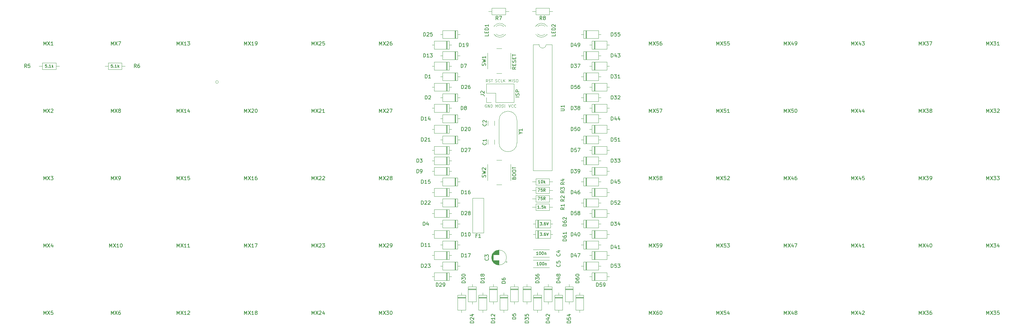
<source format=gbr>
G04 #@! TF.GenerationSoftware,KiCad,Pcbnew,(6.0.7-1)-1*
G04 #@! TF.CreationDate,2023-03-16T20:55:53+01:00*
G04 #@! TF.ProjectId,lumberjack,6c756d62-6572-46a6-9163-6b2e6b696361,1.7*
G04 #@! TF.SameCoordinates,Original*
G04 #@! TF.FileFunction,Legend,Top*
G04 #@! TF.FilePolarity,Positive*
%FSLAX46Y46*%
G04 Gerber Fmt 4.6, Leading zero omitted, Abs format (unit mm)*
G04 Created by KiCad (PCBNEW (6.0.7-1)-1) date 2023-03-16 20:55:53*
%MOMM*%
%LPD*%
G01*
G04 APERTURE LIST*
%ADD10C,0.100000*%
%ADD11C,0.150000*%
%ADD12C,0.120000*%
G04 APERTURE END LIST*
D10*
X142767487Y-84729759D02*
X142691297Y-84691663D01*
X142577011Y-84691663D01*
X142462725Y-84729759D01*
X142386535Y-84805949D01*
X142348439Y-84882139D01*
X142310344Y-85034520D01*
X142310344Y-85148806D01*
X142348439Y-85301187D01*
X142386535Y-85377378D01*
X142462725Y-85453568D01*
X142577011Y-85491663D01*
X142653201Y-85491663D01*
X142767487Y-85453568D01*
X142805582Y-85415473D01*
X142805582Y-85148806D01*
X142653201Y-85148806D01*
X143148439Y-85491663D02*
X143148439Y-84691663D01*
X143605582Y-85491663D01*
X143605582Y-84691663D01*
X143986535Y-85491663D02*
X143986535Y-84691663D01*
X144177011Y-84691663D01*
X144291297Y-84729759D01*
X144367487Y-84805949D01*
X144405582Y-84882139D01*
X144443678Y-85034520D01*
X144443678Y-85148806D01*
X144405582Y-85301187D01*
X144367487Y-85377378D01*
X144291297Y-85453568D01*
X144177011Y-85491663D01*
X143986535Y-85491663D01*
X148969440Y-84691663D02*
X149236107Y-85491663D01*
X149502773Y-84691663D01*
X150226583Y-85415473D02*
X150188488Y-85453568D01*
X150074202Y-85491663D01*
X149998011Y-85491663D01*
X149883726Y-85453568D01*
X149807535Y-85377378D01*
X149769440Y-85301187D01*
X149731345Y-85148806D01*
X149731345Y-85034520D01*
X149769440Y-84882139D01*
X149807535Y-84805949D01*
X149883726Y-84729759D01*
X149998011Y-84691663D01*
X150074202Y-84691663D01*
X150188488Y-84729759D01*
X150226583Y-84767854D01*
X151026583Y-85415473D02*
X150988488Y-85453568D01*
X150874202Y-85491663D01*
X150798011Y-85491663D01*
X150683726Y-85453568D01*
X150607535Y-85377378D01*
X150569440Y-85301187D01*
X150531345Y-85148806D01*
X150531345Y-85034520D01*
X150569440Y-84882139D01*
X150607535Y-84805949D01*
X150683726Y-84729759D01*
X150798011Y-84691663D01*
X150874202Y-84691663D01*
X150988488Y-84729759D01*
X151026583Y-84767854D01*
X145348603Y-85491663D02*
X145348603Y-84691663D01*
X145615269Y-85263092D01*
X145881936Y-84691663D01*
X145881936Y-85491663D01*
X146415269Y-84691663D02*
X146567650Y-84691663D01*
X146643841Y-84729759D01*
X146720031Y-84805949D01*
X146758126Y-84958330D01*
X146758126Y-85224997D01*
X146720031Y-85377378D01*
X146643841Y-85453568D01*
X146567650Y-85491663D01*
X146415269Y-85491663D01*
X146339079Y-85453568D01*
X146262888Y-85377378D01*
X146224793Y-85224997D01*
X146224793Y-84958330D01*
X146262888Y-84805949D01*
X146339079Y-84729759D01*
X146415269Y-84691663D01*
X147062888Y-85453568D02*
X147177174Y-85491663D01*
X147367650Y-85491663D01*
X147443841Y-85453568D01*
X147481936Y-85415473D01*
X147520031Y-85339282D01*
X147520031Y-85263092D01*
X147481936Y-85186901D01*
X147443841Y-85148806D01*
X147367650Y-85110711D01*
X147215269Y-85072616D01*
X147139079Y-85034520D01*
X147100984Y-84996425D01*
X147062888Y-84920235D01*
X147062888Y-84844044D01*
X147100984Y-84767854D01*
X147139079Y-84729759D01*
X147215269Y-84691663D01*
X147405746Y-84691663D01*
X147520031Y-84729759D01*
X147862888Y-85491663D02*
X147862888Y-84691663D01*
X145253365Y-78309812D02*
X145367650Y-78347907D01*
X145558126Y-78347907D01*
X145634317Y-78309812D01*
X145672412Y-78271717D01*
X145710507Y-78195526D01*
X145710507Y-78119336D01*
X145672412Y-78043145D01*
X145634317Y-78005050D01*
X145558126Y-77966955D01*
X145405746Y-77928860D01*
X145329555Y-77890764D01*
X145291460Y-77852669D01*
X145253365Y-77776479D01*
X145253365Y-77700288D01*
X145291460Y-77624098D01*
X145329555Y-77586003D01*
X145405746Y-77547907D01*
X145596222Y-77547907D01*
X145710507Y-77586003D01*
X146510507Y-78271717D02*
X146472412Y-78309812D01*
X146358126Y-78347907D01*
X146281936Y-78347907D01*
X146167650Y-78309812D01*
X146091460Y-78233622D01*
X146053365Y-78157431D01*
X146015269Y-78005050D01*
X146015269Y-77890764D01*
X146053365Y-77738383D01*
X146091460Y-77662193D01*
X146167650Y-77586003D01*
X146281936Y-77547907D01*
X146358126Y-77547907D01*
X146472412Y-77586003D01*
X146510507Y-77624098D01*
X147234317Y-78347907D02*
X146853365Y-78347907D01*
X146853365Y-77547907D01*
X147500984Y-78347907D02*
X147500984Y-77547907D01*
X147958126Y-78347907D02*
X147615269Y-77890764D01*
X147958126Y-77547907D02*
X147500984Y-78005050D01*
X149083726Y-78347907D02*
X149083726Y-77547907D01*
X149350392Y-78119336D01*
X149617059Y-77547907D01*
X149617059Y-78347907D01*
X149998011Y-78347907D02*
X149998011Y-77547907D01*
X150340869Y-78309812D02*
X150455154Y-78347907D01*
X150645630Y-78347907D01*
X150721821Y-78309812D01*
X150759916Y-78271717D01*
X150798011Y-78195526D01*
X150798011Y-78119336D01*
X150759916Y-78043145D01*
X150721821Y-78005050D01*
X150645630Y-77966955D01*
X150493250Y-77928860D01*
X150417059Y-77890764D01*
X150378964Y-77852669D01*
X150340869Y-77776479D01*
X150340869Y-77700288D01*
X150378964Y-77624098D01*
X150417059Y-77586003D01*
X150493250Y-77547907D01*
X150683726Y-77547907D01*
X150798011Y-77586003D01*
X151293250Y-77547907D02*
X151445630Y-77547907D01*
X151521821Y-77586003D01*
X151598011Y-77662193D01*
X151636107Y-77814574D01*
X151636107Y-78081241D01*
X151598011Y-78233622D01*
X151521821Y-78309812D01*
X151445630Y-78347907D01*
X151293250Y-78347907D01*
X151217059Y-78309812D01*
X151140869Y-78233622D01*
X151102773Y-78081241D01*
X151102773Y-77814574D01*
X151140869Y-77662193D01*
X151217059Y-77586003D01*
X151293250Y-77547907D01*
D11*
X151989467Y-82546523D02*
X150989467Y-82546523D01*
X151941848Y-82117952D02*
X151989467Y-81975094D01*
X151989467Y-81736999D01*
X151941848Y-81641761D01*
X151894229Y-81594142D01*
X151798991Y-81546523D01*
X151703753Y-81546523D01*
X151608515Y-81594142D01*
X151560896Y-81641761D01*
X151513277Y-81736999D01*
X151465658Y-81927475D01*
X151418039Y-82022713D01*
X151370420Y-82070333D01*
X151275182Y-82117952D01*
X151179944Y-82117952D01*
X151084706Y-82070333D01*
X151037087Y-82022713D01*
X150989467Y-81927475D01*
X150989467Y-81689380D01*
X151037087Y-81546523D01*
X151989467Y-81117952D02*
X150989467Y-81117952D01*
X150989467Y-80736999D01*
X151037087Y-80641761D01*
X151084706Y-80594142D01*
X151179944Y-80546523D01*
X151322801Y-80546523D01*
X151418039Y-80594142D01*
X151465658Y-80641761D01*
X151513277Y-80736999D01*
X151513277Y-81117952D01*
D10*
X143072249Y-78347907D02*
X142805582Y-77966955D01*
X142615106Y-78347907D02*
X142615106Y-77547907D01*
X142919868Y-77547907D01*
X142996059Y-77586003D01*
X143034154Y-77624098D01*
X143072249Y-77700288D01*
X143072249Y-77814574D01*
X143034154Y-77890764D01*
X142996059Y-77928860D01*
X142919868Y-77966955D01*
X142615106Y-77966955D01*
X143377011Y-78309812D02*
X143491297Y-78347907D01*
X143681773Y-78347907D01*
X143757963Y-78309812D01*
X143796059Y-78271717D01*
X143834154Y-78195526D01*
X143834154Y-78119336D01*
X143796059Y-78043145D01*
X143757963Y-78005050D01*
X143681773Y-77966955D01*
X143529392Y-77928860D01*
X143453201Y-77890764D01*
X143415106Y-77852669D01*
X143377011Y-77776479D01*
X143377011Y-77700288D01*
X143415106Y-77624098D01*
X143453201Y-77586003D01*
X143529392Y-77547907D01*
X143719868Y-77547907D01*
X143834154Y-77586003D01*
X144062725Y-77547907D02*
X144519868Y-77547907D01*
X144291297Y-78347907D02*
X144291297Y-77547907D01*
D11*
X142636949Y-95476120D02*
X142684568Y-95523739D01*
X142732187Y-95666596D01*
X142732187Y-95761834D01*
X142684568Y-95904692D01*
X142589330Y-95999930D01*
X142494092Y-96047549D01*
X142303616Y-96095168D01*
X142160759Y-96095168D01*
X141970283Y-96047549D01*
X141875045Y-95999930D01*
X141779807Y-95904692D01*
X141732187Y-95761834D01*
X141732187Y-95666596D01*
X141779807Y-95523739D01*
X141827426Y-95476120D01*
X142732187Y-94523739D02*
X142732187Y-95095168D01*
X142732187Y-94809454D02*
X141732187Y-94809454D01*
X141875045Y-94904692D01*
X141970283Y-94999930D01*
X142017902Y-95095168D01*
X142636949Y-90118303D02*
X142684568Y-90165922D01*
X142732187Y-90308779D01*
X142732187Y-90404017D01*
X142684568Y-90546875D01*
X142589330Y-90642113D01*
X142494092Y-90689732D01*
X142303616Y-90737351D01*
X142160759Y-90737351D01*
X141970283Y-90689732D01*
X141875045Y-90642113D01*
X141779807Y-90546875D01*
X141732187Y-90404017D01*
X141732187Y-90308779D01*
X141779807Y-90165922D01*
X141827426Y-90118303D01*
X141827426Y-89737351D02*
X141779807Y-89689732D01*
X141732187Y-89594494D01*
X141732187Y-89356398D01*
X141779807Y-89261160D01*
X141827426Y-89213541D01*
X141922664Y-89165922D01*
X142017902Y-89165922D01*
X142160759Y-89213541D01*
X142732187Y-89784970D01*
X142732187Y-89165922D01*
X162218768Y-64817538D02*
X162218768Y-65293729D01*
X161218768Y-65293729D01*
X161694959Y-64484205D02*
X161694959Y-64150871D01*
X162218768Y-64008014D02*
X162218768Y-64484205D01*
X161218768Y-64484205D01*
X161218768Y-64008014D01*
X162218768Y-63579443D02*
X161218768Y-63579443D01*
X161218768Y-63341348D01*
X161266388Y-63198491D01*
X161361626Y-63103252D01*
X161456864Y-63055633D01*
X161647340Y-63008014D01*
X161790197Y-63008014D01*
X161980673Y-63055633D01*
X162075911Y-63103252D01*
X162171149Y-63198491D01*
X162218768Y-63341348D01*
X162218768Y-63579443D01*
X161314007Y-62627062D02*
X161266388Y-62579443D01*
X161218768Y-62484205D01*
X161218768Y-62246110D01*
X161266388Y-62150871D01*
X161314007Y-62103252D01*
X161409245Y-62055633D01*
X161504483Y-62055633D01*
X161647340Y-62103252D01*
X162218768Y-62674681D01*
X162218768Y-62055633D01*
X163758768Y-86486976D02*
X164568292Y-86486976D01*
X164663530Y-86439357D01*
X164711149Y-86391738D01*
X164758768Y-86296500D01*
X164758768Y-86106024D01*
X164711149Y-86010786D01*
X164663530Y-85963167D01*
X164568292Y-85915548D01*
X163758768Y-85915548D01*
X164758768Y-84915548D02*
X164758768Y-85486976D01*
X164758768Y-85201262D02*
X163758768Y-85201262D01*
X163901626Y-85296500D01*
X163996864Y-85391738D01*
X164044483Y-85486976D01*
X140073221Y-121808988D02*
X139739888Y-121808988D01*
X139739888Y-122332797D02*
X139739888Y-121332797D01*
X140216078Y-121332797D01*
X141120840Y-122332797D02*
X140549412Y-122332797D01*
X140835126Y-122332797D02*
X140835126Y-121332797D01*
X140739888Y-121475655D01*
X140644650Y-121570893D01*
X140549412Y-121618512D01*
X125468260Y-83200887D02*
X125468260Y-82200887D01*
X125706356Y-82200887D01*
X125849213Y-82248507D01*
X125944451Y-82343745D01*
X125992070Y-82438983D01*
X126039689Y-82629459D01*
X126039689Y-82772316D01*
X125992070Y-82962792D01*
X125944451Y-83058030D01*
X125849213Y-83153268D01*
X125706356Y-83200887D01*
X125468260Y-83200887D01*
X126420641Y-82296126D02*
X126468260Y-82248507D01*
X126563498Y-82200887D01*
X126801594Y-82200887D01*
X126896832Y-82248507D01*
X126944451Y-82296126D01*
X126992070Y-82391364D01*
X126992070Y-82486602D01*
X126944451Y-82629459D01*
X126373022Y-83200887D01*
X126992070Y-83200887D01*
X124872947Y-118919667D02*
X124872947Y-117919667D01*
X125111043Y-117919667D01*
X125253900Y-117967287D01*
X125349138Y-118062525D01*
X125396757Y-118157763D01*
X125444376Y-118348239D01*
X125444376Y-118491096D01*
X125396757Y-118681572D01*
X125349138Y-118776810D01*
X125253900Y-118872048D01*
X125111043Y-118919667D01*
X124872947Y-118919667D01*
X126301519Y-118253001D02*
X126301519Y-118919667D01*
X126063423Y-117872048D02*
X125825328Y-118586334D01*
X126444376Y-118586334D01*
X151066569Y-145399154D02*
X150066569Y-145399154D01*
X150066569Y-145161059D01*
X150114189Y-145018201D01*
X150209427Y-144922963D01*
X150304665Y-144875344D01*
X150495141Y-144827725D01*
X150637998Y-144827725D01*
X150828474Y-144875344D01*
X150923712Y-144922963D01*
X151018950Y-145018201D01*
X151066569Y-145161059D01*
X151066569Y-145399154D01*
X150066569Y-143922963D02*
X150066569Y-144399154D01*
X150542760Y-144446773D01*
X150495141Y-144399154D01*
X150447522Y-144303916D01*
X150447522Y-144065820D01*
X150495141Y-143970582D01*
X150542760Y-143922963D01*
X150637998Y-143875344D01*
X150876093Y-143875344D01*
X150971331Y-143922963D01*
X151018950Y-143970582D01*
X151066569Y-144065820D01*
X151066569Y-144303916D01*
X151018950Y-144399154D01*
X150971331Y-144446773D01*
X148090004Y-135278833D02*
X147090004Y-135278833D01*
X147090004Y-135040738D01*
X147137624Y-134897880D01*
X147232862Y-134802642D01*
X147328100Y-134755023D01*
X147518576Y-134707404D01*
X147661433Y-134707404D01*
X147851909Y-134755023D01*
X147947147Y-134802642D01*
X148042385Y-134897880D01*
X148090004Y-135040738D01*
X148090004Y-135278833D01*
X147090004Y-133850261D02*
X147090004Y-134040738D01*
X147137624Y-134135976D01*
X147185243Y-134183595D01*
X147328100Y-134278833D01*
X147518576Y-134326452D01*
X147899528Y-134326452D01*
X147994766Y-134278833D01*
X148042385Y-134231214D01*
X148090004Y-134135976D01*
X148090004Y-133945499D01*
X148042385Y-133850261D01*
X147994766Y-133802642D01*
X147899528Y-133755023D01*
X147661433Y-133755023D01*
X147566195Y-133802642D01*
X147518576Y-133850261D01*
X147470957Y-133945499D01*
X147470957Y-134135976D01*
X147518576Y-134231214D01*
X147566195Y-134278833D01*
X147661433Y-134326452D01*
X145113439Y-146470657D02*
X144113439Y-146470657D01*
X144113439Y-146232562D01*
X144161059Y-146089705D01*
X144256297Y-145994467D01*
X144351535Y-145946848D01*
X144542011Y-145899229D01*
X144684868Y-145899229D01*
X144875344Y-145946848D01*
X144970582Y-145994467D01*
X145065820Y-146089705D01*
X145113439Y-146232562D01*
X145113439Y-146470657D01*
X145113439Y-144946848D02*
X145113439Y-145518276D01*
X145113439Y-145232562D02*
X144113439Y-145232562D01*
X144256297Y-145327800D01*
X144351535Y-145423038D01*
X144399154Y-145518276D01*
X144208678Y-144565895D02*
X144161059Y-144518276D01*
X144113439Y-144423038D01*
X144113439Y-144184943D01*
X144161059Y-144089705D01*
X144208678Y-144042086D01*
X144303916Y-143994467D01*
X144399154Y-143994467D01*
X144542011Y-144042086D01*
X145113439Y-144613514D01*
X145113439Y-143994467D01*
X139160309Y-146470657D02*
X138160309Y-146470657D01*
X138160309Y-146232562D01*
X138207929Y-146089705D01*
X138303167Y-145994467D01*
X138398405Y-145946848D01*
X138588881Y-145899229D01*
X138731738Y-145899229D01*
X138922214Y-145946848D01*
X139017452Y-145994467D01*
X139112690Y-146089705D01*
X139160309Y-146232562D01*
X139160309Y-146470657D01*
X138255548Y-145518276D02*
X138207929Y-145470657D01*
X138160309Y-145375419D01*
X138160309Y-145137324D01*
X138207929Y-145042086D01*
X138255548Y-144994467D01*
X138350786Y-144946848D01*
X138446024Y-144946848D01*
X138588881Y-144994467D01*
X139160309Y-145565895D01*
X139160309Y-144946848D01*
X138493643Y-144089705D02*
X139160309Y-144089705D01*
X138112690Y-144327800D02*
X138826976Y-144565895D01*
X138826976Y-143946848D01*
X143232262Y-128158961D02*
X143279881Y-128206580D01*
X143327500Y-128349437D01*
X143327500Y-128444675D01*
X143279881Y-128587533D01*
X143184643Y-128682771D01*
X143089405Y-128730390D01*
X142898929Y-128778009D01*
X142756072Y-128778009D01*
X142565596Y-128730390D01*
X142470358Y-128682771D01*
X142375120Y-128587533D01*
X142327500Y-128444675D01*
X142327500Y-128349437D01*
X142375120Y-128206580D01*
X142422739Y-128158961D01*
X142327500Y-127825628D02*
X142327500Y-127206580D01*
X142708453Y-127539914D01*
X142708453Y-127397056D01*
X142756072Y-127301818D01*
X142803691Y-127254199D01*
X142898929Y-127206580D01*
X143137024Y-127206580D01*
X143232262Y-127254199D01*
X143279881Y-127301818D01*
X143327500Y-127397056D01*
X143327500Y-127682771D01*
X143279881Y-127778009D01*
X143232262Y-127825628D01*
X125468260Y-77247757D02*
X125468260Y-76247757D01*
X125706356Y-76247757D01*
X125849213Y-76295377D01*
X125944451Y-76390615D01*
X125992070Y-76485853D01*
X126039689Y-76676329D01*
X126039689Y-76819186D01*
X125992070Y-77009662D01*
X125944451Y-77104900D01*
X125849213Y-77200138D01*
X125706356Y-77247757D01*
X125468260Y-77247757D01*
X126992070Y-77247757D02*
X126420641Y-77247757D01*
X126706356Y-77247757D02*
X126706356Y-76247757D01*
X126611117Y-76390615D01*
X126515879Y-76485853D01*
X126420641Y-76533472D01*
X142470507Y-105239673D02*
X142518126Y-105096816D01*
X142518126Y-104858720D01*
X142470507Y-104763482D01*
X142422888Y-104715863D01*
X142327650Y-104668244D01*
X142232412Y-104668244D01*
X142137174Y-104715863D01*
X142089555Y-104763482D01*
X142041936Y-104858720D01*
X141994317Y-105049197D01*
X141946698Y-105144435D01*
X141899079Y-105192054D01*
X141803841Y-105239673D01*
X141708603Y-105239673D01*
X141613365Y-105192054D01*
X141565746Y-105144435D01*
X141518126Y-105049197D01*
X141518126Y-104811101D01*
X141565746Y-104668244D01*
X141518126Y-104334911D02*
X142518126Y-104096816D01*
X141803841Y-103906340D01*
X142518126Y-103715863D01*
X141518126Y-103477768D01*
X141613365Y-103144435D02*
X141565746Y-103096816D01*
X141518126Y-103001578D01*
X141518126Y-102763482D01*
X141565746Y-102668244D01*
X141613365Y-102620625D01*
X141708603Y-102573006D01*
X141803841Y-102573006D01*
X141946698Y-102620625D01*
X142518126Y-103192054D01*
X142518126Y-102573006D01*
X150542760Y-105536917D02*
X150590379Y-105394060D01*
X150637998Y-105346441D01*
X150733236Y-105298822D01*
X150876093Y-105298822D01*
X150971331Y-105346441D01*
X151018950Y-105394060D01*
X151066569Y-105489298D01*
X151066569Y-105870251D01*
X150066569Y-105870251D01*
X150066569Y-105536917D01*
X150114189Y-105441679D01*
X150161808Y-105394060D01*
X150257046Y-105346441D01*
X150352284Y-105346441D01*
X150447522Y-105394060D01*
X150495141Y-105441679D01*
X150542760Y-105536917D01*
X150542760Y-105870251D01*
X150066569Y-104679775D02*
X150066569Y-104489298D01*
X150114189Y-104394060D01*
X150209427Y-104298822D01*
X150399903Y-104251203D01*
X150733236Y-104251203D01*
X150923712Y-104298822D01*
X151018950Y-104394060D01*
X151066569Y-104489298D01*
X151066569Y-104679775D01*
X151018950Y-104775013D01*
X150923712Y-104870251D01*
X150733236Y-104917870D01*
X150399903Y-104917870D01*
X150209427Y-104870251D01*
X150114189Y-104775013D01*
X150066569Y-104679775D01*
X150066569Y-103632155D02*
X150066569Y-103441679D01*
X150114189Y-103346441D01*
X150209427Y-103251203D01*
X150399903Y-103203584D01*
X150733236Y-103203584D01*
X150923712Y-103251203D01*
X151018950Y-103346441D01*
X151066569Y-103441679D01*
X151066569Y-103632155D01*
X151018950Y-103727394D01*
X150923712Y-103822632D01*
X150733236Y-103870251D01*
X150399903Y-103870251D01*
X150209427Y-103822632D01*
X150114189Y-103727394D01*
X150066569Y-103632155D01*
X150066569Y-102917870D02*
X150066569Y-102346441D01*
X151066569Y-102632155D02*
X150066569Y-102632155D01*
X166544707Y-146470657D02*
X165544707Y-146470657D01*
X165544707Y-146232562D01*
X165592327Y-146089705D01*
X165687565Y-145994467D01*
X165782803Y-145946848D01*
X165973279Y-145899229D01*
X166116136Y-145899229D01*
X166306612Y-145946848D01*
X166401850Y-145994467D01*
X166497088Y-146089705D01*
X166544707Y-146232562D01*
X166544707Y-146470657D01*
X165544707Y-144994467D02*
X165544707Y-145470657D01*
X166020898Y-145518276D01*
X165973279Y-145470657D01*
X165925660Y-145375419D01*
X165925660Y-145137324D01*
X165973279Y-145042086D01*
X166020898Y-144994467D01*
X166116136Y-144946848D01*
X166354231Y-144946848D01*
X166449469Y-144994467D01*
X166497088Y-145042086D01*
X166544707Y-145137324D01*
X166544707Y-145375419D01*
X166497088Y-145470657D01*
X166449469Y-145518276D01*
X165878041Y-144089705D02*
X166544707Y-144089705D01*
X165497088Y-144327800D02*
X166211374Y-144565895D01*
X166211374Y-143946848D01*
X143327500Y-64817538D02*
X143327500Y-65293729D01*
X142327500Y-65293729D01*
X142803691Y-64484205D02*
X142803691Y-64150871D01*
X143327500Y-64008014D02*
X143327500Y-64484205D01*
X142327500Y-64484205D01*
X142327500Y-64008014D01*
X143327500Y-63579443D02*
X142327500Y-63579443D01*
X142327500Y-63341348D01*
X142375120Y-63198491D01*
X142470358Y-63103252D01*
X142565596Y-63055633D01*
X142756072Y-63008014D01*
X142898929Y-63008014D01*
X143089405Y-63055633D01*
X143184643Y-63103252D01*
X143279881Y-63198491D01*
X143327500Y-63341348D01*
X143327500Y-63579443D01*
X143327500Y-62055633D02*
X143327500Y-62627062D01*
X143327500Y-62341348D02*
X142327500Y-62341348D01*
X142470358Y-62436586D01*
X142565596Y-62531824D01*
X142613215Y-62627062D01*
X124396757Y-130825927D02*
X124396757Y-129825927D01*
X124634852Y-129825927D01*
X124777709Y-129873547D01*
X124872947Y-129968785D01*
X124920566Y-130064023D01*
X124968185Y-130254499D01*
X124968185Y-130397356D01*
X124920566Y-130587832D01*
X124872947Y-130683070D01*
X124777709Y-130778308D01*
X124634852Y-130825927D01*
X124396757Y-130825927D01*
X125349138Y-129921166D02*
X125396757Y-129873547D01*
X125491995Y-129825927D01*
X125730090Y-129825927D01*
X125825328Y-129873547D01*
X125872947Y-129921166D01*
X125920566Y-130016404D01*
X125920566Y-130111642D01*
X125872947Y-130254499D01*
X125301519Y-130825927D01*
X125920566Y-130825927D01*
X126253900Y-129825927D02*
X126872947Y-129825927D01*
X126539614Y-130206880D01*
X126682471Y-130206880D01*
X126777709Y-130254499D01*
X126825328Y-130302118D01*
X126872947Y-130397356D01*
X126872947Y-130635451D01*
X126825328Y-130730689D01*
X126777709Y-130778308D01*
X126682471Y-130825927D01*
X126396757Y-130825927D01*
X126301519Y-130778308D01*
X126253900Y-130730689D01*
X124396757Y-124872797D02*
X124396757Y-123872797D01*
X124634852Y-123872797D01*
X124777709Y-123920417D01*
X124872947Y-124015655D01*
X124920566Y-124110893D01*
X124968185Y-124301369D01*
X124968185Y-124444226D01*
X124920566Y-124634702D01*
X124872947Y-124729940D01*
X124777709Y-124825178D01*
X124634852Y-124872797D01*
X124396757Y-124872797D01*
X125920566Y-124872797D02*
X125349138Y-124872797D01*
X125634852Y-124872797D02*
X125634852Y-123872797D01*
X125539614Y-124015655D01*
X125444376Y-124110893D01*
X125349138Y-124158512D01*
X126872947Y-124872797D02*
X126301519Y-124872797D01*
X126587233Y-124872797D02*
X126587233Y-123872797D01*
X126491995Y-124015655D01*
X126396757Y-124110893D01*
X126301519Y-124158512D01*
X135707704Y-115943102D02*
X135707704Y-114943102D01*
X135945799Y-114943102D01*
X136088656Y-114990722D01*
X136183894Y-115085960D01*
X136231513Y-115181198D01*
X136279132Y-115371674D01*
X136279132Y-115514531D01*
X136231513Y-115705007D01*
X136183894Y-115800245D01*
X136088656Y-115895483D01*
X135945799Y-115943102D01*
X135707704Y-115943102D01*
X136660085Y-115038341D02*
X136707704Y-114990722D01*
X136802942Y-114943102D01*
X137041037Y-114943102D01*
X137136275Y-114990722D01*
X137183894Y-115038341D01*
X137231513Y-115133579D01*
X137231513Y-115228817D01*
X137183894Y-115371674D01*
X136612466Y-115943102D01*
X137231513Y-115943102D01*
X137802942Y-115371674D02*
X137707704Y-115324055D01*
X137660085Y-115276436D01*
X137612466Y-115181198D01*
X137612466Y-115133579D01*
X137660085Y-115038341D01*
X137707704Y-114990722D01*
X137802942Y-114943102D01*
X137993418Y-114943102D01*
X138088656Y-114990722D01*
X138136275Y-115038341D01*
X138183894Y-115133579D01*
X138183894Y-115181198D01*
X138136275Y-115276436D01*
X138088656Y-115324055D01*
X137993418Y-115371674D01*
X137802942Y-115371674D01*
X137707704Y-115419293D01*
X137660085Y-115466912D01*
X137612466Y-115562150D01*
X137612466Y-115752626D01*
X137660085Y-115847864D01*
X137707704Y-115895483D01*
X137802942Y-115943102D01*
X137993418Y-115943102D01*
X138088656Y-115895483D01*
X138136275Y-115847864D01*
X138183894Y-115752626D01*
X138183894Y-115562150D01*
X138136275Y-115466912D01*
X138088656Y-115419293D01*
X137993418Y-115371674D01*
X124396757Y-112966537D02*
X124396757Y-111966537D01*
X124634852Y-111966537D01*
X124777709Y-112014157D01*
X124872947Y-112109395D01*
X124920566Y-112204633D01*
X124968185Y-112395109D01*
X124968185Y-112537966D01*
X124920566Y-112728442D01*
X124872947Y-112823680D01*
X124777709Y-112918918D01*
X124634852Y-112966537D01*
X124396757Y-112966537D01*
X125349138Y-112061776D02*
X125396757Y-112014157D01*
X125491995Y-111966537D01*
X125730090Y-111966537D01*
X125825328Y-112014157D01*
X125872947Y-112061776D01*
X125920566Y-112157014D01*
X125920566Y-112252252D01*
X125872947Y-112395109D01*
X125301519Y-112966537D01*
X125920566Y-112966537D01*
X126301519Y-112061776D02*
X126349138Y-112014157D01*
X126444376Y-111966537D01*
X126682471Y-111966537D01*
X126777709Y-112014157D01*
X126825328Y-112061776D01*
X126872947Y-112157014D01*
X126872947Y-112252252D01*
X126825328Y-112395109D01*
X126253900Y-112966537D01*
X126872947Y-112966537D01*
X135707704Y-109989972D02*
X135707704Y-108989972D01*
X135945799Y-108989972D01*
X136088656Y-109037592D01*
X136183894Y-109132830D01*
X136231513Y-109228068D01*
X136279132Y-109418544D01*
X136279132Y-109561401D01*
X136231513Y-109751877D01*
X136183894Y-109847115D01*
X136088656Y-109942353D01*
X135945799Y-109989972D01*
X135707704Y-109989972D01*
X137231513Y-109989972D02*
X136660085Y-109989972D01*
X136945799Y-109989972D02*
X136945799Y-108989972D01*
X136850561Y-109132830D01*
X136755323Y-109228068D01*
X136660085Y-109275687D01*
X138088656Y-108989972D02*
X137898180Y-108989972D01*
X137802942Y-109037592D01*
X137755323Y-109085211D01*
X137660085Y-109228068D01*
X137612466Y-109418544D01*
X137612466Y-109799496D01*
X137660085Y-109894734D01*
X137707704Y-109942353D01*
X137802942Y-109989972D01*
X137993418Y-109989972D01*
X138088656Y-109942353D01*
X138136275Y-109894734D01*
X138183894Y-109799496D01*
X138183894Y-109561401D01*
X138136275Y-109466163D01*
X138088656Y-109418544D01*
X137993418Y-109370925D01*
X137802942Y-109370925D01*
X137707704Y-109418544D01*
X137660085Y-109466163D01*
X137612466Y-109561401D01*
X135707704Y-121896232D02*
X135707704Y-120896232D01*
X135945799Y-120896232D01*
X136088656Y-120943852D01*
X136183894Y-121039090D01*
X136231513Y-121134328D01*
X136279132Y-121324804D01*
X136279132Y-121467661D01*
X136231513Y-121658137D01*
X136183894Y-121753375D01*
X136088656Y-121848613D01*
X135945799Y-121896232D01*
X135707704Y-121896232D01*
X137231513Y-121896232D02*
X136660085Y-121896232D01*
X136945799Y-121896232D02*
X136945799Y-120896232D01*
X136850561Y-121039090D01*
X136755323Y-121134328D01*
X136660085Y-121181947D01*
X137850561Y-120896232D02*
X137945799Y-120896232D01*
X138041037Y-120943852D01*
X138088656Y-120991471D01*
X138136275Y-121086709D01*
X138183894Y-121277185D01*
X138183894Y-121515280D01*
X138136275Y-121705756D01*
X138088656Y-121800994D01*
X138041037Y-121848613D01*
X137945799Y-121896232D01*
X137850561Y-121896232D01*
X137755323Y-121848613D01*
X137707704Y-121800994D01*
X137660085Y-121705756D01*
X137612466Y-121515280D01*
X137612466Y-121277185D01*
X137660085Y-121086709D01*
X137707704Y-120991471D01*
X137755323Y-120943852D01*
X137850561Y-120896232D01*
X135707704Y-98083712D02*
X135707704Y-97083712D01*
X135945799Y-97083712D01*
X136088656Y-97131332D01*
X136183894Y-97226570D01*
X136231513Y-97321808D01*
X136279132Y-97512284D01*
X136279132Y-97655141D01*
X136231513Y-97845617D01*
X136183894Y-97940855D01*
X136088656Y-98036093D01*
X135945799Y-98083712D01*
X135707704Y-98083712D01*
X136660085Y-97178951D02*
X136707704Y-97131332D01*
X136802942Y-97083712D01*
X137041037Y-97083712D01*
X137136275Y-97131332D01*
X137183894Y-97178951D01*
X137231513Y-97274189D01*
X137231513Y-97369427D01*
X137183894Y-97512284D01*
X136612466Y-98083712D01*
X137231513Y-98083712D01*
X137564847Y-97083712D02*
X138231513Y-97083712D01*
X137802942Y-98083712D01*
X124396757Y-95107147D02*
X124396757Y-94107147D01*
X124634852Y-94107147D01*
X124777709Y-94154767D01*
X124872947Y-94250005D01*
X124920566Y-94345243D01*
X124968185Y-94535719D01*
X124968185Y-94678576D01*
X124920566Y-94869052D01*
X124872947Y-94964290D01*
X124777709Y-95059528D01*
X124634852Y-95107147D01*
X124396757Y-95107147D01*
X125349138Y-94202386D02*
X125396757Y-94154767D01*
X125491995Y-94107147D01*
X125730090Y-94107147D01*
X125825328Y-94154767D01*
X125872947Y-94202386D01*
X125920566Y-94297624D01*
X125920566Y-94392862D01*
X125872947Y-94535719D01*
X125301519Y-95107147D01*
X125920566Y-95107147D01*
X126872947Y-95107147D02*
X126301519Y-95107147D01*
X126587233Y-95107147D02*
X126587233Y-94107147D01*
X126491995Y-94250005D01*
X126396757Y-94345243D01*
X126301519Y-94392862D01*
X123087008Y-104036842D02*
X123087008Y-103036842D01*
X123325104Y-103036842D01*
X123467961Y-103084462D01*
X123563199Y-103179700D01*
X123610818Y-103274938D01*
X123658437Y-103465414D01*
X123658437Y-103608271D01*
X123610818Y-103798747D01*
X123563199Y-103893985D01*
X123467961Y-103989223D01*
X123325104Y-104036842D01*
X123087008Y-104036842D01*
X124134627Y-104036842D02*
X124325104Y-104036842D01*
X124420342Y-103989223D01*
X124467961Y-103941604D01*
X124563199Y-103798747D01*
X124610818Y-103608271D01*
X124610818Y-103227319D01*
X124563199Y-103132081D01*
X124515580Y-103084462D01*
X124420342Y-103036842D01*
X124229865Y-103036842D01*
X124134627Y-103084462D01*
X124087008Y-103132081D01*
X124039389Y-103227319D01*
X124039389Y-103465414D01*
X124087008Y-103560652D01*
X124134627Y-103608271D01*
X124229865Y-103655890D01*
X124420342Y-103655890D01*
X124515580Y-103608271D01*
X124563199Y-103560652D01*
X124610818Y-103465414D01*
X135707704Y-92130582D02*
X135707704Y-91130582D01*
X135945799Y-91130582D01*
X136088656Y-91178202D01*
X136183894Y-91273440D01*
X136231513Y-91368678D01*
X136279132Y-91559154D01*
X136279132Y-91702011D01*
X136231513Y-91892487D01*
X136183894Y-91987725D01*
X136088656Y-92082963D01*
X135945799Y-92130582D01*
X135707704Y-92130582D01*
X136660085Y-91225821D02*
X136707704Y-91178202D01*
X136802942Y-91130582D01*
X137041037Y-91130582D01*
X137136275Y-91178202D01*
X137183894Y-91225821D01*
X137231513Y-91321059D01*
X137231513Y-91416297D01*
X137183894Y-91559154D01*
X136612466Y-92130582D01*
X137231513Y-92130582D01*
X137850561Y-91130582D02*
X137945799Y-91130582D01*
X138041037Y-91178202D01*
X138088656Y-91225821D01*
X138136275Y-91321059D01*
X138183894Y-91511535D01*
X138183894Y-91749630D01*
X138136275Y-91940106D01*
X138088656Y-92035344D01*
X138041037Y-92082963D01*
X137945799Y-92130582D01*
X137850561Y-92130582D01*
X137755323Y-92082963D01*
X137707704Y-92035344D01*
X137660085Y-91940106D01*
X137612466Y-91749630D01*
X137612466Y-91511535D01*
X137660085Y-91321059D01*
X137707704Y-91225821D01*
X137755323Y-91178202D01*
X137850561Y-91130582D01*
X124396757Y-89154017D02*
X124396757Y-88154017D01*
X124634852Y-88154017D01*
X124777709Y-88201637D01*
X124872947Y-88296875D01*
X124920566Y-88392113D01*
X124968185Y-88582589D01*
X124968185Y-88725446D01*
X124920566Y-88915922D01*
X124872947Y-89011160D01*
X124777709Y-89106398D01*
X124634852Y-89154017D01*
X124396757Y-89154017D01*
X125920566Y-89154017D02*
X125349138Y-89154017D01*
X125634852Y-89154017D02*
X125634852Y-88154017D01*
X125539614Y-88296875D01*
X125444376Y-88392113D01*
X125349138Y-88439732D01*
X126777709Y-88487351D02*
X126777709Y-89154017D01*
X126539614Y-88106398D02*
X126301519Y-88820684D01*
X126920566Y-88820684D01*
X135588581Y-86177452D02*
X135588581Y-85177452D01*
X135826677Y-85177452D01*
X135969534Y-85225072D01*
X136064772Y-85320310D01*
X136112391Y-85415548D01*
X136160010Y-85606024D01*
X136160010Y-85748881D01*
X136112391Y-85939357D01*
X136064772Y-86034595D01*
X135969534Y-86129833D01*
X135826677Y-86177452D01*
X135588581Y-86177452D01*
X136731438Y-85606024D02*
X136636200Y-85558405D01*
X136588581Y-85510786D01*
X136540962Y-85415548D01*
X136540962Y-85367929D01*
X136588581Y-85272691D01*
X136636200Y-85225072D01*
X136731438Y-85177452D01*
X136921915Y-85177452D01*
X137017153Y-85225072D01*
X137064772Y-85272691D01*
X137112391Y-85367929D01*
X137112391Y-85415548D01*
X137064772Y-85510786D01*
X137017153Y-85558405D01*
X136921915Y-85606024D01*
X136731438Y-85606024D01*
X136636200Y-85653643D01*
X136588581Y-85701262D01*
X136540962Y-85796500D01*
X136540962Y-85986976D01*
X136588581Y-86082214D01*
X136636200Y-86129833D01*
X136731438Y-86177452D01*
X136921915Y-86177452D01*
X137017153Y-86129833D01*
X137064772Y-86082214D01*
X137112391Y-85986976D01*
X137112391Y-85796500D01*
X137064772Y-85701262D01*
X137017153Y-85653643D01*
X136921915Y-85606024D01*
X177974927Y-77247757D02*
X177974927Y-76247757D01*
X178213022Y-76247757D01*
X178355879Y-76295377D01*
X178451117Y-76390615D01*
X178498736Y-76485853D01*
X178546355Y-76676329D01*
X178546355Y-76819186D01*
X178498736Y-77009662D01*
X178451117Y-77104900D01*
X178355879Y-77200138D01*
X178213022Y-77247757D01*
X177974927Y-77247757D01*
X178879689Y-76247757D02*
X179498736Y-76247757D01*
X179165403Y-76628710D01*
X179308260Y-76628710D01*
X179403498Y-76676329D01*
X179451117Y-76723948D01*
X179498736Y-76819186D01*
X179498736Y-77057281D01*
X179451117Y-77152519D01*
X179403498Y-77200138D01*
X179308260Y-77247757D01*
X179022546Y-77247757D01*
X178927308Y-77200138D01*
X178879689Y-77152519D01*
X180451117Y-77247757D02*
X179879689Y-77247757D01*
X180165403Y-77247757D02*
X180165403Y-76247757D01*
X180070165Y-76390615D01*
X179974927Y-76485853D01*
X179879689Y-76533472D01*
X135588581Y-74271192D02*
X135588581Y-73271192D01*
X135826677Y-73271192D01*
X135969534Y-73318812D01*
X136064772Y-73414050D01*
X136112391Y-73509288D01*
X136160010Y-73699764D01*
X136160010Y-73842621D01*
X136112391Y-74033097D01*
X136064772Y-74128335D01*
X135969534Y-74223573D01*
X135826677Y-74271192D01*
X135588581Y-74271192D01*
X136493343Y-73271192D02*
X137160010Y-73271192D01*
X136731438Y-74271192D01*
X166663980Y-74271192D02*
X166663980Y-73271192D01*
X166902075Y-73271192D01*
X167044932Y-73318812D01*
X167140170Y-73414050D01*
X167187789Y-73509288D01*
X167235408Y-73699764D01*
X167235408Y-73842621D01*
X167187789Y-74033097D01*
X167140170Y-74128335D01*
X167044932Y-74223573D01*
X166902075Y-74271192D01*
X166663980Y-74271192D01*
X167568742Y-73271192D02*
X168187789Y-73271192D01*
X167854456Y-73652145D01*
X167997313Y-73652145D01*
X168092551Y-73699764D01*
X168140170Y-73747383D01*
X168187789Y-73842621D01*
X168187789Y-74080716D01*
X168140170Y-74175954D01*
X168092551Y-74223573D01*
X167997313Y-74271192D01*
X167711599Y-74271192D01*
X167616361Y-74223573D01*
X167568742Y-74175954D01*
X168521123Y-73271192D02*
X169187789Y-73271192D01*
X168759218Y-74271192D01*
X135112391Y-68318062D02*
X135112391Y-67318062D01*
X135350486Y-67318062D01*
X135493343Y-67365682D01*
X135588581Y-67460920D01*
X135636200Y-67556158D01*
X135683819Y-67746634D01*
X135683819Y-67889491D01*
X135636200Y-68079967D01*
X135588581Y-68175205D01*
X135493343Y-68270443D01*
X135350486Y-68318062D01*
X135112391Y-68318062D01*
X136636200Y-68318062D02*
X136064772Y-68318062D01*
X136350486Y-68318062D02*
X136350486Y-67318062D01*
X136255248Y-67460920D01*
X136160010Y-67556158D01*
X136064772Y-67603777D01*
X137112391Y-68318062D02*
X137302867Y-68318062D01*
X137398105Y-68270443D01*
X137445724Y-68222824D01*
X137540962Y-68079967D01*
X137588581Y-67889491D01*
X137588581Y-67508539D01*
X137540962Y-67413301D01*
X137493343Y-67365682D01*
X137398105Y-67318062D01*
X137207629Y-67318062D01*
X137112391Y-67365682D01*
X137064772Y-67413301D01*
X137017153Y-67508539D01*
X137017153Y-67746634D01*
X137064772Y-67841872D01*
X137112391Y-67889491D01*
X137207629Y-67937110D01*
X137398105Y-67937110D01*
X137493343Y-67889491D01*
X137540962Y-67841872D01*
X137588581Y-67746634D01*
X163568142Y-135159710D02*
X162568142Y-135159710D01*
X162568142Y-134921615D01*
X162615762Y-134778758D01*
X162711000Y-134683520D01*
X162806238Y-134635901D01*
X162996714Y-134588282D01*
X163139571Y-134588282D01*
X163330047Y-134635901D01*
X163425285Y-134683520D01*
X163520523Y-134778758D01*
X163568142Y-134921615D01*
X163568142Y-135159710D01*
X162901476Y-133731139D02*
X163568142Y-133731139D01*
X162520523Y-133969234D02*
X163234809Y-134207329D01*
X163234809Y-133588282D01*
X162996714Y-133064472D02*
X162949095Y-133159710D01*
X162901476Y-133207329D01*
X162806238Y-133254948D01*
X162758619Y-133254948D01*
X162663381Y-133207329D01*
X162615762Y-133159710D01*
X162568142Y-133064472D01*
X162568142Y-132873996D01*
X162615762Y-132778758D01*
X162663381Y-132731139D01*
X162758619Y-132683520D01*
X162806238Y-132683520D01*
X162901476Y-132731139D01*
X162949095Y-132778758D01*
X162996714Y-132873996D01*
X162996714Y-133064472D01*
X163044333Y-133159710D01*
X163091952Y-133207329D01*
X163187190Y-133254948D01*
X163377666Y-133254948D01*
X163472904Y-133207329D01*
X163520523Y-133159710D01*
X163568142Y-133064472D01*
X163568142Y-132873996D01*
X163520523Y-132778758D01*
X163472904Y-132731139D01*
X163377666Y-132683520D01*
X163187190Y-132683520D01*
X163091952Y-132731139D01*
X163044333Y-132778758D01*
X162996714Y-132873996D01*
X142470507Y-73688084D02*
X142518126Y-73545227D01*
X142518126Y-73307131D01*
X142470507Y-73211893D01*
X142422888Y-73164274D01*
X142327650Y-73116655D01*
X142232412Y-73116655D01*
X142137174Y-73164274D01*
X142089555Y-73211893D01*
X142041936Y-73307131D01*
X141994317Y-73497608D01*
X141946698Y-73592846D01*
X141899079Y-73640465D01*
X141803841Y-73688084D01*
X141708603Y-73688084D01*
X141613365Y-73640465D01*
X141565746Y-73592846D01*
X141518126Y-73497608D01*
X141518126Y-73259512D01*
X141565746Y-73116655D01*
X141518126Y-72783322D02*
X142518126Y-72545227D01*
X141803841Y-72354751D01*
X142518126Y-72164274D01*
X141518126Y-71926179D01*
X142518126Y-71021417D02*
X142518126Y-71592846D01*
X142518126Y-71307131D02*
X141518126Y-71307131D01*
X141660984Y-71402370D01*
X141756222Y-71497608D01*
X141803841Y-71592846D01*
X151066569Y-74080566D02*
X150590379Y-74413900D01*
X151066569Y-74651995D02*
X150066569Y-74651995D01*
X150066569Y-74271043D01*
X150114189Y-74175805D01*
X150161808Y-74128186D01*
X150257046Y-74080566D01*
X150399903Y-74080566D01*
X150495141Y-74128186D01*
X150542760Y-74175805D01*
X150590379Y-74271043D01*
X150590379Y-74651995D01*
X150542760Y-73651995D02*
X150542760Y-73318662D01*
X151066569Y-73175805D02*
X151066569Y-73651995D01*
X150066569Y-73651995D01*
X150066569Y-73175805D01*
X151018950Y-72794852D02*
X151066569Y-72651995D01*
X151066569Y-72413900D01*
X151018950Y-72318662D01*
X150971331Y-72271043D01*
X150876093Y-72223424D01*
X150780855Y-72223424D01*
X150685617Y-72271043D01*
X150637998Y-72318662D01*
X150590379Y-72413900D01*
X150542760Y-72604376D01*
X150495141Y-72699614D01*
X150447522Y-72747233D01*
X150352284Y-72794852D01*
X150257046Y-72794852D01*
X150161808Y-72747233D01*
X150114189Y-72699614D01*
X150066569Y-72604376D01*
X150066569Y-72366281D01*
X150114189Y-72223424D01*
X150542760Y-71794852D02*
X150542760Y-71461519D01*
X151066569Y-71318662D02*
X151066569Y-71794852D01*
X150066569Y-71794852D01*
X150066569Y-71318662D01*
X150066569Y-71032947D02*
X150066569Y-70461519D01*
X151066569Y-70747233D02*
X150066569Y-70747233D01*
X163472904Y-126968335D02*
X163520523Y-127015954D01*
X163568142Y-127158811D01*
X163568142Y-127254049D01*
X163520523Y-127396907D01*
X163425285Y-127492145D01*
X163330047Y-127539764D01*
X163139571Y-127587383D01*
X162996714Y-127587383D01*
X162806238Y-127539764D01*
X162711000Y-127492145D01*
X162615762Y-127396907D01*
X162568142Y-127254049D01*
X162568142Y-127158811D01*
X162615762Y-127015954D01*
X162663381Y-126968335D01*
X162901476Y-126111192D02*
X163568142Y-126111192D01*
X162520523Y-126349288D02*
X163234809Y-126587383D01*
X163234809Y-125968335D01*
X157339271Y-127163573D02*
X156882129Y-127163573D01*
X157110700Y-127163573D02*
X157110700Y-126363573D01*
X157034510Y-126477859D01*
X156958319Y-126554049D01*
X156882129Y-126592145D01*
X157834510Y-126363573D02*
X157910700Y-126363573D01*
X157986890Y-126401669D01*
X158024986Y-126439764D01*
X158063081Y-126515954D01*
X158101176Y-126668335D01*
X158101176Y-126858811D01*
X158063081Y-127011192D01*
X158024986Y-127087383D01*
X157986890Y-127125478D01*
X157910700Y-127163573D01*
X157834510Y-127163573D01*
X157758319Y-127125478D01*
X157720224Y-127087383D01*
X157682129Y-127011192D01*
X157644033Y-126858811D01*
X157644033Y-126668335D01*
X157682129Y-126515954D01*
X157720224Y-126439764D01*
X157758319Y-126401669D01*
X157834510Y-126363573D01*
X158596414Y-126363573D02*
X158672605Y-126363573D01*
X158748795Y-126401669D01*
X158786890Y-126439764D01*
X158824986Y-126515954D01*
X158863081Y-126668335D01*
X158863081Y-126858811D01*
X158824986Y-127011192D01*
X158786890Y-127087383D01*
X158748795Y-127125478D01*
X158672605Y-127163573D01*
X158596414Y-127163573D01*
X158520224Y-127125478D01*
X158482129Y-127087383D01*
X158444033Y-127011192D01*
X158405938Y-126858811D01*
X158405938Y-126668335D01*
X158444033Y-126515954D01*
X158482129Y-126439764D01*
X158520224Y-126401669D01*
X158596414Y-126363573D01*
X159205938Y-126630240D02*
X159205938Y-127163573D01*
X159205938Y-126706430D02*
X159244033Y-126668335D01*
X159320224Y-126630240D01*
X159434510Y-126630240D01*
X159510700Y-126668335D01*
X159548795Y-126744526D01*
X159548795Y-127163573D01*
X136779057Y-135159710D02*
X135779057Y-135159710D01*
X135779057Y-134921615D01*
X135826677Y-134778758D01*
X135921915Y-134683520D01*
X136017153Y-134635901D01*
X136207629Y-134588282D01*
X136350486Y-134588282D01*
X136540962Y-134635901D01*
X136636200Y-134683520D01*
X136731438Y-134778758D01*
X136779057Y-134921615D01*
X136779057Y-135159710D01*
X135779057Y-134254948D02*
X135779057Y-133635901D01*
X136160010Y-133969234D01*
X136160010Y-133826377D01*
X136207629Y-133731139D01*
X136255248Y-133683520D01*
X136350486Y-133635901D01*
X136588581Y-133635901D01*
X136683819Y-133683520D01*
X136731438Y-133731139D01*
X136779057Y-133826377D01*
X136779057Y-134112091D01*
X136731438Y-134207329D01*
X136683819Y-134254948D01*
X135779057Y-133016853D02*
X135779057Y-132921615D01*
X135826677Y-132826377D01*
X135874296Y-132778758D01*
X135969534Y-132731139D01*
X136160010Y-132683520D01*
X136398105Y-132683520D01*
X136588581Y-132731139D01*
X136683819Y-132778758D01*
X136731438Y-132826377D01*
X136779057Y-132921615D01*
X136779057Y-133016853D01*
X136731438Y-133112091D01*
X136683819Y-133159710D01*
X136588581Y-133207329D01*
X136398105Y-133254948D01*
X136160010Y-133254948D01*
X135969534Y-133207329D01*
X135874296Y-133159710D01*
X135826677Y-133112091D01*
X135779057Y-133016853D01*
X166663980Y-115943102D02*
X166663980Y-114943102D01*
X166902075Y-114943102D01*
X167044932Y-114990722D01*
X167140170Y-115085960D01*
X167187789Y-115181198D01*
X167235408Y-115371674D01*
X167235408Y-115514531D01*
X167187789Y-115705007D01*
X167140170Y-115800245D01*
X167044932Y-115895483D01*
X166902075Y-115943102D01*
X166663980Y-115943102D01*
X168140170Y-114943102D02*
X167663980Y-114943102D01*
X167616361Y-115419293D01*
X167663980Y-115371674D01*
X167759218Y-115324055D01*
X167997313Y-115324055D01*
X168092551Y-115371674D01*
X168140170Y-115419293D01*
X168187789Y-115514531D01*
X168187789Y-115752626D01*
X168140170Y-115847864D01*
X168092551Y-115895483D01*
X167997313Y-115943102D01*
X167759218Y-115943102D01*
X167663980Y-115895483D01*
X167616361Y-115847864D01*
X168759218Y-115371674D02*
X168663980Y-115324055D01*
X168616361Y-115276436D01*
X168568742Y-115181198D01*
X168568742Y-115133579D01*
X168616361Y-115038341D01*
X168663980Y-114990722D01*
X168759218Y-114943102D01*
X168949694Y-114943102D01*
X169044932Y-114990722D01*
X169092551Y-115038341D01*
X169140170Y-115133579D01*
X169140170Y-115181198D01*
X169092551Y-115276436D01*
X169044932Y-115324055D01*
X168949694Y-115371674D01*
X168759218Y-115371674D01*
X168663980Y-115419293D01*
X168616361Y-115466912D01*
X168568742Y-115562150D01*
X168568742Y-115752626D01*
X168616361Y-115847864D01*
X168663980Y-115895483D01*
X168759218Y-115943102D01*
X168949694Y-115943102D01*
X169044932Y-115895483D01*
X169092551Y-115847864D01*
X169140170Y-115752626D01*
X169140170Y-115562150D01*
X169092551Y-115466912D01*
X169044932Y-115419293D01*
X168949694Y-115371674D01*
X168925959Y-135159710D02*
X167925959Y-135159710D01*
X167925959Y-134921615D01*
X167973579Y-134778758D01*
X168068817Y-134683520D01*
X168164055Y-134635901D01*
X168354531Y-134588282D01*
X168497388Y-134588282D01*
X168687864Y-134635901D01*
X168783102Y-134683520D01*
X168878340Y-134778758D01*
X168925959Y-134921615D01*
X168925959Y-135159710D01*
X167925959Y-133731139D02*
X167925959Y-133921615D01*
X167973579Y-134016853D01*
X168021198Y-134064472D01*
X168164055Y-134159710D01*
X168354531Y-134207329D01*
X168735483Y-134207329D01*
X168830721Y-134159710D01*
X168878340Y-134112091D01*
X168925959Y-134016853D01*
X168925959Y-133826377D01*
X168878340Y-133731139D01*
X168830721Y-133683520D01*
X168735483Y-133635901D01*
X168497388Y-133635901D01*
X168402150Y-133683520D01*
X168354531Y-133731139D01*
X168306912Y-133826377D01*
X168306912Y-134016853D01*
X168354531Y-134112091D01*
X168402150Y-134159710D01*
X168497388Y-134207329D01*
X167925959Y-133016853D02*
X167925959Y-132921615D01*
X167973579Y-132826377D01*
X168021198Y-132778758D01*
X168116436Y-132731139D01*
X168306912Y-132683520D01*
X168545007Y-132683520D01*
X168735483Y-132731139D01*
X168830721Y-132778758D01*
X168878340Y-132826377D01*
X168925959Y-132921615D01*
X168925959Y-133016853D01*
X168878340Y-133112091D01*
X168830721Y-133159710D01*
X168735483Y-133207329D01*
X168545007Y-133254948D01*
X168306912Y-133254948D01*
X168116436Y-133207329D01*
X168021198Y-133159710D01*
X167973579Y-133112091D01*
X167925959Y-133016853D01*
X166663980Y-80224322D02*
X166663980Y-79224322D01*
X166902075Y-79224322D01*
X167044932Y-79271942D01*
X167140170Y-79367180D01*
X167187789Y-79462418D01*
X167235408Y-79652894D01*
X167235408Y-79795751D01*
X167187789Y-79986227D01*
X167140170Y-80081465D01*
X167044932Y-80176703D01*
X166902075Y-80224322D01*
X166663980Y-80224322D01*
X168140170Y-79224322D02*
X167663980Y-79224322D01*
X167616361Y-79700513D01*
X167663980Y-79652894D01*
X167759218Y-79605275D01*
X167997313Y-79605275D01*
X168092551Y-79652894D01*
X168140170Y-79700513D01*
X168187789Y-79795751D01*
X168187789Y-80033846D01*
X168140170Y-80129084D01*
X168092551Y-80176703D01*
X167997313Y-80224322D01*
X167759218Y-80224322D01*
X167663980Y-80176703D01*
X167616361Y-80129084D01*
X169044932Y-79224322D02*
X168854456Y-79224322D01*
X168759218Y-79271942D01*
X168711599Y-79319561D01*
X168616361Y-79462418D01*
X168568742Y-79652894D01*
X168568742Y-80033846D01*
X168616361Y-80129084D01*
X168663980Y-80176703D01*
X168759218Y-80224322D01*
X168949694Y-80224322D01*
X169044932Y-80176703D01*
X169092551Y-80129084D01*
X169140170Y-80033846D01*
X169140170Y-79795751D01*
X169092551Y-79700513D01*
X169044932Y-79652894D01*
X168949694Y-79605275D01*
X168759218Y-79605275D01*
X168663980Y-79652894D01*
X168616361Y-79700513D01*
X168568742Y-79795751D01*
X177974927Y-65341497D02*
X177974927Y-64341497D01*
X178213022Y-64341497D01*
X178355879Y-64389117D01*
X178451117Y-64484355D01*
X178498736Y-64579593D01*
X178546355Y-64770069D01*
X178546355Y-64912926D01*
X178498736Y-65103402D01*
X178451117Y-65198640D01*
X178355879Y-65293878D01*
X178213022Y-65341497D01*
X177974927Y-65341497D01*
X179451117Y-64341497D02*
X178974927Y-64341497D01*
X178927308Y-64817688D01*
X178974927Y-64770069D01*
X179070165Y-64722450D01*
X179308260Y-64722450D01*
X179403498Y-64770069D01*
X179451117Y-64817688D01*
X179498736Y-64912926D01*
X179498736Y-65151021D01*
X179451117Y-65246259D01*
X179403498Y-65293878D01*
X179308260Y-65341497D01*
X179070165Y-65341497D01*
X178974927Y-65293878D01*
X178927308Y-65246259D01*
X180403498Y-64341497D02*
X179927308Y-64341497D01*
X179879689Y-64817688D01*
X179927308Y-64770069D01*
X180022546Y-64722450D01*
X180260641Y-64722450D01*
X180355879Y-64770069D01*
X180403498Y-64817688D01*
X180451117Y-64912926D01*
X180451117Y-65151021D01*
X180403498Y-65246259D01*
X180355879Y-65293878D01*
X180260641Y-65341497D01*
X180022546Y-65341497D01*
X179927308Y-65293878D01*
X179879689Y-65246259D01*
X166663980Y-68318062D02*
X166663980Y-67318062D01*
X166902075Y-67318062D01*
X167044932Y-67365682D01*
X167140170Y-67460920D01*
X167187789Y-67556158D01*
X167235408Y-67746634D01*
X167235408Y-67889491D01*
X167187789Y-68079967D01*
X167140170Y-68175205D01*
X167044932Y-68270443D01*
X166902075Y-68318062D01*
X166663980Y-68318062D01*
X168092551Y-67651396D02*
X168092551Y-68318062D01*
X167854456Y-67270443D02*
X167616361Y-67984729D01*
X168235408Y-67984729D01*
X168663980Y-68318062D02*
X168854456Y-68318062D01*
X168949694Y-68270443D01*
X168997313Y-68222824D01*
X169092551Y-68079967D01*
X169140170Y-67889491D01*
X169140170Y-67508539D01*
X169092551Y-67413301D01*
X169044932Y-67365682D01*
X168949694Y-67318062D01*
X168759218Y-67318062D01*
X168663980Y-67365682D01*
X168616361Y-67413301D01*
X168568742Y-67508539D01*
X168568742Y-67746634D01*
X168616361Y-67841872D01*
X168663980Y-67889491D01*
X168759218Y-67937110D01*
X168949694Y-67937110D01*
X169044932Y-67889491D01*
X169092551Y-67841872D01*
X169140170Y-67746634D01*
X177974927Y-83200887D02*
X177974927Y-82200887D01*
X178213022Y-82200887D01*
X178355879Y-82248507D01*
X178451117Y-82343745D01*
X178498736Y-82438983D01*
X178546355Y-82629459D01*
X178546355Y-82772316D01*
X178498736Y-82962792D01*
X178451117Y-83058030D01*
X178355879Y-83153268D01*
X178213022Y-83200887D01*
X177974927Y-83200887D01*
X178879689Y-82200887D02*
X179498736Y-82200887D01*
X179165403Y-82581840D01*
X179308260Y-82581840D01*
X179403498Y-82629459D01*
X179451117Y-82677078D01*
X179498736Y-82772316D01*
X179498736Y-83010411D01*
X179451117Y-83105649D01*
X179403498Y-83153268D01*
X179308260Y-83200887D01*
X179022546Y-83200887D01*
X178927308Y-83153268D01*
X178879689Y-83105649D01*
X179879689Y-82296126D02*
X179927308Y-82248507D01*
X180022546Y-82200887D01*
X180260641Y-82200887D01*
X180355879Y-82248507D01*
X180403498Y-82296126D01*
X180451117Y-82391364D01*
X180451117Y-82486602D01*
X180403498Y-82629459D01*
X179832070Y-83200887D01*
X180451117Y-83200887D01*
X166663980Y-98083712D02*
X166663980Y-97083712D01*
X166902075Y-97083712D01*
X167044932Y-97131332D01*
X167140170Y-97226570D01*
X167187789Y-97321808D01*
X167235408Y-97512284D01*
X167235408Y-97655141D01*
X167187789Y-97845617D01*
X167140170Y-97940855D01*
X167044932Y-98036093D01*
X166902075Y-98083712D01*
X166663980Y-98083712D01*
X168140170Y-97083712D02*
X167663980Y-97083712D01*
X167616361Y-97559903D01*
X167663980Y-97512284D01*
X167759218Y-97464665D01*
X167997313Y-97464665D01*
X168092551Y-97512284D01*
X168140170Y-97559903D01*
X168187789Y-97655141D01*
X168187789Y-97893236D01*
X168140170Y-97988474D01*
X168092551Y-98036093D01*
X167997313Y-98083712D01*
X167759218Y-98083712D01*
X167663980Y-98036093D01*
X167616361Y-97988474D01*
X168521123Y-97083712D02*
X169187789Y-97083712D01*
X168759218Y-98083712D01*
X166663980Y-92130582D02*
X166663980Y-91130582D01*
X166902075Y-91130582D01*
X167044932Y-91178202D01*
X167140170Y-91273440D01*
X167187789Y-91368678D01*
X167235408Y-91559154D01*
X167235408Y-91702011D01*
X167187789Y-91892487D01*
X167140170Y-91987725D01*
X167044932Y-92082963D01*
X166902075Y-92130582D01*
X166663980Y-92130582D01*
X168140170Y-91130582D02*
X167663980Y-91130582D01*
X167616361Y-91606773D01*
X167663980Y-91559154D01*
X167759218Y-91511535D01*
X167997313Y-91511535D01*
X168092551Y-91559154D01*
X168140170Y-91606773D01*
X168187789Y-91702011D01*
X168187789Y-91940106D01*
X168140170Y-92035344D01*
X168092551Y-92082963D01*
X167997313Y-92130582D01*
X167759218Y-92130582D01*
X167663980Y-92082963D01*
X167616361Y-92035344D01*
X168806837Y-91130582D02*
X168902075Y-91130582D01*
X168997313Y-91178202D01*
X169044932Y-91225821D01*
X169092551Y-91321059D01*
X169140170Y-91511535D01*
X169140170Y-91749630D01*
X169092551Y-91940106D01*
X169044932Y-92035344D01*
X168997313Y-92082963D01*
X168902075Y-92130582D01*
X168806837Y-92130582D01*
X168711599Y-92082963D01*
X168663980Y-92035344D01*
X168616361Y-91940106D01*
X168568742Y-91749630D01*
X168568742Y-91511535D01*
X168616361Y-91321059D01*
X168663980Y-91225821D01*
X168711599Y-91178202D01*
X168806837Y-91130582D01*
X177974927Y-95107147D02*
X177974927Y-94107147D01*
X178213022Y-94107147D01*
X178355879Y-94154767D01*
X178451117Y-94250005D01*
X178498736Y-94345243D01*
X178546355Y-94535719D01*
X178546355Y-94678576D01*
X178498736Y-94869052D01*
X178451117Y-94964290D01*
X178355879Y-95059528D01*
X178213022Y-95107147D01*
X177974927Y-95107147D01*
X179451117Y-94107147D02*
X178974927Y-94107147D01*
X178927308Y-94583338D01*
X178974927Y-94535719D01*
X179070165Y-94488100D01*
X179308260Y-94488100D01*
X179403498Y-94535719D01*
X179451117Y-94583338D01*
X179498736Y-94678576D01*
X179498736Y-94916671D01*
X179451117Y-95011909D01*
X179403498Y-95059528D01*
X179308260Y-95107147D01*
X179070165Y-95107147D01*
X178974927Y-95059528D01*
X178927308Y-95011909D01*
X180451117Y-95107147D02*
X179879689Y-95107147D01*
X180165403Y-95107147D02*
X180165403Y-94107147D01*
X180070165Y-94250005D01*
X179974927Y-94345243D01*
X179879689Y-94392862D01*
X177974927Y-107013407D02*
X177974927Y-106013407D01*
X178213022Y-106013407D01*
X178355879Y-106061027D01*
X178451117Y-106156265D01*
X178498736Y-106251503D01*
X178546355Y-106441979D01*
X178546355Y-106584836D01*
X178498736Y-106775312D01*
X178451117Y-106870550D01*
X178355879Y-106965788D01*
X178213022Y-107013407D01*
X177974927Y-107013407D01*
X179403498Y-106346741D02*
X179403498Y-107013407D01*
X179165403Y-105965788D02*
X178927308Y-106680074D01*
X179546355Y-106680074D01*
X180403498Y-106013407D02*
X179927308Y-106013407D01*
X179879689Y-106489598D01*
X179927308Y-106441979D01*
X180022546Y-106394360D01*
X180260641Y-106394360D01*
X180355879Y-106441979D01*
X180403498Y-106489598D01*
X180451117Y-106584836D01*
X180451117Y-106822931D01*
X180403498Y-106918169D01*
X180355879Y-106965788D01*
X180260641Y-107013407D01*
X180022546Y-107013407D01*
X179927308Y-106965788D01*
X179879689Y-106918169D01*
X166663980Y-104036842D02*
X166663980Y-103036842D01*
X166902075Y-103036842D01*
X167044932Y-103084462D01*
X167140170Y-103179700D01*
X167187789Y-103274938D01*
X167235408Y-103465414D01*
X167235408Y-103608271D01*
X167187789Y-103798747D01*
X167140170Y-103893985D01*
X167044932Y-103989223D01*
X166902075Y-104036842D01*
X166663980Y-104036842D01*
X167568742Y-103036842D02*
X168187789Y-103036842D01*
X167854456Y-103417795D01*
X167997313Y-103417795D01*
X168092551Y-103465414D01*
X168140170Y-103513033D01*
X168187789Y-103608271D01*
X168187789Y-103846366D01*
X168140170Y-103941604D01*
X168092551Y-103989223D01*
X167997313Y-104036842D01*
X167711599Y-104036842D01*
X167616361Y-103989223D01*
X167568742Y-103941604D01*
X168663980Y-104036842D02*
X168854456Y-104036842D01*
X168949694Y-103989223D01*
X168997313Y-103941604D01*
X169092551Y-103798747D01*
X169140170Y-103608271D01*
X169140170Y-103227319D01*
X169092551Y-103132081D01*
X169044932Y-103084462D01*
X168949694Y-103036842D01*
X168759218Y-103036842D01*
X168663980Y-103084462D01*
X168616361Y-103132081D01*
X168568742Y-103227319D01*
X168568742Y-103465414D01*
X168616361Y-103560652D01*
X168663980Y-103608271D01*
X168759218Y-103655890D01*
X168949694Y-103655890D01*
X169044932Y-103608271D01*
X169092551Y-103560652D01*
X169140170Y-103465414D01*
X177974927Y-101060277D02*
X177974927Y-100060277D01*
X178213022Y-100060277D01*
X178355879Y-100107897D01*
X178451117Y-100203135D01*
X178498736Y-100298373D01*
X178546355Y-100488849D01*
X178546355Y-100631706D01*
X178498736Y-100822182D01*
X178451117Y-100917420D01*
X178355879Y-101012658D01*
X178213022Y-101060277D01*
X177974927Y-101060277D01*
X178879689Y-100060277D02*
X179498736Y-100060277D01*
X179165403Y-100441230D01*
X179308260Y-100441230D01*
X179403498Y-100488849D01*
X179451117Y-100536468D01*
X179498736Y-100631706D01*
X179498736Y-100869801D01*
X179451117Y-100965039D01*
X179403498Y-101012658D01*
X179308260Y-101060277D01*
X179022546Y-101060277D01*
X178927308Y-101012658D01*
X178879689Y-100965039D01*
X179832070Y-100060277D02*
X180451117Y-100060277D01*
X180117784Y-100441230D01*
X180260641Y-100441230D01*
X180355879Y-100488849D01*
X180403498Y-100536468D01*
X180451117Y-100631706D01*
X180451117Y-100869801D01*
X180403498Y-100965039D01*
X180355879Y-101012658D01*
X180260641Y-101060277D01*
X179974927Y-101060277D01*
X179879689Y-101012658D01*
X179832070Y-100965039D01*
X166663980Y-86177452D02*
X166663980Y-85177452D01*
X166902075Y-85177452D01*
X167044932Y-85225072D01*
X167140170Y-85320310D01*
X167187789Y-85415548D01*
X167235408Y-85606024D01*
X167235408Y-85748881D01*
X167187789Y-85939357D01*
X167140170Y-86034595D01*
X167044932Y-86129833D01*
X166902075Y-86177452D01*
X166663980Y-86177452D01*
X167568742Y-85177452D02*
X168187789Y-85177452D01*
X167854456Y-85558405D01*
X167997313Y-85558405D01*
X168092551Y-85606024D01*
X168140170Y-85653643D01*
X168187789Y-85748881D01*
X168187789Y-85986976D01*
X168140170Y-86082214D01*
X168092551Y-86129833D01*
X167997313Y-86177452D01*
X167711599Y-86177452D01*
X167616361Y-86129833D01*
X167568742Y-86082214D01*
X168759218Y-85606024D02*
X168663980Y-85558405D01*
X168616361Y-85510786D01*
X168568742Y-85415548D01*
X168568742Y-85367929D01*
X168616361Y-85272691D01*
X168663980Y-85225072D01*
X168759218Y-85177452D01*
X168949694Y-85177452D01*
X169044932Y-85225072D01*
X169092551Y-85272691D01*
X169140170Y-85367929D01*
X169140170Y-85415548D01*
X169092551Y-85510786D01*
X169044932Y-85558405D01*
X168949694Y-85606024D01*
X168759218Y-85606024D01*
X168663980Y-85653643D01*
X168616361Y-85701262D01*
X168568742Y-85796500D01*
X168568742Y-85986976D01*
X168616361Y-86082214D01*
X168663980Y-86129833D01*
X168759218Y-86177452D01*
X168949694Y-86177452D01*
X169044932Y-86129833D01*
X169092551Y-86082214D01*
X169140170Y-85986976D01*
X169140170Y-85796500D01*
X169092551Y-85701262D01*
X169044932Y-85653643D01*
X168949694Y-85606024D01*
X177974927Y-112966537D02*
X177974927Y-111966537D01*
X178213022Y-111966537D01*
X178355879Y-112014157D01*
X178451117Y-112109395D01*
X178498736Y-112204633D01*
X178546355Y-112395109D01*
X178546355Y-112537966D01*
X178498736Y-112728442D01*
X178451117Y-112823680D01*
X178355879Y-112918918D01*
X178213022Y-112966537D01*
X177974927Y-112966537D01*
X179451117Y-111966537D02*
X178974927Y-111966537D01*
X178927308Y-112442728D01*
X178974927Y-112395109D01*
X179070165Y-112347490D01*
X179308260Y-112347490D01*
X179403498Y-112395109D01*
X179451117Y-112442728D01*
X179498736Y-112537966D01*
X179498736Y-112776061D01*
X179451117Y-112871299D01*
X179403498Y-112918918D01*
X179308260Y-112966537D01*
X179070165Y-112966537D01*
X178974927Y-112918918D01*
X178927308Y-112871299D01*
X179879689Y-112061776D02*
X179927308Y-112014157D01*
X180022546Y-111966537D01*
X180260641Y-111966537D01*
X180355879Y-112014157D01*
X180403498Y-112061776D01*
X180451117Y-112157014D01*
X180451117Y-112252252D01*
X180403498Y-112395109D01*
X179832070Y-112966537D01*
X180451117Y-112966537D01*
X166663980Y-109989972D02*
X166663980Y-108989972D01*
X166902075Y-108989972D01*
X167044932Y-109037592D01*
X167140170Y-109132830D01*
X167187789Y-109228068D01*
X167235408Y-109418544D01*
X167235408Y-109561401D01*
X167187789Y-109751877D01*
X167140170Y-109847115D01*
X167044932Y-109942353D01*
X166902075Y-109989972D01*
X166663980Y-109989972D01*
X168092551Y-109323306D02*
X168092551Y-109989972D01*
X167854456Y-108942353D02*
X167616361Y-109656639D01*
X168235408Y-109656639D01*
X169044932Y-108989972D02*
X168854456Y-108989972D01*
X168759218Y-109037592D01*
X168711599Y-109085211D01*
X168616361Y-109228068D01*
X168568742Y-109418544D01*
X168568742Y-109799496D01*
X168616361Y-109894734D01*
X168663980Y-109942353D01*
X168759218Y-109989972D01*
X168949694Y-109989972D01*
X169044932Y-109942353D01*
X169092551Y-109894734D01*
X169140170Y-109799496D01*
X169140170Y-109561401D01*
X169092551Y-109466163D01*
X169044932Y-109418544D01*
X168949694Y-109370925D01*
X168759218Y-109370925D01*
X168663980Y-109418544D01*
X168616361Y-109466163D01*
X168568742Y-109561401D01*
X177974927Y-118919667D02*
X177974927Y-117919667D01*
X178213022Y-117919667D01*
X178355879Y-117967287D01*
X178451117Y-118062525D01*
X178498736Y-118157763D01*
X178546355Y-118348239D01*
X178546355Y-118491096D01*
X178498736Y-118681572D01*
X178451117Y-118776810D01*
X178355879Y-118872048D01*
X178213022Y-118919667D01*
X177974927Y-118919667D01*
X178879689Y-117919667D02*
X179498736Y-117919667D01*
X179165403Y-118300620D01*
X179308260Y-118300620D01*
X179403498Y-118348239D01*
X179451117Y-118395858D01*
X179498736Y-118491096D01*
X179498736Y-118729191D01*
X179451117Y-118824429D01*
X179403498Y-118872048D01*
X179308260Y-118919667D01*
X179022546Y-118919667D01*
X178927308Y-118872048D01*
X178879689Y-118824429D01*
X180355879Y-118253001D02*
X180355879Y-118919667D01*
X180117784Y-117872048D02*
X179879689Y-118586334D01*
X180498736Y-118586334D01*
X177974927Y-89154017D02*
X177974927Y-88154017D01*
X178213022Y-88154017D01*
X178355879Y-88201637D01*
X178451117Y-88296875D01*
X178498736Y-88392113D01*
X178546355Y-88582589D01*
X178546355Y-88725446D01*
X178498736Y-88915922D01*
X178451117Y-89011160D01*
X178355879Y-89106398D01*
X178213022Y-89154017D01*
X177974927Y-89154017D01*
X179403498Y-88487351D02*
X179403498Y-89154017D01*
X179165403Y-88106398D02*
X178927308Y-88820684D01*
X179546355Y-88820684D01*
X180355879Y-88487351D02*
X180355879Y-89154017D01*
X180117784Y-88106398D02*
X179879689Y-88820684D01*
X180498736Y-88820684D01*
X177974927Y-71294627D02*
X177974927Y-70294627D01*
X178213022Y-70294627D01*
X178355879Y-70342247D01*
X178451117Y-70437485D01*
X178498736Y-70532723D01*
X178546355Y-70723199D01*
X178546355Y-70866056D01*
X178498736Y-71056532D01*
X178451117Y-71151770D01*
X178355879Y-71247008D01*
X178213022Y-71294627D01*
X177974927Y-71294627D01*
X179403498Y-70627961D02*
X179403498Y-71294627D01*
X179165403Y-70247008D02*
X178927308Y-70961294D01*
X179546355Y-70961294D01*
X179832070Y-70294627D02*
X180451117Y-70294627D01*
X180117784Y-70675580D01*
X180260641Y-70675580D01*
X180355879Y-70723199D01*
X180403498Y-70770818D01*
X180451117Y-70866056D01*
X180451117Y-71104151D01*
X180403498Y-71199389D01*
X180355879Y-71247008D01*
X180260641Y-71294627D01*
X179974927Y-71294627D01*
X179879689Y-71247008D01*
X179832070Y-71199389D01*
X173807736Y-136183744D02*
X173807736Y-135183744D01*
X174045831Y-135183744D01*
X174188688Y-135231364D01*
X174283926Y-135326602D01*
X174331545Y-135421840D01*
X174379164Y-135612316D01*
X174379164Y-135755173D01*
X174331545Y-135945649D01*
X174283926Y-136040887D01*
X174188688Y-136136125D01*
X174045831Y-136183744D01*
X173807736Y-136183744D01*
X175283926Y-135183744D02*
X174807736Y-135183744D01*
X174760117Y-135659935D01*
X174807736Y-135612316D01*
X174902974Y-135564697D01*
X175141069Y-135564697D01*
X175236307Y-135612316D01*
X175283926Y-135659935D01*
X175331545Y-135755173D01*
X175331545Y-135993268D01*
X175283926Y-136088506D01*
X175236307Y-136136125D01*
X175141069Y-136183744D01*
X174902974Y-136183744D01*
X174807736Y-136136125D01*
X174760117Y-136088506D01*
X175807736Y-136183744D02*
X175998212Y-136183744D01*
X176093450Y-136136125D01*
X176141069Y-136088506D01*
X176236307Y-135945649D01*
X176283926Y-135755173D01*
X176283926Y-135374221D01*
X176236307Y-135278983D01*
X176188688Y-135231364D01*
X176093450Y-135183744D01*
X175902974Y-135183744D01*
X175807736Y-135231364D01*
X175760117Y-135278983D01*
X175712498Y-135374221D01*
X175712498Y-135612316D01*
X175760117Y-135707554D01*
X175807736Y-135755173D01*
X175902974Y-135802792D01*
X176093450Y-135802792D01*
X176188688Y-135755173D01*
X176236307Y-135707554D01*
X176283926Y-135612316D01*
X177974927Y-125468110D02*
X177974927Y-124468110D01*
X178213022Y-124468110D01*
X178355879Y-124515730D01*
X178451117Y-124610968D01*
X178498736Y-124706206D01*
X178546355Y-124896682D01*
X178546355Y-125039539D01*
X178498736Y-125230015D01*
X178451117Y-125325253D01*
X178355879Y-125420491D01*
X178213022Y-125468110D01*
X177974927Y-125468110D01*
X179403498Y-124801444D02*
X179403498Y-125468110D01*
X179165403Y-124420491D02*
X178927308Y-125134777D01*
X179546355Y-125134777D01*
X180451117Y-125468110D02*
X179879689Y-125468110D01*
X180165403Y-125468110D02*
X180165403Y-124468110D01*
X180070165Y-124610968D01*
X179974927Y-124706206D01*
X179879689Y-124753825D01*
X154638447Y-146470657D02*
X153638447Y-146470657D01*
X153638447Y-146232562D01*
X153686067Y-146089705D01*
X153781305Y-145994467D01*
X153876543Y-145946848D01*
X154067019Y-145899229D01*
X154209876Y-145899229D01*
X154400352Y-145946848D01*
X154495590Y-145994467D01*
X154590828Y-146089705D01*
X154638447Y-146232562D01*
X154638447Y-146470657D01*
X153638447Y-145565895D02*
X153638447Y-144946848D01*
X154019400Y-145280181D01*
X154019400Y-145137324D01*
X154067019Y-145042086D01*
X154114638Y-144994467D01*
X154209876Y-144946848D01*
X154447971Y-144946848D01*
X154543209Y-144994467D01*
X154590828Y-145042086D01*
X154638447Y-145137324D01*
X154638447Y-145423038D01*
X154590828Y-145518276D01*
X154543209Y-145565895D01*
X153638447Y-144042086D02*
X153638447Y-144518276D01*
X154114638Y-144565895D01*
X154067019Y-144518276D01*
X154019400Y-144423038D01*
X154019400Y-144184943D01*
X154067019Y-144089705D01*
X154114638Y-144042086D01*
X154209876Y-143994467D01*
X154447971Y-143994467D01*
X154543209Y-144042086D01*
X154590828Y-144089705D01*
X154638447Y-144184943D01*
X154638447Y-144423038D01*
X154590828Y-144518276D01*
X154543209Y-144565895D01*
X166663980Y-121896232D02*
X166663980Y-120896232D01*
X166902075Y-120896232D01*
X167044932Y-120943852D01*
X167140170Y-121039090D01*
X167187789Y-121134328D01*
X167235408Y-121324804D01*
X167235408Y-121467661D01*
X167187789Y-121658137D01*
X167140170Y-121753375D01*
X167044932Y-121848613D01*
X166902075Y-121896232D01*
X166663980Y-121896232D01*
X168092551Y-121229566D02*
X168092551Y-121896232D01*
X167854456Y-120848613D02*
X167616361Y-121562899D01*
X168235408Y-121562899D01*
X168806837Y-120896232D02*
X168902075Y-120896232D01*
X168997313Y-120943852D01*
X169044932Y-120991471D01*
X169092551Y-121086709D01*
X169140170Y-121277185D01*
X169140170Y-121515280D01*
X169092551Y-121705756D01*
X169044932Y-121800994D01*
X168997313Y-121848613D01*
X168902075Y-121896232D01*
X168806837Y-121896232D01*
X168711599Y-121848613D01*
X168663980Y-121800994D01*
X168616361Y-121705756D01*
X168568742Y-121515280D01*
X168568742Y-121277185D01*
X168616361Y-121086709D01*
X168663980Y-120991471D01*
X168711599Y-120943852D01*
X168806837Y-120896232D01*
X166663980Y-127849362D02*
X166663980Y-126849362D01*
X166902075Y-126849362D01*
X167044932Y-126896982D01*
X167140170Y-126992220D01*
X167187789Y-127087458D01*
X167235408Y-127277934D01*
X167235408Y-127420791D01*
X167187789Y-127611267D01*
X167140170Y-127706505D01*
X167044932Y-127801743D01*
X166902075Y-127849362D01*
X166663980Y-127849362D01*
X168092551Y-127182696D02*
X168092551Y-127849362D01*
X167854456Y-126801743D02*
X167616361Y-127516029D01*
X168235408Y-127516029D01*
X168521123Y-126849362D02*
X169187789Y-126849362D01*
X168759218Y-127849362D01*
X177974927Y-130825927D02*
X177974927Y-129825927D01*
X178213022Y-129825927D01*
X178355879Y-129873547D01*
X178451117Y-129968785D01*
X178498736Y-130064023D01*
X178546355Y-130254499D01*
X178546355Y-130397356D01*
X178498736Y-130587832D01*
X178451117Y-130683070D01*
X178355879Y-130778308D01*
X178213022Y-130825927D01*
X177974927Y-130825927D01*
X179451117Y-129825927D02*
X178974927Y-129825927D01*
X178927308Y-130302118D01*
X178974927Y-130254499D01*
X179070165Y-130206880D01*
X179308260Y-130206880D01*
X179403498Y-130254499D01*
X179451117Y-130302118D01*
X179498736Y-130397356D01*
X179498736Y-130635451D01*
X179451117Y-130730689D01*
X179403498Y-130778308D01*
X179308260Y-130825927D01*
X179070165Y-130825927D01*
X178974927Y-130778308D01*
X178927308Y-130730689D01*
X179832070Y-129825927D02*
X180451117Y-129825927D01*
X180117784Y-130206880D01*
X180260641Y-130206880D01*
X180355879Y-130254499D01*
X180403498Y-130302118D01*
X180451117Y-130397356D01*
X180451117Y-130635451D01*
X180403498Y-130730689D01*
X180355879Y-130778308D01*
X180260641Y-130825927D01*
X179974927Y-130825927D01*
X179879689Y-130778308D01*
X179832070Y-130730689D01*
X157615012Y-135159710D02*
X156615012Y-135159710D01*
X156615012Y-134921615D01*
X156662632Y-134778758D01*
X156757870Y-134683520D01*
X156853108Y-134635901D01*
X157043584Y-134588282D01*
X157186441Y-134588282D01*
X157376917Y-134635901D01*
X157472155Y-134683520D01*
X157567393Y-134778758D01*
X157615012Y-134921615D01*
X157615012Y-135159710D01*
X156615012Y-134254948D02*
X156615012Y-133635901D01*
X156995965Y-133969234D01*
X156995965Y-133826377D01*
X157043584Y-133731139D01*
X157091203Y-133683520D01*
X157186441Y-133635901D01*
X157424536Y-133635901D01*
X157519774Y-133683520D01*
X157567393Y-133731139D01*
X157615012Y-133826377D01*
X157615012Y-134112091D01*
X157567393Y-134207329D01*
X157519774Y-134254948D01*
X156615012Y-132778758D02*
X156615012Y-132969234D01*
X156662632Y-133064472D01*
X156710251Y-133112091D01*
X156853108Y-133207329D01*
X157043584Y-133254948D01*
X157424536Y-133254948D01*
X157519774Y-133207329D01*
X157567393Y-133159710D01*
X157615012Y-133064472D01*
X157615012Y-132873996D01*
X157567393Y-132778758D01*
X157519774Y-132731139D01*
X157424536Y-132683520D01*
X157186441Y-132683520D01*
X157091203Y-132731139D01*
X157043584Y-132778758D01*
X156995965Y-132873996D01*
X156995965Y-133064472D01*
X157043584Y-133159710D01*
X157091203Y-133207329D01*
X157186441Y-133254948D01*
X163472904Y-129944900D02*
X163520523Y-129992519D01*
X163568142Y-130135376D01*
X163568142Y-130230614D01*
X163520523Y-130373472D01*
X163425285Y-130468710D01*
X163330047Y-130516329D01*
X163139571Y-130563948D01*
X162996714Y-130563948D01*
X162806238Y-130516329D01*
X162711000Y-130468710D01*
X162615762Y-130373472D01*
X162568142Y-130230614D01*
X162568142Y-130135376D01*
X162615762Y-129992519D01*
X162663381Y-129944900D01*
X162568142Y-129040138D02*
X162568142Y-129516329D01*
X163044333Y-129563948D01*
X162996714Y-129516329D01*
X162949095Y-129421091D01*
X162949095Y-129182995D01*
X162996714Y-129087757D01*
X163044333Y-129040138D01*
X163139571Y-128992519D01*
X163377666Y-128992519D01*
X163472904Y-129040138D01*
X163520523Y-129087757D01*
X163568142Y-129182995D01*
X163568142Y-129421091D01*
X163520523Y-129516329D01*
X163472904Y-129563948D01*
X157458019Y-130140138D02*
X157000877Y-130140138D01*
X157229448Y-130140138D02*
X157229448Y-129340138D01*
X157153258Y-129454424D01*
X157077067Y-129530614D01*
X157000877Y-129568710D01*
X157953258Y-129340138D02*
X158029448Y-129340138D01*
X158105638Y-129378234D01*
X158143734Y-129416329D01*
X158181829Y-129492519D01*
X158219924Y-129644900D01*
X158219924Y-129835376D01*
X158181829Y-129987757D01*
X158143734Y-130063948D01*
X158105638Y-130102043D01*
X158029448Y-130140138D01*
X157953258Y-130140138D01*
X157877067Y-130102043D01*
X157838972Y-130063948D01*
X157800877Y-129987757D01*
X157762781Y-129835376D01*
X157762781Y-129644900D01*
X157800877Y-129492519D01*
X157838972Y-129416329D01*
X157877067Y-129378234D01*
X157953258Y-129340138D01*
X158715162Y-129340138D02*
X158791353Y-129340138D01*
X158867543Y-129378234D01*
X158905638Y-129416329D01*
X158943734Y-129492519D01*
X158981829Y-129644900D01*
X158981829Y-129835376D01*
X158943734Y-129987757D01*
X158905638Y-130063948D01*
X158867543Y-130102043D01*
X158791353Y-130140138D01*
X158715162Y-130140138D01*
X158638972Y-130102043D01*
X158600877Y-130063948D01*
X158562781Y-129987757D01*
X158524686Y-129835376D01*
X158524686Y-129644900D01*
X158562781Y-129492519D01*
X158600877Y-129416329D01*
X158638972Y-129378234D01*
X158715162Y-129340138D01*
X159324686Y-129606805D02*
X159324686Y-130140138D01*
X159324686Y-129682995D02*
X159362781Y-129644900D01*
X159438972Y-129606805D01*
X159553258Y-129606805D01*
X159629448Y-129644900D01*
X159667543Y-129721091D01*
X159667543Y-130140138D01*
X141136874Y-81903333D02*
X141851160Y-81903333D01*
X141994017Y-81950952D01*
X142089255Y-82046190D01*
X142136874Y-82189047D01*
X142136874Y-82284285D01*
X141232113Y-81474761D02*
X141184494Y-81427142D01*
X141136874Y-81331904D01*
X141136874Y-81093809D01*
X141184494Y-80998571D01*
X141232113Y-80950952D01*
X141327351Y-80903333D01*
X141422589Y-80903333D01*
X141565446Y-80950952D01*
X142136874Y-81522380D01*
X142136874Y-80903333D01*
X160591577Y-146470657D02*
X159591577Y-146470657D01*
X159591577Y-146232562D01*
X159639197Y-146089705D01*
X159734435Y-145994467D01*
X159829673Y-145946848D01*
X160020149Y-145899229D01*
X160163006Y-145899229D01*
X160353482Y-145946848D01*
X160448720Y-145994467D01*
X160543958Y-146089705D01*
X160591577Y-146232562D01*
X160591577Y-146470657D01*
X159924911Y-145042086D02*
X160591577Y-145042086D01*
X159543958Y-145280181D02*
X160258244Y-145518276D01*
X160258244Y-144899229D01*
X159686816Y-144565895D02*
X159639197Y-144518276D01*
X159591577Y-144423038D01*
X159591577Y-144184943D01*
X159639197Y-144089705D01*
X159686816Y-144042086D01*
X159782054Y-143994467D01*
X159877292Y-143994467D01*
X160020149Y-144042086D01*
X160591577Y-144613514D01*
X160591577Y-143994467D01*
X128563948Y-136183744D02*
X128563948Y-135183744D01*
X128802043Y-135183744D01*
X128944900Y-135231364D01*
X129040138Y-135326602D01*
X129087757Y-135421840D01*
X129135376Y-135612316D01*
X129135376Y-135755173D01*
X129087757Y-135945649D01*
X129040138Y-136040887D01*
X128944900Y-136136125D01*
X128802043Y-136183744D01*
X128563948Y-136183744D01*
X129516329Y-135278983D02*
X129563948Y-135231364D01*
X129659186Y-135183744D01*
X129897281Y-135183744D01*
X129992519Y-135231364D01*
X130040138Y-135278983D01*
X130087757Y-135374221D01*
X130087757Y-135469459D01*
X130040138Y-135612316D01*
X129468710Y-136183744D01*
X130087757Y-136183744D01*
X130563948Y-136183744D02*
X130754424Y-136183744D01*
X130849662Y-136136125D01*
X130897281Y-136088506D01*
X130992519Y-135945649D01*
X131040138Y-135755173D01*
X131040138Y-135374221D01*
X130992519Y-135278983D01*
X130944900Y-135231364D01*
X130849662Y-135183744D01*
X130659186Y-135183744D01*
X130563948Y-135231364D01*
X130516329Y-135278983D01*
X130468710Y-135374221D01*
X130468710Y-135612316D01*
X130516329Y-135707554D01*
X130563948Y-135755173D01*
X130659186Y-135802792D01*
X130849662Y-135802792D01*
X130944900Y-135755173D01*
X130992519Y-135707554D01*
X131040138Y-135612316D01*
X124396757Y-107013407D02*
X124396757Y-106013407D01*
X124634852Y-106013407D01*
X124777709Y-106061027D01*
X124872947Y-106156265D01*
X124920566Y-106251503D01*
X124968185Y-106441979D01*
X124968185Y-106584836D01*
X124920566Y-106775312D01*
X124872947Y-106870550D01*
X124777709Y-106965788D01*
X124634852Y-107013407D01*
X124396757Y-107013407D01*
X125920566Y-107013407D02*
X125349138Y-107013407D01*
X125634852Y-107013407D02*
X125634852Y-106013407D01*
X125539614Y-106156265D01*
X125444376Y-106251503D01*
X125349138Y-106299122D01*
X126825328Y-106013407D02*
X126349138Y-106013407D01*
X126301519Y-106489598D01*
X126349138Y-106441979D01*
X126444376Y-106394360D01*
X126682471Y-106394360D01*
X126777709Y-106441979D01*
X126825328Y-106489598D01*
X126872947Y-106584836D01*
X126872947Y-106822931D01*
X126825328Y-106918169D01*
X126777709Y-106965788D01*
X126682471Y-107013407D01*
X126444376Y-107013407D01*
X126349138Y-106965788D01*
X126301519Y-106918169D01*
X123087008Y-101060277D02*
X123087008Y-100060277D01*
X123325104Y-100060277D01*
X123467961Y-100107897D01*
X123563199Y-100203135D01*
X123610818Y-100298373D01*
X123658437Y-100488849D01*
X123658437Y-100631706D01*
X123610818Y-100822182D01*
X123563199Y-100917420D01*
X123467961Y-101012658D01*
X123325104Y-101060277D01*
X123087008Y-101060277D01*
X123991770Y-100060277D02*
X124610818Y-100060277D01*
X124277484Y-100441230D01*
X124420342Y-100441230D01*
X124515580Y-100488849D01*
X124563199Y-100536468D01*
X124610818Y-100631706D01*
X124610818Y-100869801D01*
X124563199Y-100965039D01*
X124515580Y-101012658D01*
X124420342Y-101060277D01*
X124134627Y-101060277D01*
X124039389Y-101012658D01*
X123991770Y-100965039D01*
X135707704Y-80224322D02*
X135707704Y-79224322D01*
X135945799Y-79224322D01*
X136088656Y-79271942D01*
X136183894Y-79367180D01*
X136231513Y-79462418D01*
X136279132Y-79652894D01*
X136279132Y-79795751D01*
X136231513Y-79986227D01*
X136183894Y-80081465D01*
X136088656Y-80176703D01*
X135945799Y-80224322D01*
X135707704Y-80224322D01*
X136660085Y-79319561D02*
X136707704Y-79271942D01*
X136802942Y-79224322D01*
X137041037Y-79224322D01*
X137136275Y-79271942D01*
X137183894Y-79319561D01*
X137231513Y-79414799D01*
X137231513Y-79510037D01*
X137183894Y-79652894D01*
X136612466Y-80224322D01*
X137231513Y-80224322D01*
X138088656Y-79224322D02*
X137898180Y-79224322D01*
X137802942Y-79271942D01*
X137755323Y-79319561D01*
X137660085Y-79462418D01*
X137612466Y-79652894D01*
X137612466Y-80033846D01*
X137660085Y-80129084D01*
X137707704Y-80176703D01*
X137802942Y-80224322D01*
X137993418Y-80224322D01*
X138088656Y-80176703D01*
X138136275Y-80129084D01*
X138183894Y-80033846D01*
X138183894Y-79795751D01*
X138136275Y-79700513D01*
X138088656Y-79652894D01*
X137993418Y-79605275D01*
X137802942Y-79605275D01*
X137707704Y-79652894D01*
X137660085Y-79700513D01*
X137612466Y-79795751D01*
X164758768Y-106727693D02*
X164282578Y-107061027D01*
X164758768Y-107299122D02*
X163758768Y-107299122D01*
X163758768Y-106918169D01*
X163806388Y-106822931D01*
X163854007Y-106775312D01*
X163949245Y-106727693D01*
X164092102Y-106727693D01*
X164187340Y-106775312D01*
X164234959Y-106822931D01*
X164282578Y-106918169D01*
X164282578Y-107299122D01*
X164092102Y-105870550D02*
X164758768Y-105870550D01*
X163711149Y-106108646D02*
X164425435Y-106346741D01*
X164425435Y-105727693D01*
X157877067Y-106922931D02*
X157419924Y-106922931D01*
X157648496Y-106922931D02*
X157648496Y-106122931D01*
X157572305Y-106237217D01*
X157496115Y-106313407D01*
X157419924Y-106351503D01*
X158372305Y-106122931D02*
X158448496Y-106122931D01*
X158524686Y-106161027D01*
X158562781Y-106199122D01*
X158600877Y-106275312D01*
X158638972Y-106427693D01*
X158638972Y-106618169D01*
X158600877Y-106770550D01*
X158562781Y-106846741D01*
X158524686Y-106884836D01*
X158448496Y-106922931D01*
X158372305Y-106922931D01*
X158296115Y-106884836D01*
X158258019Y-106846741D01*
X158219924Y-106770550D01*
X158181829Y-106618169D01*
X158181829Y-106427693D01*
X158219924Y-106275312D01*
X158258019Y-106199122D01*
X158296115Y-106161027D01*
X158372305Y-106122931D01*
X158981829Y-106922931D02*
X158981829Y-106122931D01*
X159058019Y-106618169D02*
X159286591Y-106922931D01*
X159286591Y-106389598D02*
X158981829Y-106694360D01*
X152376318Y-92749705D02*
X152852508Y-92749705D01*
X151852508Y-93083038D02*
X152376318Y-92749705D01*
X151852508Y-92416372D01*
X152852508Y-91559229D02*
X152852508Y-92130657D01*
X152852508Y-91844943D02*
X151852508Y-91844943D01*
X151995366Y-91940181D01*
X152090604Y-92035419D01*
X152138223Y-92130657D01*
X135707704Y-127849362D02*
X135707704Y-126849362D01*
X135945799Y-126849362D01*
X136088656Y-126896982D01*
X136183894Y-126992220D01*
X136231513Y-127087458D01*
X136279132Y-127277934D01*
X136279132Y-127420791D01*
X136231513Y-127611267D01*
X136183894Y-127706505D01*
X136088656Y-127801743D01*
X135945799Y-127849362D01*
X135707704Y-127849362D01*
X137231513Y-127849362D02*
X136660085Y-127849362D01*
X136945799Y-127849362D02*
X136945799Y-126849362D01*
X136850561Y-126992220D01*
X136755323Y-127087458D01*
X136660085Y-127135077D01*
X137564847Y-126849362D02*
X138231513Y-126849362D01*
X137802942Y-127849362D01*
X164758768Y-113871449D02*
X164282578Y-114204783D01*
X164758768Y-114442878D02*
X163758768Y-114442878D01*
X163758768Y-114061925D01*
X163806388Y-113966687D01*
X163854007Y-113919068D01*
X163949245Y-113871449D01*
X164092102Y-113871449D01*
X164187340Y-113919068D01*
X164234959Y-113966687D01*
X164282578Y-114061925D01*
X164282578Y-114442878D01*
X164758768Y-112919068D02*
X164758768Y-113490497D01*
X164758768Y-113204783D02*
X163758768Y-113204783D01*
X163901626Y-113300021D01*
X163996864Y-113395259D01*
X164044483Y-113490497D01*
X157686591Y-114066687D02*
X157229448Y-114066687D01*
X157458019Y-114066687D02*
X157458019Y-113266687D01*
X157381829Y-113380973D01*
X157305638Y-113457163D01*
X157229448Y-113495259D01*
X158029448Y-113990497D02*
X158067543Y-114028592D01*
X158029448Y-114066687D01*
X157991353Y-114028592D01*
X158029448Y-113990497D01*
X158029448Y-114066687D01*
X158791353Y-113266687D02*
X158410400Y-113266687D01*
X158372305Y-113647640D01*
X158410400Y-113609544D01*
X158486591Y-113571449D01*
X158677067Y-113571449D01*
X158753258Y-113609544D01*
X158791353Y-113647640D01*
X158829448Y-113723830D01*
X158829448Y-113914306D01*
X158791353Y-113990497D01*
X158753258Y-114028592D01*
X158677067Y-114066687D01*
X158486591Y-114066687D01*
X158410400Y-114028592D01*
X158372305Y-113990497D01*
X159172305Y-114066687D02*
X159172305Y-113266687D01*
X159248496Y-113761925D02*
X159477067Y-114066687D01*
X159477067Y-113533354D02*
X159172305Y-113838116D01*
X146042209Y-60713054D02*
X145708876Y-60236864D01*
X145470780Y-60713054D02*
X145470780Y-59713054D01*
X145851733Y-59713054D01*
X145946971Y-59760674D01*
X145994590Y-59808293D01*
X146042209Y-59903531D01*
X146042209Y-60046388D01*
X145994590Y-60141626D01*
X145946971Y-60189245D01*
X145851733Y-60236864D01*
X145470780Y-60236864D01*
X146375542Y-59713054D02*
X147042209Y-59713054D01*
X146613637Y-60713054D01*
X158424713Y-60713054D02*
X158091380Y-60236864D01*
X157853284Y-60713054D02*
X157853284Y-59713054D01*
X158234237Y-59713054D01*
X158329475Y-59760674D01*
X158377094Y-59808293D01*
X158424713Y-59903531D01*
X158424713Y-60046388D01*
X158377094Y-60141626D01*
X158329475Y-60189245D01*
X158234237Y-60236864D01*
X157853284Y-60236864D01*
X158996141Y-60141626D02*
X158900903Y-60094007D01*
X158853284Y-60046388D01*
X158805665Y-59951150D01*
X158805665Y-59903531D01*
X158853284Y-59808293D01*
X158900903Y-59760674D01*
X158996141Y-59713054D01*
X159186618Y-59713054D01*
X159281856Y-59760674D01*
X159329475Y-59808293D01*
X159377094Y-59903531D01*
X159377094Y-59951150D01*
X159329475Y-60046388D01*
X159281856Y-60094007D01*
X159186618Y-60141626D01*
X158996141Y-60141626D01*
X158900903Y-60189245D01*
X158853284Y-60236864D01*
X158805665Y-60332102D01*
X158805665Y-60522578D01*
X158853284Y-60617816D01*
X158900903Y-60665435D01*
X158996141Y-60713054D01*
X159186618Y-60713054D01*
X159281856Y-60665435D01*
X159329475Y-60617816D01*
X159377094Y-60522578D01*
X159377094Y-60332102D01*
X159329475Y-60236864D01*
X159281856Y-60189245D01*
X159186618Y-60141626D01*
X164758768Y-111490197D02*
X164282578Y-111823531D01*
X164758768Y-112061626D02*
X163758768Y-112061626D01*
X163758768Y-111680673D01*
X163806388Y-111585435D01*
X163854007Y-111537816D01*
X163949245Y-111490197D01*
X164092102Y-111490197D01*
X164187340Y-111537816D01*
X164234959Y-111585435D01*
X164282578Y-111680673D01*
X164282578Y-112061626D01*
X163854007Y-111109245D02*
X163806388Y-111061626D01*
X163758768Y-110966388D01*
X163758768Y-110728292D01*
X163806388Y-110633054D01*
X163854007Y-110585435D01*
X163949245Y-110537816D01*
X164044483Y-110537816D01*
X164187340Y-110585435D01*
X164758768Y-111156864D01*
X164758768Y-110537816D01*
X157305638Y-110885435D02*
X157838972Y-110885435D01*
X157496115Y-111685435D01*
X158524686Y-110885435D02*
X158143734Y-110885435D01*
X158105638Y-111266388D01*
X158143734Y-111228292D01*
X158219924Y-111190197D01*
X158410400Y-111190197D01*
X158486591Y-111228292D01*
X158524686Y-111266388D01*
X158562781Y-111342578D01*
X158562781Y-111533054D01*
X158524686Y-111609245D01*
X158486591Y-111647340D01*
X158410400Y-111685435D01*
X158219924Y-111685435D01*
X158143734Y-111647340D01*
X158105638Y-111609245D01*
X159362781Y-111685435D02*
X159096115Y-111304483D01*
X158905638Y-111685435D02*
X158905638Y-110885435D01*
X159210400Y-110885435D01*
X159286591Y-110923531D01*
X159324686Y-110961626D01*
X159362781Y-111037816D01*
X159362781Y-111152102D01*
X159324686Y-111228292D01*
X159286591Y-111266388D01*
X159210400Y-111304483D01*
X158905638Y-111304483D01*
X165342715Y-123253450D02*
X164342715Y-123253450D01*
X164342715Y-123015355D01*
X164390335Y-122872498D01*
X164485573Y-122777260D01*
X164580811Y-122729641D01*
X164771287Y-122682022D01*
X164914144Y-122682022D01*
X165104620Y-122729641D01*
X165199858Y-122777260D01*
X165295096Y-122872498D01*
X165342715Y-123015355D01*
X165342715Y-123253450D01*
X164342715Y-121824879D02*
X164342715Y-122015355D01*
X164390335Y-122110593D01*
X164437954Y-122158212D01*
X164580811Y-122253450D01*
X164771287Y-122301069D01*
X165152239Y-122301069D01*
X165247477Y-122253450D01*
X165295096Y-122205831D01*
X165342715Y-122110593D01*
X165342715Y-121920117D01*
X165295096Y-121824879D01*
X165247477Y-121777260D01*
X165152239Y-121729641D01*
X164914144Y-121729641D01*
X164818906Y-121777260D01*
X164771287Y-121824879D01*
X164723668Y-121920117D01*
X164723668Y-122110593D01*
X164771287Y-122205831D01*
X164818906Y-122253450D01*
X164914144Y-122301069D01*
X165342715Y-120777260D02*
X165342715Y-121348688D01*
X165342715Y-121062974D02*
X164342715Y-121062974D01*
X164485573Y-121158212D01*
X164580811Y-121253450D01*
X164628430Y-121348688D01*
X157886687Y-121005756D02*
X158381925Y-121005756D01*
X158115259Y-121310518D01*
X158229544Y-121310518D01*
X158305735Y-121348613D01*
X158343830Y-121386709D01*
X158381925Y-121462899D01*
X158381925Y-121653375D01*
X158343830Y-121729566D01*
X158305735Y-121767661D01*
X158229544Y-121805756D01*
X158000973Y-121805756D01*
X157924782Y-121767661D01*
X157886687Y-121729566D01*
X158724782Y-121729566D02*
X158762878Y-121767661D01*
X158724782Y-121805756D01*
X158686687Y-121767661D01*
X158724782Y-121729566D01*
X158724782Y-121805756D01*
X159448592Y-121005756D02*
X159296211Y-121005756D01*
X159220020Y-121043852D01*
X159181925Y-121081947D01*
X159105735Y-121196232D01*
X159067640Y-121348613D01*
X159067640Y-121653375D01*
X159105735Y-121729566D01*
X159143830Y-121767661D01*
X159220020Y-121805756D01*
X159372401Y-121805756D01*
X159448592Y-121767661D01*
X159486687Y-121729566D01*
X159524782Y-121653375D01*
X159524782Y-121462899D01*
X159486687Y-121386709D01*
X159448592Y-121348613D01*
X159372401Y-121310518D01*
X159220020Y-121310518D01*
X159143830Y-121348613D01*
X159105735Y-121386709D01*
X159067640Y-121462899D01*
X159753354Y-121005756D02*
X160020020Y-121805756D01*
X160286687Y-121005756D01*
X165354081Y-119086259D02*
X164354081Y-119086259D01*
X164354081Y-118848164D01*
X164401701Y-118705307D01*
X164496939Y-118610069D01*
X164592177Y-118562450D01*
X164782653Y-118514831D01*
X164925510Y-118514831D01*
X165115986Y-118562450D01*
X165211224Y-118610069D01*
X165306462Y-118705307D01*
X165354081Y-118848164D01*
X165354081Y-119086259D01*
X164354081Y-117657688D02*
X164354081Y-117848164D01*
X164401701Y-117943402D01*
X164449320Y-117991021D01*
X164592177Y-118086259D01*
X164782653Y-118133878D01*
X165163605Y-118133878D01*
X165258843Y-118086259D01*
X165306462Y-118038640D01*
X165354081Y-117943402D01*
X165354081Y-117752926D01*
X165306462Y-117657688D01*
X165258843Y-117610069D01*
X165163605Y-117562450D01*
X164925510Y-117562450D01*
X164830272Y-117610069D01*
X164782653Y-117657688D01*
X164735034Y-117752926D01*
X164735034Y-117943402D01*
X164782653Y-118038640D01*
X164830272Y-118086259D01*
X164925510Y-118133878D01*
X164449320Y-117181497D02*
X164401701Y-117133878D01*
X164354081Y-117038640D01*
X164354081Y-116800545D01*
X164401701Y-116705307D01*
X164449320Y-116657688D01*
X164544558Y-116610069D01*
X164639796Y-116610069D01*
X164782653Y-116657688D01*
X165354081Y-117229116D01*
X165354081Y-116610069D01*
X157886687Y-118029191D02*
X158381925Y-118029191D01*
X158115259Y-118333953D01*
X158229544Y-118333953D01*
X158305735Y-118372048D01*
X158343830Y-118410144D01*
X158381925Y-118486334D01*
X158381925Y-118676810D01*
X158343830Y-118753001D01*
X158305735Y-118791096D01*
X158229544Y-118829191D01*
X158000973Y-118829191D01*
X157924782Y-118791096D01*
X157886687Y-118753001D01*
X158724782Y-118753001D02*
X158762878Y-118791096D01*
X158724782Y-118829191D01*
X158686687Y-118791096D01*
X158724782Y-118753001D01*
X158724782Y-118829191D01*
X159448592Y-118029191D02*
X159296211Y-118029191D01*
X159220020Y-118067287D01*
X159181925Y-118105382D01*
X159105735Y-118219667D01*
X159067640Y-118372048D01*
X159067640Y-118676810D01*
X159105735Y-118753001D01*
X159143830Y-118791096D01*
X159220020Y-118829191D01*
X159372401Y-118829191D01*
X159448592Y-118791096D01*
X159486687Y-118753001D01*
X159524782Y-118676810D01*
X159524782Y-118486334D01*
X159486687Y-118410144D01*
X159448592Y-118372048D01*
X159372401Y-118333953D01*
X159220020Y-118333953D01*
X159143830Y-118372048D01*
X159105735Y-118410144D01*
X159067640Y-118486334D01*
X159753354Y-118029191D02*
X160020020Y-118829191D01*
X160286687Y-118029191D01*
X12930219Y-74271192D02*
X12596886Y-73795002D01*
X12358790Y-74271192D02*
X12358790Y-73271192D01*
X12739743Y-73271192D01*
X12834981Y-73318812D01*
X12882600Y-73366431D01*
X12930219Y-73461669D01*
X12930219Y-73604526D01*
X12882600Y-73699764D01*
X12834981Y-73747383D01*
X12739743Y-73795002D01*
X12358790Y-73795002D01*
X13834981Y-73271192D02*
X13358790Y-73271192D01*
X13311171Y-73747383D01*
X13358790Y-73699764D01*
X13454028Y-73652145D01*
X13692124Y-73652145D01*
X13787362Y-73699764D01*
X13834981Y-73747383D01*
X13882600Y-73842621D01*
X13882600Y-74080716D01*
X13834981Y-74175954D01*
X13787362Y-74223573D01*
X13692124Y-74271192D01*
X13454028Y-74271192D01*
X13358790Y-74223573D01*
X13311171Y-74175954D01*
X18583376Y-73380716D02*
X18202423Y-73380716D01*
X18164328Y-73761669D01*
X18202423Y-73723573D01*
X18278614Y-73685478D01*
X18469090Y-73685478D01*
X18545280Y-73723573D01*
X18583376Y-73761669D01*
X18621471Y-73837859D01*
X18621471Y-74028335D01*
X18583376Y-74104526D01*
X18545280Y-74142621D01*
X18469090Y-74180716D01*
X18278614Y-74180716D01*
X18202423Y-74142621D01*
X18164328Y-74104526D01*
X18964328Y-74104526D02*
X19002423Y-74142621D01*
X18964328Y-74180716D01*
X18926233Y-74142621D01*
X18964328Y-74104526D01*
X18964328Y-74180716D01*
X19764328Y-74180716D02*
X19307185Y-74180716D01*
X19535757Y-74180716D02*
X19535757Y-73380716D01*
X19459566Y-73495002D01*
X19383376Y-73571192D01*
X19307185Y-73609288D01*
X20107185Y-74180716D02*
X20107185Y-73380716D01*
X20183376Y-73875954D02*
X20411947Y-74180716D01*
X20411947Y-73647383D02*
X20107185Y-73952145D01*
X43886495Y-74271192D02*
X43553162Y-73795002D01*
X43315066Y-74271192D02*
X43315066Y-73271192D01*
X43696019Y-73271192D01*
X43791257Y-73318812D01*
X43838876Y-73366431D01*
X43886495Y-73461669D01*
X43886495Y-73604526D01*
X43838876Y-73699764D01*
X43791257Y-73747383D01*
X43696019Y-73795002D01*
X43315066Y-73795002D01*
X44743638Y-73271192D02*
X44553162Y-73271192D01*
X44457923Y-73318812D01*
X44410304Y-73366431D01*
X44315066Y-73509288D01*
X44267447Y-73699764D01*
X44267447Y-74080716D01*
X44315066Y-74175954D01*
X44362685Y-74223573D01*
X44457923Y-74271192D01*
X44648400Y-74271192D01*
X44743638Y-74223573D01*
X44791257Y-74175954D01*
X44838876Y-74080716D01*
X44838876Y-73842621D01*
X44791257Y-73747383D01*
X44743638Y-73699764D01*
X44648400Y-73652145D01*
X44457923Y-73652145D01*
X44362685Y-73699764D01*
X44315066Y-73747383D01*
X44267447Y-73842621D01*
X37157148Y-73380716D02*
X36776195Y-73380716D01*
X36738100Y-73761669D01*
X36776195Y-73723573D01*
X36852386Y-73685478D01*
X37042862Y-73685478D01*
X37119052Y-73723573D01*
X37157148Y-73761669D01*
X37195243Y-73837859D01*
X37195243Y-74028335D01*
X37157148Y-74104526D01*
X37119052Y-74142621D01*
X37042862Y-74180716D01*
X36852386Y-74180716D01*
X36776195Y-74142621D01*
X36738100Y-74104526D01*
X37538100Y-74104526D02*
X37576195Y-74142621D01*
X37538100Y-74180716D01*
X37500005Y-74142621D01*
X37538100Y-74104526D01*
X37538100Y-74180716D01*
X38338100Y-74180716D02*
X37880957Y-74180716D01*
X38109529Y-74180716D02*
X38109529Y-73380716D01*
X38033338Y-73495002D01*
X37957148Y-73571192D01*
X37880957Y-73609288D01*
X38680957Y-74180716D02*
X38680957Y-73380716D01*
X38757148Y-73875954D02*
X38985719Y-74180716D01*
X38985719Y-73647383D02*
X38680957Y-73952145D01*
X164758768Y-109108945D02*
X164282578Y-109442279D01*
X164758768Y-109680374D02*
X163758768Y-109680374D01*
X163758768Y-109299421D01*
X163806388Y-109204183D01*
X163854007Y-109156564D01*
X163949245Y-109108945D01*
X164092102Y-109108945D01*
X164187340Y-109156564D01*
X164234959Y-109204183D01*
X164282578Y-109299421D01*
X164282578Y-109680374D01*
X163758768Y-108775612D02*
X163758768Y-108156564D01*
X164139721Y-108489898D01*
X164139721Y-108347040D01*
X164187340Y-108251802D01*
X164234959Y-108204183D01*
X164330197Y-108156564D01*
X164568292Y-108156564D01*
X164663530Y-108204183D01*
X164711149Y-108251802D01*
X164758768Y-108347040D01*
X164758768Y-108632755D01*
X164711149Y-108727993D01*
X164663530Y-108775612D01*
X157305638Y-108504183D02*
X157838972Y-108504183D01*
X157496115Y-109304183D01*
X158524686Y-108504183D02*
X158143734Y-108504183D01*
X158105638Y-108885136D01*
X158143734Y-108847040D01*
X158219924Y-108808945D01*
X158410400Y-108808945D01*
X158486591Y-108847040D01*
X158524686Y-108885136D01*
X158562781Y-108961326D01*
X158562781Y-109151802D01*
X158524686Y-109227993D01*
X158486591Y-109266088D01*
X158410400Y-109304183D01*
X158219924Y-109304183D01*
X158143734Y-109266088D01*
X158105638Y-109227993D01*
X159362781Y-109304183D02*
X159096115Y-108923231D01*
X158905638Y-109304183D02*
X158905638Y-108504183D01*
X159210400Y-108504183D01*
X159286591Y-108542279D01*
X159324686Y-108580374D01*
X159362781Y-108656564D01*
X159362781Y-108770850D01*
X159324686Y-108847040D01*
X159286591Y-108885136D01*
X159210400Y-108923231D01*
X158905638Y-108923231D01*
X124992070Y-65341497D02*
X124992070Y-64341497D01*
X125230165Y-64341497D01*
X125373022Y-64389117D01*
X125468260Y-64484355D01*
X125515879Y-64579593D01*
X125563498Y-64770069D01*
X125563498Y-64912926D01*
X125515879Y-65103402D01*
X125468260Y-65198640D01*
X125373022Y-65293878D01*
X125230165Y-65341497D01*
X124992070Y-65341497D01*
X125944451Y-64436736D02*
X125992070Y-64389117D01*
X126087308Y-64341497D01*
X126325403Y-64341497D01*
X126420641Y-64389117D01*
X126468260Y-64436736D01*
X126515879Y-64531974D01*
X126515879Y-64627212D01*
X126468260Y-64770069D01*
X125896832Y-65341497D01*
X126515879Y-65341497D01*
X127420641Y-64341497D02*
X126944451Y-64341497D01*
X126896832Y-64817688D01*
X126944451Y-64770069D01*
X127039689Y-64722450D01*
X127277784Y-64722450D01*
X127373022Y-64770069D01*
X127420641Y-64817688D01*
X127468260Y-64912926D01*
X127468260Y-65151021D01*
X127420641Y-65246259D01*
X127373022Y-65293878D01*
X127277784Y-65341497D01*
X127039689Y-65341497D01*
X126944451Y-65293878D01*
X126896832Y-65246259D01*
X124992070Y-71294627D02*
X124992070Y-70294627D01*
X125230165Y-70294627D01*
X125373022Y-70342247D01*
X125468260Y-70437485D01*
X125515879Y-70532723D01*
X125563498Y-70723199D01*
X125563498Y-70866056D01*
X125515879Y-71056532D01*
X125468260Y-71151770D01*
X125373022Y-71247008D01*
X125230165Y-71294627D01*
X124992070Y-71294627D01*
X126515879Y-71294627D02*
X125944451Y-71294627D01*
X126230165Y-71294627D02*
X126230165Y-70294627D01*
X126134927Y-70437485D01*
X126039689Y-70532723D01*
X125944451Y-70580342D01*
X126849213Y-70294627D02*
X127468260Y-70294627D01*
X127134927Y-70675580D01*
X127277784Y-70675580D01*
X127373022Y-70723199D01*
X127420641Y-70770818D01*
X127468260Y-70866056D01*
X127468260Y-71104151D01*
X127420641Y-71199389D01*
X127373022Y-71247008D01*
X127277784Y-71294627D01*
X126992070Y-71294627D01*
X126896832Y-71247008D01*
X126849213Y-71199389D01*
X142136874Y-135159710D02*
X141136874Y-135159710D01*
X141136874Y-134921615D01*
X141184494Y-134778758D01*
X141279732Y-134683520D01*
X141374970Y-134635901D01*
X141565446Y-134588282D01*
X141708303Y-134588282D01*
X141898779Y-134635901D01*
X141994017Y-134683520D01*
X142089255Y-134778758D01*
X142136874Y-134921615D01*
X142136874Y-135159710D01*
X142136874Y-133635901D02*
X142136874Y-134207329D01*
X142136874Y-133921615D02*
X141136874Y-133921615D01*
X141279732Y-134016853D01*
X141374970Y-134112091D01*
X141422589Y-134207329D01*
X141565446Y-133064472D02*
X141517827Y-133159710D01*
X141470208Y-133207329D01*
X141374970Y-133254948D01*
X141327351Y-133254948D01*
X141232113Y-133207329D01*
X141184494Y-133159710D01*
X141136874Y-133064472D01*
X141136874Y-132873996D01*
X141184494Y-132778758D01*
X141232113Y-132731139D01*
X141327351Y-132683520D01*
X141374970Y-132683520D01*
X141470208Y-132731139D01*
X141517827Y-132778758D01*
X141565446Y-132873996D01*
X141565446Y-133064472D01*
X141613065Y-133159710D01*
X141660684Y-133207329D01*
X141755922Y-133254948D01*
X141946398Y-133254948D01*
X142041636Y-133207329D01*
X142089255Y-133159710D01*
X142136874Y-133064472D01*
X142136874Y-132873996D01*
X142089255Y-132778758D01*
X142041636Y-132731139D01*
X141946398Y-132683520D01*
X141755922Y-132683520D01*
X141660684Y-132731139D01*
X141613065Y-132778758D01*
X141565446Y-132873996D01*
X17764301Y-86971200D02*
X17764301Y-85971200D01*
X18097635Y-86685486D01*
X18430968Y-85971200D01*
X18430968Y-86971200D01*
X18811920Y-85971200D02*
X19478587Y-86971200D01*
X19478587Y-85971200D02*
X18811920Y-86971200D01*
X19811920Y-86066439D02*
X19859539Y-86018820D01*
X19954777Y-85971200D01*
X20192873Y-85971200D01*
X20288111Y-86018820D01*
X20335730Y-86066439D01*
X20383349Y-86161677D01*
X20383349Y-86256915D01*
X20335730Y-86399772D01*
X19764301Y-86971200D01*
X20383349Y-86971200D01*
X17764301Y-106021216D02*
X17764301Y-105021216D01*
X18097635Y-105735502D01*
X18430968Y-105021216D01*
X18430968Y-106021216D01*
X18811920Y-105021216D02*
X19478587Y-106021216D01*
X19478587Y-105021216D02*
X18811920Y-106021216D01*
X19764301Y-105021216D02*
X20383349Y-105021216D01*
X20050016Y-105402169D01*
X20192873Y-105402169D01*
X20288111Y-105449788D01*
X20335730Y-105497407D01*
X20383349Y-105592645D01*
X20383349Y-105830740D01*
X20335730Y-105925978D01*
X20288111Y-105973597D01*
X20192873Y-106021216D01*
X19907158Y-106021216D01*
X19811920Y-105973597D01*
X19764301Y-105925978D01*
X17764301Y-125071232D02*
X17764301Y-124071232D01*
X18097635Y-124785518D01*
X18430968Y-124071232D01*
X18430968Y-125071232D01*
X18811920Y-124071232D02*
X19478587Y-125071232D01*
X19478587Y-124071232D02*
X18811920Y-125071232D01*
X20288111Y-124404566D02*
X20288111Y-125071232D01*
X20050016Y-124023613D02*
X19811920Y-124737899D01*
X20430968Y-124737899D01*
X17764301Y-144121248D02*
X17764301Y-143121248D01*
X18097635Y-143835534D01*
X18430968Y-143121248D01*
X18430968Y-144121248D01*
X18811920Y-143121248D02*
X19478587Y-144121248D01*
X19478587Y-143121248D02*
X18811920Y-144121248D01*
X20335730Y-143121248D02*
X19859539Y-143121248D01*
X19811920Y-143597439D01*
X19859539Y-143549820D01*
X19954777Y-143502201D01*
X20192873Y-143502201D01*
X20288111Y-143549820D01*
X20335730Y-143597439D01*
X20383349Y-143692677D01*
X20383349Y-143930772D01*
X20335730Y-144026010D01*
X20288111Y-144073629D01*
X20192873Y-144121248D01*
X19954777Y-144121248D01*
X19859539Y-144073629D01*
X19811920Y-144026010D01*
X36814317Y-144121248D02*
X36814317Y-143121248D01*
X37147651Y-143835534D01*
X37480984Y-143121248D01*
X37480984Y-144121248D01*
X37861936Y-143121248D02*
X38528603Y-144121248D01*
X38528603Y-143121248D02*
X37861936Y-144121248D01*
X39338127Y-143121248D02*
X39147651Y-143121248D01*
X39052412Y-143168868D01*
X39004793Y-143216487D01*
X38909555Y-143359344D01*
X38861936Y-143549820D01*
X38861936Y-143930772D01*
X38909555Y-144026010D01*
X38957174Y-144073629D01*
X39052412Y-144121248D01*
X39242889Y-144121248D01*
X39338127Y-144073629D01*
X39385746Y-144026010D01*
X39433365Y-143930772D01*
X39433365Y-143692677D01*
X39385746Y-143597439D01*
X39338127Y-143549820D01*
X39242889Y-143502201D01*
X39052412Y-143502201D01*
X38957174Y-143549820D01*
X38909555Y-143597439D01*
X38861936Y-143692677D01*
X36814317Y-67921184D02*
X36814317Y-66921184D01*
X37147651Y-67635470D01*
X37480984Y-66921184D01*
X37480984Y-67921184D01*
X37861936Y-66921184D02*
X38528603Y-67921184D01*
X38528603Y-66921184D02*
X37861936Y-67921184D01*
X38814317Y-66921184D02*
X39480984Y-66921184D01*
X39052412Y-67921184D01*
X36814317Y-86971200D02*
X36814317Y-85971200D01*
X37147651Y-86685486D01*
X37480984Y-85971200D01*
X37480984Y-86971200D01*
X37861936Y-85971200D02*
X38528603Y-86971200D01*
X38528603Y-85971200D02*
X37861936Y-86971200D01*
X39052412Y-86399772D02*
X38957174Y-86352153D01*
X38909555Y-86304534D01*
X38861936Y-86209296D01*
X38861936Y-86161677D01*
X38909555Y-86066439D01*
X38957174Y-86018820D01*
X39052412Y-85971200D01*
X39242889Y-85971200D01*
X39338127Y-86018820D01*
X39385746Y-86066439D01*
X39433365Y-86161677D01*
X39433365Y-86209296D01*
X39385746Y-86304534D01*
X39338127Y-86352153D01*
X39242889Y-86399772D01*
X39052412Y-86399772D01*
X38957174Y-86447391D01*
X38909555Y-86495010D01*
X38861936Y-86590248D01*
X38861936Y-86780724D01*
X38909555Y-86875962D01*
X38957174Y-86923581D01*
X39052412Y-86971200D01*
X39242889Y-86971200D01*
X39338127Y-86923581D01*
X39385746Y-86875962D01*
X39433365Y-86780724D01*
X39433365Y-86590248D01*
X39385746Y-86495010D01*
X39338127Y-86447391D01*
X39242889Y-86399772D01*
X36814317Y-106021216D02*
X36814317Y-105021216D01*
X37147651Y-105735502D01*
X37480984Y-105021216D01*
X37480984Y-106021216D01*
X37861936Y-105021216D02*
X38528603Y-106021216D01*
X38528603Y-105021216D02*
X37861936Y-106021216D01*
X38957174Y-106021216D02*
X39147651Y-106021216D01*
X39242889Y-105973597D01*
X39290508Y-105925978D01*
X39385746Y-105783121D01*
X39433365Y-105592645D01*
X39433365Y-105211693D01*
X39385746Y-105116455D01*
X39338127Y-105068836D01*
X39242889Y-105021216D01*
X39052412Y-105021216D01*
X38957174Y-105068836D01*
X38909555Y-105116455D01*
X38861936Y-105211693D01*
X38861936Y-105449788D01*
X38909555Y-105545026D01*
X38957174Y-105592645D01*
X39052412Y-105640264D01*
X39242889Y-105640264D01*
X39338127Y-105592645D01*
X39385746Y-105545026D01*
X39433365Y-105449788D01*
X36338127Y-125071232D02*
X36338127Y-124071232D01*
X36671460Y-124785518D01*
X37004793Y-124071232D01*
X37004793Y-125071232D01*
X37385746Y-124071232D02*
X38052412Y-125071232D01*
X38052412Y-124071232D02*
X37385746Y-125071232D01*
X38957174Y-125071232D02*
X38385746Y-125071232D01*
X38671460Y-125071232D02*
X38671460Y-124071232D01*
X38576222Y-124214090D01*
X38480984Y-124309328D01*
X38385746Y-124356947D01*
X39576222Y-124071232D02*
X39671460Y-124071232D01*
X39766698Y-124118852D01*
X39814317Y-124166471D01*
X39861936Y-124261709D01*
X39909555Y-124452185D01*
X39909555Y-124690280D01*
X39861936Y-124880756D01*
X39814317Y-124975994D01*
X39766698Y-125023613D01*
X39671460Y-125071232D01*
X39576222Y-125071232D01*
X39480984Y-125023613D01*
X39433365Y-124975994D01*
X39385746Y-124880756D01*
X39338127Y-124690280D01*
X39338127Y-124452185D01*
X39385746Y-124261709D01*
X39433365Y-124166471D01*
X39480984Y-124118852D01*
X39576222Y-124071232D01*
X55388143Y-125071232D02*
X55388143Y-124071232D01*
X55721476Y-124785518D01*
X56054809Y-124071232D01*
X56054809Y-125071232D01*
X56435762Y-124071232D02*
X57102428Y-125071232D01*
X57102428Y-124071232D02*
X56435762Y-125071232D01*
X58007190Y-125071232D02*
X57435762Y-125071232D01*
X57721476Y-125071232D02*
X57721476Y-124071232D01*
X57626238Y-124214090D01*
X57531000Y-124309328D01*
X57435762Y-124356947D01*
X58959571Y-125071232D02*
X58388143Y-125071232D01*
X58673857Y-125071232D02*
X58673857Y-124071232D01*
X58578619Y-124214090D01*
X58483381Y-124309328D01*
X58388143Y-124356947D01*
X55388143Y-144121248D02*
X55388143Y-143121248D01*
X55721476Y-143835534D01*
X56054809Y-143121248D01*
X56054809Y-144121248D01*
X56435762Y-143121248D02*
X57102428Y-144121248D01*
X57102428Y-143121248D02*
X56435762Y-144121248D01*
X58007190Y-144121248D02*
X57435762Y-144121248D01*
X57721476Y-144121248D02*
X57721476Y-143121248D01*
X57626238Y-143264106D01*
X57531000Y-143359344D01*
X57435762Y-143406963D01*
X58388143Y-143216487D02*
X58435762Y-143168868D01*
X58531000Y-143121248D01*
X58769095Y-143121248D01*
X58864333Y-143168868D01*
X58911952Y-143216487D01*
X58959571Y-143311725D01*
X58959571Y-143406963D01*
X58911952Y-143549820D01*
X58340524Y-144121248D01*
X58959571Y-144121248D01*
X55388143Y-106021216D02*
X55388143Y-105021216D01*
X55721476Y-105735502D01*
X56054809Y-105021216D01*
X56054809Y-106021216D01*
X56435762Y-105021216D02*
X57102428Y-106021216D01*
X57102428Y-105021216D02*
X56435762Y-106021216D01*
X58007190Y-106021216D02*
X57435762Y-106021216D01*
X57721476Y-106021216D02*
X57721476Y-105021216D01*
X57626238Y-105164074D01*
X57531000Y-105259312D01*
X57435762Y-105306931D01*
X58911952Y-105021216D02*
X58435762Y-105021216D01*
X58388143Y-105497407D01*
X58435762Y-105449788D01*
X58531000Y-105402169D01*
X58769095Y-105402169D01*
X58864333Y-105449788D01*
X58911952Y-105497407D01*
X58959571Y-105592645D01*
X58959571Y-105830740D01*
X58911952Y-105925978D01*
X58864333Y-105973597D01*
X58769095Y-106021216D01*
X58531000Y-106021216D01*
X58435762Y-105973597D01*
X58388143Y-105925978D01*
X74438159Y-106021216D02*
X74438159Y-105021216D01*
X74771492Y-105735502D01*
X75104825Y-105021216D01*
X75104825Y-106021216D01*
X75485778Y-105021216D02*
X76152444Y-106021216D01*
X76152444Y-105021216D02*
X75485778Y-106021216D01*
X77057206Y-106021216D02*
X76485778Y-106021216D01*
X76771492Y-106021216D02*
X76771492Y-105021216D01*
X76676254Y-105164074D01*
X76581016Y-105259312D01*
X76485778Y-105306931D01*
X77914349Y-105021216D02*
X77723873Y-105021216D01*
X77628635Y-105068836D01*
X77581016Y-105116455D01*
X77485778Y-105259312D01*
X77438159Y-105449788D01*
X77438159Y-105830740D01*
X77485778Y-105925978D01*
X77533397Y-105973597D01*
X77628635Y-106021216D01*
X77819111Y-106021216D01*
X77914349Y-105973597D01*
X77961968Y-105925978D01*
X78009587Y-105830740D01*
X78009587Y-105592645D01*
X77961968Y-105497407D01*
X77914349Y-105449788D01*
X77819111Y-105402169D01*
X77628635Y-105402169D01*
X77533397Y-105449788D01*
X77485778Y-105497407D01*
X77438159Y-105592645D01*
X74438159Y-125071232D02*
X74438159Y-124071232D01*
X74771492Y-124785518D01*
X75104825Y-124071232D01*
X75104825Y-125071232D01*
X75485778Y-124071232D02*
X76152444Y-125071232D01*
X76152444Y-124071232D02*
X75485778Y-125071232D01*
X77057206Y-125071232D02*
X76485778Y-125071232D01*
X76771492Y-125071232D02*
X76771492Y-124071232D01*
X76676254Y-124214090D01*
X76581016Y-124309328D01*
X76485778Y-124356947D01*
X77390540Y-124071232D02*
X78057206Y-124071232D01*
X77628635Y-125071232D01*
X74438159Y-144121248D02*
X74438159Y-143121248D01*
X74771492Y-143835534D01*
X75104825Y-143121248D01*
X75104825Y-144121248D01*
X75485778Y-143121248D02*
X76152444Y-144121248D01*
X76152444Y-143121248D02*
X75485778Y-144121248D01*
X77057206Y-144121248D02*
X76485778Y-144121248D01*
X76771492Y-144121248D02*
X76771492Y-143121248D01*
X76676254Y-143264106D01*
X76581016Y-143359344D01*
X76485778Y-143406963D01*
X77628635Y-143549820D02*
X77533397Y-143502201D01*
X77485778Y-143454582D01*
X77438159Y-143359344D01*
X77438159Y-143311725D01*
X77485778Y-143216487D01*
X77533397Y-143168868D01*
X77628635Y-143121248D01*
X77819111Y-143121248D01*
X77914349Y-143168868D01*
X77961968Y-143216487D01*
X78009587Y-143311725D01*
X78009587Y-143359344D01*
X77961968Y-143454582D01*
X77914349Y-143502201D01*
X77819111Y-143549820D01*
X77628635Y-143549820D01*
X77533397Y-143597439D01*
X77485778Y-143645058D01*
X77438159Y-143740296D01*
X77438159Y-143930772D01*
X77485778Y-144026010D01*
X77533397Y-144073629D01*
X77628635Y-144121248D01*
X77819111Y-144121248D01*
X77914349Y-144073629D01*
X77961968Y-144026010D01*
X78009587Y-143930772D01*
X78009587Y-143740296D01*
X77961968Y-143645058D01*
X77914349Y-143597439D01*
X77819111Y-143549820D01*
X74438159Y-67921184D02*
X74438159Y-66921184D01*
X74771492Y-67635470D01*
X75104825Y-66921184D01*
X75104825Y-67921184D01*
X75485778Y-66921184D02*
X76152444Y-67921184D01*
X76152444Y-66921184D02*
X75485778Y-67921184D01*
X77057206Y-67921184D02*
X76485778Y-67921184D01*
X76771492Y-67921184D02*
X76771492Y-66921184D01*
X76676254Y-67064042D01*
X76581016Y-67159280D01*
X76485778Y-67206899D01*
X77533397Y-67921184D02*
X77723873Y-67921184D01*
X77819111Y-67873565D01*
X77866730Y-67825946D01*
X77961968Y-67683089D01*
X78009587Y-67492613D01*
X78009587Y-67111661D01*
X77961968Y-67016423D01*
X77914349Y-66968804D01*
X77819111Y-66921184D01*
X77628635Y-66921184D01*
X77533397Y-66968804D01*
X77485778Y-67016423D01*
X77438159Y-67111661D01*
X77438159Y-67349756D01*
X77485778Y-67444994D01*
X77533397Y-67492613D01*
X77628635Y-67540232D01*
X77819111Y-67540232D01*
X77914349Y-67492613D01*
X77961968Y-67444994D01*
X78009587Y-67349756D01*
X74438159Y-86971200D02*
X74438159Y-85971200D01*
X74771492Y-86685486D01*
X75104825Y-85971200D01*
X75104825Y-86971200D01*
X75485778Y-85971200D02*
X76152444Y-86971200D01*
X76152444Y-85971200D02*
X75485778Y-86971200D01*
X76485778Y-86066439D02*
X76533397Y-86018820D01*
X76628635Y-85971200D01*
X76866730Y-85971200D01*
X76961968Y-86018820D01*
X77009587Y-86066439D01*
X77057206Y-86161677D01*
X77057206Y-86256915D01*
X77009587Y-86399772D01*
X76438159Y-86971200D01*
X77057206Y-86971200D01*
X77676254Y-85971200D02*
X77771492Y-85971200D01*
X77866730Y-86018820D01*
X77914349Y-86066439D01*
X77961968Y-86161677D01*
X78009587Y-86352153D01*
X78009587Y-86590248D01*
X77961968Y-86780724D01*
X77914349Y-86875962D01*
X77866730Y-86923581D01*
X77771492Y-86971200D01*
X77676254Y-86971200D01*
X77581016Y-86923581D01*
X77533397Y-86875962D01*
X77485778Y-86780724D01*
X77438159Y-86590248D01*
X77438159Y-86352153D01*
X77485778Y-86161677D01*
X77533397Y-86066439D01*
X77581016Y-86018820D01*
X77676254Y-85971200D01*
X93488175Y-86971200D02*
X93488175Y-85971200D01*
X93821508Y-86685486D01*
X94154841Y-85971200D01*
X94154841Y-86971200D01*
X94535794Y-85971200D02*
X95202460Y-86971200D01*
X95202460Y-85971200D02*
X94535794Y-86971200D01*
X95535794Y-86066439D02*
X95583413Y-86018820D01*
X95678651Y-85971200D01*
X95916746Y-85971200D01*
X96011984Y-86018820D01*
X96059603Y-86066439D01*
X96107222Y-86161677D01*
X96107222Y-86256915D01*
X96059603Y-86399772D01*
X95488175Y-86971200D01*
X96107222Y-86971200D01*
X97059603Y-86971200D02*
X96488175Y-86971200D01*
X96773889Y-86971200D02*
X96773889Y-85971200D01*
X96678651Y-86114058D01*
X96583413Y-86209296D01*
X96488175Y-86256915D01*
X93488175Y-106021216D02*
X93488175Y-105021216D01*
X93821508Y-105735502D01*
X94154841Y-105021216D01*
X94154841Y-106021216D01*
X94535794Y-105021216D02*
X95202460Y-106021216D01*
X95202460Y-105021216D02*
X94535794Y-106021216D01*
X95535794Y-105116455D02*
X95583413Y-105068836D01*
X95678651Y-105021216D01*
X95916746Y-105021216D01*
X96011984Y-105068836D01*
X96059603Y-105116455D01*
X96107222Y-105211693D01*
X96107222Y-105306931D01*
X96059603Y-105449788D01*
X95488175Y-106021216D01*
X96107222Y-106021216D01*
X96488175Y-105116455D02*
X96535794Y-105068836D01*
X96631032Y-105021216D01*
X96869127Y-105021216D01*
X96964365Y-105068836D01*
X97011984Y-105116455D01*
X97059603Y-105211693D01*
X97059603Y-105306931D01*
X97011984Y-105449788D01*
X96440556Y-106021216D01*
X97059603Y-106021216D01*
X93488175Y-125071232D02*
X93488175Y-124071232D01*
X93821508Y-124785518D01*
X94154841Y-124071232D01*
X94154841Y-125071232D01*
X94535794Y-124071232D02*
X95202460Y-125071232D01*
X95202460Y-124071232D02*
X94535794Y-125071232D01*
X95535794Y-124166471D02*
X95583413Y-124118852D01*
X95678651Y-124071232D01*
X95916746Y-124071232D01*
X96011984Y-124118852D01*
X96059603Y-124166471D01*
X96107222Y-124261709D01*
X96107222Y-124356947D01*
X96059603Y-124499804D01*
X95488175Y-125071232D01*
X96107222Y-125071232D01*
X96440556Y-124071232D02*
X97059603Y-124071232D01*
X96726270Y-124452185D01*
X96869127Y-124452185D01*
X96964365Y-124499804D01*
X97011984Y-124547423D01*
X97059603Y-124642661D01*
X97059603Y-124880756D01*
X97011984Y-124975994D01*
X96964365Y-125023613D01*
X96869127Y-125071232D01*
X96583413Y-125071232D01*
X96488175Y-125023613D01*
X96440556Y-124975994D01*
X93488175Y-144121248D02*
X93488175Y-143121248D01*
X93821508Y-143835534D01*
X94154841Y-143121248D01*
X94154841Y-144121248D01*
X94535794Y-143121248D02*
X95202460Y-144121248D01*
X95202460Y-143121248D02*
X94535794Y-144121248D01*
X95535794Y-143216487D02*
X95583413Y-143168868D01*
X95678651Y-143121248D01*
X95916746Y-143121248D01*
X96011984Y-143168868D01*
X96059603Y-143216487D01*
X96107222Y-143311725D01*
X96107222Y-143406963D01*
X96059603Y-143549820D01*
X95488175Y-144121248D01*
X96107222Y-144121248D01*
X96964365Y-143454582D02*
X96964365Y-144121248D01*
X96726270Y-143073629D02*
X96488175Y-143787915D01*
X97107222Y-143787915D01*
X93488175Y-67921184D02*
X93488175Y-66921184D01*
X93821508Y-67635470D01*
X94154841Y-66921184D01*
X94154841Y-67921184D01*
X94535794Y-66921184D02*
X95202460Y-67921184D01*
X95202460Y-66921184D02*
X94535794Y-67921184D01*
X95535794Y-67016423D02*
X95583413Y-66968804D01*
X95678651Y-66921184D01*
X95916746Y-66921184D01*
X96011984Y-66968804D01*
X96059603Y-67016423D01*
X96107222Y-67111661D01*
X96107222Y-67206899D01*
X96059603Y-67349756D01*
X95488175Y-67921184D01*
X96107222Y-67921184D01*
X97011984Y-66921184D02*
X96535794Y-66921184D01*
X96488175Y-67397375D01*
X96535794Y-67349756D01*
X96631032Y-67302137D01*
X96869127Y-67302137D01*
X96964365Y-67349756D01*
X97011984Y-67397375D01*
X97059603Y-67492613D01*
X97059603Y-67730708D01*
X97011984Y-67825946D01*
X96964365Y-67873565D01*
X96869127Y-67921184D01*
X96631032Y-67921184D01*
X96535794Y-67873565D01*
X96488175Y-67825946D01*
X112538191Y-67921184D02*
X112538191Y-66921184D01*
X112871524Y-67635470D01*
X113204857Y-66921184D01*
X113204857Y-67921184D01*
X113585810Y-66921184D02*
X114252476Y-67921184D01*
X114252476Y-66921184D02*
X113585810Y-67921184D01*
X114585810Y-67016423D02*
X114633429Y-66968804D01*
X114728667Y-66921184D01*
X114966762Y-66921184D01*
X115062000Y-66968804D01*
X115109619Y-67016423D01*
X115157238Y-67111661D01*
X115157238Y-67206899D01*
X115109619Y-67349756D01*
X114538191Y-67921184D01*
X115157238Y-67921184D01*
X116014381Y-66921184D02*
X115823905Y-66921184D01*
X115728667Y-66968804D01*
X115681048Y-67016423D01*
X115585810Y-67159280D01*
X115538191Y-67349756D01*
X115538191Y-67730708D01*
X115585810Y-67825946D01*
X115633429Y-67873565D01*
X115728667Y-67921184D01*
X115919143Y-67921184D01*
X116014381Y-67873565D01*
X116062000Y-67825946D01*
X116109619Y-67730708D01*
X116109619Y-67492613D01*
X116062000Y-67397375D01*
X116014381Y-67349756D01*
X115919143Y-67302137D01*
X115728667Y-67302137D01*
X115633429Y-67349756D01*
X115585810Y-67397375D01*
X115538191Y-67492613D01*
X112538191Y-86971200D02*
X112538191Y-85971200D01*
X112871524Y-86685486D01*
X113204857Y-85971200D01*
X113204857Y-86971200D01*
X113585810Y-85971200D02*
X114252476Y-86971200D01*
X114252476Y-85971200D02*
X113585810Y-86971200D01*
X114585810Y-86066439D02*
X114633429Y-86018820D01*
X114728667Y-85971200D01*
X114966762Y-85971200D01*
X115062000Y-86018820D01*
X115109619Y-86066439D01*
X115157238Y-86161677D01*
X115157238Y-86256915D01*
X115109619Y-86399772D01*
X114538191Y-86971200D01*
X115157238Y-86971200D01*
X115490572Y-85971200D02*
X116157238Y-85971200D01*
X115728667Y-86971200D01*
X112538191Y-106021216D02*
X112538191Y-105021216D01*
X112871524Y-105735502D01*
X113204857Y-105021216D01*
X113204857Y-106021216D01*
X113585810Y-105021216D02*
X114252476Y-106021216D01*
X114252476Y-105021216D02*
X113585810Y-106021216D01*
X114585810Y-105116455D02*
X114633429Y-105068836D01*
X114728667Y-105021216D01*
X114966762Y-105021216D01*
X115062000Y-105068836D01*
X115109619Y-105116455D01*
X115157238Y-105211693D01*
X115157238Y-105306931D01*
X115109619Y-105449788D01*
X114538191Y-106021216D01*
X115157238Y-106021216D01*
X115728667Y-105449788D02*
X115633429Y-105402169D01*
X115585810Y-105354550D01*
X115538191Y-105259312D01*
X115538191Y-105211693D01*
X115585810Y-105116455D01*
X115633429Y-105068836D01*
X115728667Y-105021216D01*
X115919143Y-105021216D01*
X116014381Y-105068836D01*
X116062000Y-105116455D01*
X116109619Y-105211693D01*
X116109619Y-105259312D01*
X116062000Y-105354550D01*
X116014381Y-105402169D01*
X115919143Y-105449788D01*
X115728667Y-105449788D01*
X115633429Y-105497407D01*
X115585810Y-105545026D01*
X115538191Y-105640264D01*
X115538191Y-105830740D01*
X115585810Y-105925978D01*
X115633429Y-105973597D01*
X115728667Y-106021216D01*
X115919143Y-106021216D01*
X116014381Y-105973597D01*
X116062000Y-105925978D01*
X116109619Y-105830740D01*
X116109619Y-105640264D01*
X116062000Y-105545026D01*
X116014381Y-105497407D01*
X115919143Y-105449788D01*
X112538191Y-125071232D02*
X112538191Y-124071232D01*
X112871524Y-124785518D01*
X113204857Y-124071232D01*
X113204857Y-125071232D01*
X113585810Y-124071232D02*
X114252476Y-125071232D01*
X114252476Y-124071232D02*
X113585810Y-125071232D01*
X114585810Y-124166471D02*
X114633429Y-124118852D01*
X114728667Y-124071232D01*
X114966762Y-124071232D01*
X115062000Y-124118852D01*
X115109619Y-124166471D01*
X115157238Y-124261709D01*
X115157238Y-124356947D01*
X115109619Y-124499804D01*
X114538191Y-125071232D01*
X115157238Y-125071232D01*
X115633429Y-125071232D02*
X115823905Y-125071232D01*
X115919143Y-125023613D01*
X115966762Y-124975994D01*
X116062000Y-124833137D01*
X116109619Y-124642661D01*
X116109619Y-124261709D01*
X116062000Y-124166471D01*
X116014381Y-124118852D01*
X115919143Y-124071232D01*
X115728667Y-124071232D01*
X115633429Y-124118852D01*
X115585810Y-124166471D01*
X115538191Y-124261709D01*
X115538191Y-124499804D01*
X115585810Y-124595042D01*
X115633429Y-124642661D01*
X115728667Y-124690280D01*
X115919143Y-124690280D01*
X116014381Y-124642661D01*
X116062000Y-124595042D01*
X116109619Y-124499804D01*
X112538191Y-144121248D02*
X112538191Y-143121248D01*
X112871524Y-143835534D01*
X113204857Y-143121248D01*
X113204857Y-144121248D01*
X113585810Y-143121248D02*
X114252476Y-144121248D01*
X114252476Y-143121248D02*
X113585810Y-144121248D01*
X114538191Y-143121248D02*
X115157238Y-143121248D01*
X114823905Y-143502201D01*
X114966762Y-143502201D01*
X115062000Y-143549820D01*
X115109619Y-143597439D01*
X115157238Y-143692677D01*
X115157238Y-143930772D01*
X115109619Y-144026010D01*
X115062000Y-144073629D01*
X114966762Y-144121248D01*
X114681048Y-144121248D01*
X114585810Y-144073629D01*
X114538191Y-144026010D01*
X115776286Y-143121248D02*
X115871524Y-143121248D01*
X115966762Y-143168868D01*
X116014381Y-143216487D01*
X116062000Y-143311725D01*
X116109619Y-143502201D01*
X116109619Y-143740296D01*
X116062000Y-143930772D01*
X116014381Y-144026010D01*
X115966762Y-144073629D01*
X115871524Y-144121248D01*
X115776286Y-144121248D01*
X115681048Y-144073629D01*
X115633429Y-144026010D01*
X115585810Y-143930772D01*
X115538191Y-143740296D01*
X115538191Y-143502201D01*
X115585810Y-143311725D01*
X115633429Y-143216487D01*
X115681048Y-143168868D01*
X115776286Y-143121248D01*
X283988335Y-67921184D02*
X283988335Y-66921184D01*
X284321668Y-67635470D01*
X284655001Y-66921184D01*
X284655001Y-67921184D01*
X285035954Y-66921184D02*
X285702620Y-67921184D01*
X285702620Y-66921184D02*
X285035954Y-67921184D01*
X285988335Y-66921184D02*
X286607382Y-66921184D01*
X286274049Y-67302137D01*
X286416906Y-67302137D01*
X286512144Y-67349756D01*
X286559763Y-67397375D01*
X286607382Y-67492613D01*
X286607382Y-67730708D01*
X286559763Y-67825946D01*
X286512144Y-67873565D01*
X286416906Y-67921184D01*
X286131192Y-67921184D01*
X286035954Y-67873565D01*
X285988335Y-67825946D01*
X287559763Y-67921184D02*
X286988335Y-67921184D01*
X287274049Y-67921184D02*
X287274049Y-66921184D01*
X287178811Y-67064042D01*
X287083573Y-67159280D01*
X286988335Y-67206899D01*
X283988335Y-86971200D02*
X283988335Y-85971200D01*
X284321668Y-86685486D01*
X284655001Y-85971200D01*
X284655001Y-86971200D01*
X285035954Y-85971200D02*
X285702620Y-86971200D01*
X285702620Y-85971200D02*
X285035954Y-86971200D01*
X285988335Y-85971200D02*
X286607382Y-85971200D01*
X286274049Y-86352153D01*
X286416906Y-86352153D01*
X286512144Y-86399772D01*
X286559763Y-86447391D01*
X286607382Y-86542629D01*
X286607382Y-86780724D01*
X286559763Y-86875962D01*
X286512144Y-86923581D01*
X286416906Y-86971200D01*
X286131192Y-86971200D01*
X286035954Y-86923581D01*
X285988335Y-86875962D01*
X286988335Y-86066439D02*
X287035954Y-86018820D01*
X287131192Y-85971200D01*
X287369287Y-85971200D01*
X287464525Y-86018820D01*
X287512144Y-86066439D01*
X287559763Y-86161677D01*
X287559763Y-86256915D01*
X287512144Y-86399772D01*
X286940716Y-86971200D01*
X287559763Y-86971200D01*
X283988335Y-106021216D02*
X283988335Y-105021216D01*
X284321668Y-105735502D01*
X284655001Y-105021216D01*
X284655001Y-106021216D01*
X285035954Y-105021216D02*
X285702620Y-106021216D01*
X285702620Y-105021216D02*
X285035954Y-106021216D01*
X285988335Y-105021216D02*
X286607382Y-105021216D01*
X286274049Y-105402169D01*
X286416906Y-105402169D01*
X286512144Y-105449788D01*
X286559763Y-105497407D01*
X286607382Y-105592645D01*
X286607382Y-105830740D01*
X286559763Y-105925978D01*
X286512144Y-105973597D01*
X286416906Y-106021216D01*
X286131192Y-106021216D01*
X286035954Y-105973597D01*
X285988335Y-105925978D01*
X286940716Y-105021216D02*
X287559763Y-105021216D01*
X287226430Y-105402169D01*
X287369287Y-105402169D01*
X287464525Y-105449788D01*
X287512144Y-105497407D01*
X287559763Y-105592645D01*
X287559763Y-105830740D01*
X287512144Y-105925978D01*
X287464525Y-105973597D01*
X287369287Y-106021216D01*
X287083573Y-106021216D01*
X286988335Y-105973597D01*
X286940716Y-105925978D01*
X283988335Y-125071232D02*
X283988335Y-124071232D01*
X284321668Y-124785518D01*
X284655001Y-124071232D01*
X284655001Y-125071232D01*
X285035954Y-124071232D02*
X285702620Y-125071232D01*
X285702620Y-124071232D02*
X285035954Y-125071232D01*
X285988335Y-124071232D02*
X286607382Y-124071232D01*
X286274049Y-124452185D01*
X286416906Y-124452185D01*
X286512144Y-124499804D01*
X286559763Y-124547423D01*
X286607382Y-124642661D01*
X286607382Y-124880756D01*
X286559763Y-124975994D01*
X286512144Y-125023613D01*
X286416906Y-125071232D01*
X286131192Y-125071232D01*
X286035954Y-125023613D01*
X285988335Y-124975994D01*
X287464525Y-124404566D02*
X287464525Y-125071232D01*
X287226430Y-124023613D02*
X286988335Y-124737899D01*
X287607382Y-124737899D01*
X283988335Y-144121248D02*
X283988335Y-143121248D01*
X284321668Y-143835534D01*
X284655001Y-143121248D01*
X284655001Y-144121248D01*
X285035954Y-143121248D02*
X285702620Y-144121248D01*
X285702620Y-143121248D02*
X285035954Y-144121248D01*
X285988335Y-143121248D02*
X286607382Y-143121248D01*
X286274049Y-143502201D01*
X286416906Y-143502201D01*
X286512144Y-143549820D01*
X286559763Y-143597439D01*
X286607382Y-143692677D01*
X286607382Y-143930772D01*
X286559763Y-144026010D01*
X286512144Y-144073629D01*
X286416906Y-144121248D01*
X286131192Y-144121248D01*
X286035954Y-144073629D01*
X285988335Y-144026010D01*
X287512144Y-143121248D02*
X287035954Y-143121248D01*
X286988335Y-143597439D01*
X287035954Y-143549820D01*
X287131192Y-143502201D01*
X287369287Y-143502201D01*
X287464525Y-143549820D01*
X287512144Y-143597439D01*
X287559763Y-143692677D01*
X287559763Y-143930772D01*
X287512144Y-144026010D01*
X287464525Y-144073629D01*
X287369287Y-144121248D01*
X287131192Y-144121248D01*
X287035954Y-144073629D01*
X286988335Y-144026010D01*
X264938319Y-144121248D02*
X264938319Y-143121248D01*
X265271652Y-143835534D01*
X265604985Y-143121248D01*
X265604985Y-144121248D01*
X265985938Y-143121248D02*
X266652604Y-144121248D01*
X266652604Y-143121248D02*
X265985938Y-144121248D01*
X266938319Y-143121248D02*
X267557366Y-143121248D01*
X267224033Y-143502201D01*
X267366890Y-143502201D01*
X267462128Y-143549820D01*
X267509747Y-143597439D01*
X267557366Y-143692677D01*
X267557366Y-143930772D01*
X267509747Y-144026010D01*
X267462128Y-144073629D01*
X267366890Y-144121248D01*
X267081176Y-144121248D01*
X266985938Y-144073629D01*
X266938319Y-144026010D01*
X268414509Y-143121248D02*
X268224033Y-143121248D01*
X268128795Y-143168868D01*
X268081176Y-143216487D01*
X267985938Y-143359344D01*
X267938319Y-143549820D01*
X267938319Y-143930772D01*
X267985938Y-144026010D01*
X268033557Y-144073629D01*
X268128795Y-144121248D01*
X268319271Y-144121248D01*
X268414509Y-144073629D01*
X268462128Y-144026010D01*
X268509747Y-143930772D01*
X268509747Y-143692677D01*
X268462128Y-143597439D01*
X268414509Y-143549820D01*
X268319271Y-143502201D01*
X268128795Y-143502201D01*
X268033557Y-143549820D01*
X267985938Y-143597439D01*
X267938319Y-143692677D01*
X264938319Y-67921184D02*
X264938319Y-66921184D01*
X265271652Y-67635470D01*
X265604985Y-66921184D01*
X265604985Y-67921184D01*
X265985938Y-66921184D02*
X266652604Y-67921184D01*
X266652604Y-66921184D02*
X265985938Y-67921184D01*
X266938319Y-66921184D02*
X267557366Y-66921184D01*
X267224033Y-67302137D01*
X267366890Y-67302137D01*
X267462128Y-67349756D01*
X267509747Y-67397375D01*
X267557366Y-67492613D01*
X267557366Y-67730708D01*
X267509747Y-67825946D01*
X267462128Y-67873565D01*
X267366890Y-67921184D01*
X267081176Y-67921184D01*
X266985938Y-67873565D01*
X266938319Y-67825946D01*
X267890700Y-66921184D02*
X268557366Y-66921184D01*
X268128795Y-67921184D01*
X264938319Y-86971200D02*
X264938319Y-85971200D01*
X265271652Y-86685486D01*
X265604985Y-85971200D01*
X265604985Y-86971200D01*
X265985938Y-85971200D02*
X266652604Y-86971200D01*
X266652604Y-85971200D02*
X265985938Y-86971200D01*
X266938319Y-85971200D02*
X267557366Y-85971200D01*
X267224033Y-86352153D01*
X267366890Y-86352153D01*
X267462128Y-86399772D01*
X267509747Y-86447391D01*
X267557366Y-86542629D01*
X267557366Y-86780724D01*
X267509747Y-86875962D01*
X267462128Y-86923581D01*
X267366890Y-86971200D01*
X267081176Y-86971200D01*
X266985938Y-86923581D01*
X266938319Y-86875962D01*
X268128795Y-86399772D02*
X268033557Y-86352153D01*
X267985938Y-86304534D01*
X267938319Y-86209296D01*
X267938319Y-86161677D01*
X267985938Y-86066439D01*
X268033557Y-86018820D01*
X268128795Y-85971200D01*
X268319271Y-85971200D01*
X268414509Y-86018820D01*
X268462128Y-86066439D01*
X268509747Y-86161677D01*
X268509747Y-86209296D01*
X268462128Y-86304534D01*
X268414509Y-86352153D01*
X268319271Y-86399772D01*
X268128795Y-86399772D01*
X268033557Y-86447391D01*
X267985938Y-86495010D01*
X267938319Y-86590248D01*
X267938319Y-86780724D01*
X267985938Y-86875962D01*
X268033557Y-86923581D01*
X268128795Y-86971200D01*
X268319271Y-86971200D01*
X268414509Y-86923581D01*
X268462128Y-86875962D01*
X268509747Y-86780724D01*
X268509747Y-86590248D01*
X268462128Y-86495010D01*
X268414509Y-86447391D01*
X268319271Y-86399772D01*
X264938319Y-106021216D02*
X264938319Y-105021216D01*
X265271652Y-105735502D01*
X265604985Y-105021216D01*
X265604985Y-106021216D01*
X265985938Y-105021216D02*
X266652604Y-106021216D01*
X266652604Y-105021216D02*
X265985938Y-106021216D01*
X266938319Y-105021216D02*
X267557366Y-105021216D01*
X267224033Y-105402169D01*
X267366890Y-105402169D01*
X267462128Y-105449788D01*
X267509747Y-105497407D01*
X267557366Y-105592645D01*
X267557366Y-105830740D01*
X267509747Y-105925978D01*
X267462128Y-105973597D01*
X267366890Y-106021216D01*
X267081176Y-106021216D01*
X266985938Y-105973597D01*
X266938319Y-105925978D01*
X268033557Y-106021216D02*
X268224033Y-106021216D01*
X268319271Y-105973597D01*
X268366890Y-105925978D01*
X268462128Y-105783121D01*
X268509747Y-105592645D01*
X268509747Y-105211693D01*
X268462128Y-105116455D01*
X268414509Y-105068836D01*
X268319271Y-105021216D01*
X268128795Y-105021216D01*
X268033557Y-105068836D01*
X267985938Y-105116455D01*
X267938319Y-105211693D01*
X267938319Y-105449788D01*
X267985938Y-105545026D01*
X268033557Y-105592645D01*
X268128795Y-105640264D01*
X268319271Y-105640264D01*
X268414509Y-105592645D01*
X268462128Y-105545026D01*
X268509747Y-105449788D01*
X264938319Y-125071232D02*
X264938319Y-124071232D01*
X265271652Y-124785518D01*
X265604985Y-124071232D01*
X265604985Y-125071232D01*
X265985938Y-124071232D02*
X266652604Y-125071232D01*
X266652604Y-124071232D02*
X265985938Y-125071232D01*
X267462128Y-124404566D02*
X267462128Y-125071232D01*
X267224033Y-124023613D02*
X266985938Y-124737899D01*
X267604985Y-124737899D01*
X268176414Y-124071232D02*
X268271652Y-124071232D01*
X268366890Y-124118852D01*
X268414509Y-124166471D01*
X268462128Y-124261709D01*
X268509747Y-124452185D01*
X268509747Y-124690280D01*
X268462128Y-124880756D01*
X268414509Y-124975994D01*
X268366890Y-125023613D01*
X268271652Y-125071232D01*
X268176414Y-125071232D01*
X268081176Y-125023613D01*
X268033557Y-124975994D01*
X267985938Y-124880756D01*
X267938319Y-124690280D01*
X267938319Y-124452185D01*
X267985938Y-124261709D01*
X268033557Y-124166471D01*
X268081176Y-124118852D01*
X268176414Y-124071232D01*
X245888303Y-125071232D02*
X245888303Y-124071232D01*
X246221636Y-124785518D01*
X246554969Y-124071232D01*
X246554969Y-125071232D01*
X246935922Y-124071232D02*
X247602588Y-125071232D01*
X247602588Y-124071232D02*
X246935922Y-125071232D01*
X248412112Y-124404566D02*
X248412112Y-125071232D01*
X248174017Y-124023613D02*
X247935922Y-124737899D01*
X248554969Y-124737899D01*
X249459731Y-125071232D02*
X248888303Y-125071232D01*
X249174017Y-125071232D02*
X249174017Y-124071232D01*
X249078779Y-124214090D01*
X248983541Y-124309328D01*
X248888303Y-124356947D01*
X245888303Y-144121248D02*
X245888303Y-143121248D01*
X246221636Y-143835534D01*
X246554969Y-143121248D01*
X246554969Y-144121248D01*
X246935922Y-143121248D02*
X247602588Y-144121248D01*
X247602588Y-143121248D02*
X246935922Y-144121248D01*
X248412112Y-143454582D02*
X248412112Y-144121248D01*
X248174017Y-143073629D02*
X247935922Y-143787915D01*
X248554969Y-143787915D01*
X248888303Y-143216487D02*
X248935922Y-143168868D01*
X249031160Y-143121248D01*
X249269255Y-143121248D01*
X249364493Y-143168868D01*
X249412112Y-143216487D01*
X249459731Y-143311725D01*
X249459731Y-143406963D01*
X249412112Y-143549820D01*
X248840684Y-144121248D01*
X249459731Y-144121248D01*
X245888303Y-67921184D02*
X245888303Y-66921184D01*
X246221636Y-67635470D01*
X246554969Y-66921184D01*
X246554969Y-67921184D01*
X246935922Y-66921184D02*
X247602588Y-67921184D01*
X247602588Y-66921184D02*
X246935922Y-67921184D01*
X248412112Y-67254518D02*
X248412112Y-67921184D01*
X248174017Y-66873565D02*
X247935922Y-67587851D01*
X248554969Y-67587851D01*
X248840684Y-66921184D02*
X249459731Y-66921184D01*
X249126398Y-67302137D01*
X249269255Y-67302137D01*
X249364493Y-67349756D01*
X249412112Y-67397375D01*
X249459731Y-67492613D01*
X249459731Y-67730708D01*
X249412112Y-67825946D01*
X249364493Y-67873565D01*
X249269255Y-67921184D01*
X248983541Y-67921184D01*
X248888303Y-67873565D01*
X248840684Y-67825946D01*
X245888303Y-86971200D02*
X245888303Y-85971200D01*
X246221636Y-86685486D01*
X246554969Y-85971200D01*
X246554969Y-86971200D01*
X246935922Y-85971200D02*
X247602588Y-86971200D01*
X247602588Y-85971200D02*
X246935922Y-86971200D01*
X248412112Y-86304534D02*
X248412112Y-86971200D01*
X248174017Y-85923581D02*
X247935922Y-86637867D01*
X248554969Y-86637867D01*
X249364493Y-86304534D02*
X249364493Y-86971200D01*
X249126398Y-85923581D02*
X248888303Y-86637867D01*
X249507350Y-86637867D01*
X245888303Y-106021216D02*
X245888303Y-105021216D01*
X246221636Y-105735502D01*
X246554969Y-105021216D01*
X246554969Y-106021216D01*
X246935922Y-105021216D02*
X247602588Y-106021216D01*
X247602588Y-105021216D02*
X246935922Y-106021216D01*
X248412112Y-105354550D02*
X248412112Y-106021216D01*
X248174017Y-104973597D02*
X247935922Y-105687883D01*
X248554969Y-105687883D01*
X249412112Y-105021216D02*
X248935922Y-105021216D01*
X248888303Y-105497407D01*
X248935922Y-105449788D01*
X249031160Y-105402169D01*
X249269255Y-105402169D01*
X249364493Y-105449788D01*
X249412112Y-105497407D01*
X249459731Y-105592645D01*
X249459731Y-105830740D01*
X249412112Y-105925978D01*
X249364493Y-105973597D01*
X249269255Y-106021216D01*
X249031160Y-106021216D01*
X248935922Y-105973597D01*
X248888303Y-105925978D01*
X226838287Y-106021216D02*
X226838287Y-105021216D01*
X227171620Y-105735502D01*
X227504953Y-105021216D01*
X227504953Y-106021216D01*
X227885906Y-105021216D02*
X228552572Y-106021216D01*
X228552572Y-105021216D02*
X227885906Y-106021216D01*
X229362096Y-105354550D02*
X229362096Y-106021216D01*
X229124001Y-104973597D02*
X228885906Y-105687883D01*
X229504953Y-105687883D01*
X230314477Y-105021216D02*
X230124001Y-105021216D01*
X230028763Y-105068836D01*
X229981144Y-105116455D01*
X229885906Y-105259312D01*
X229838287Y-105449788D01*
X229838287Y-105830740D01*
X229885906Y-105925978D01*
X229933525Y-105973597D01*
X230028763Y-106021216D01*
X230219239Y-106021216D01*
X230314477Y-105973597D01*
X230362096Y-105925978D01*
X230409715Y-105830740D01*
X230409715Y-105592645D01*
X230362096Y-105497407D01*
X230314477Y-105449788D01*
X230219239Y-105402169D01*
X230028763Y-105402169D01*
X229933525Y-105449788D01*
X229885906Y-105497407D01*
X229838287Y-105592645D01*
X226838287Y-125071232D02*
X226838287Y-124071232D01*
X227171620Y-124785518D01*
X227504953Y-124071232D01*
X227504953Y-125071232D01*
X227885906Y-124071232D02*
X228552572Y-125071232D01*
X228552572Y-124071232D02*
X227885906Y-125071232D01*
X229362096Y-124404566D02*
X229362096Y-125071232D01*
X229124001Y-124023613D02*
X228885906Y-124737899D01*
X229504953Y-124737899D01*
X229790668Y-124071232D02*
X230457334Y-124071232D01*
X230028763Y-125071232D01*
X226838287Y-144121248D02*
X226838287Y-143121248D01*
X227171620Y-143835534D01*
X227504953Y-143121248D01*
X227504953Y-144121248D01*
X227885906Y-143121248D02*
X228552572Y-144121248D01*
X228552572Y-143121248D02*
X227885906Y-144121248D01*
X229362096Y-143454582D02*
X229362096Y-144121248D01*
X229124001Y-143073629D02*
X228885906Y-143787915D01*
X229504953Y-143787915D01*
X230028763Y-143549820D02*
X229933525Y-143502201D01*
X229885906Y-143454582D01*
X229838287Y-143359344D01*
X229838287Y-143311725D01*
X229885906Y-143216487D01*
X229933525Y-143168868D01*
X230028763Y-143121248D01*
X230219239Y-143121248D01*
X230314477Y-143168868D01*
X230362096Y-143216487D01*
X230409715Y-143311725D01*
X230409715Y-143359344D01*
X230362096Y-143454582D01*
X230314477Y-143502201D01*
X230219239Y-143549820D01*
X230028763Y-143549820D01*
X229933525Y-143597439D01*
X229885906Y-143645058D01*
X229838287Y-143740296D01*
X229838287Y-143930772D01*
X229885906Y-144026010D01*
X229933525Y-144073629D01*
X230028763Y-144121248D01*
X230219239Y-144121248D01*
X230314477Y-144073629D01*
X230362096Y-144026010D01*
X230409715Y-143930772D01*
X230409715Y-143740296D01*
X230362096Y-143645058D01*
X230314477Y-143597439D01*
X230219239Y-143549820D01*
X226838287Y-67921184D02*
X226838287Y-66921184D01*
X227171620Y-67635470D01*
X227504953Y-66921184D01*
X227504953Y-67921184D01*
X227885906Y-66921184D02*
X228552572Y-67921184D01*
X228552572Y-66921184D02*
X227885906Y-67921184D01*
X229362096Y-67254518D02*
X229362096Y-67921184D01*
X229124001Y-66873565D02*
X228885906Y-67587851D01*
X229504953Y-67587851D01*
X229933525Y-67921184D02*
X230124001Y-67921184D01*
X230219239Y-67873565D01*
X230266858Y-67825946D01*
X230362096Y-67683089D01*
X230409715Y-67492613D01*
X230409715Y-67111661D01*
X230362096Y-67016423D01*
X230314477Y-66968804D01*
X230219239Y-66921184D01*
X230028763Y-66921184D01*
X229933525Y-66968804D01*
X229885906Y-67016423D01*
X229838287Y-67111661D01*
X229838287Y-67349756D01*
X229885906Y-67444994D01*
X229933525Y-67492613D01*
X230028763Y-67540232D01*
X230219239Y-67540232D01*
X230314477Y-67492613D01*
X230362096Y-67444994D01*
X230409715Y-67349756D01*
X226838287Y-86971200D02*
X226838287Y-85971200D01*
X227171620Y-86685486D01*
X227504953Y-85971200D01*
X227504953Y-86971200D01*
X227885906Y-85971200D02*
X228552572Y-86971200D01*
X228552572Y-85971200D02*
X227885906Y-86971200D01*
X229409715Y-85971200D02*
X228933525Y-85971200D01*
X228885906Y-86447391D01*
X228933525Y-86399772D01*
X229028763Y-86352153D01*
X229266858Y-86352153D01*
X229362096Y-86399772D01*
X229409715Y-86447391D01*
X229457334Y-86542629D01*
X229457334Y-86780724D01*
X229409715Y-86875962D01*
X229362096Y-86923581D01*
X229266858Y-86971200D01*
X229028763Y-86971200D01*
X228933525Y-86923581D01*
X228885906Y-86875962D01*
X230076382Y-85971200D02*
X230171620Y-85971200D01*
X230266858Y-86018820D01*
X230314477Y-86066439D01*
X230362096Y-86161677D01*
X230409715Y-86352153D01*
X230409715Y-86590248D01*
X230362096Y-86780724D01*
X230314477Y-86875962D01*
X230266858Y-86923581D01*
X230171620Y-86971200D01*
X230076382Y-86971200D01*
X229981144Y-86923581D01*
X229933525Y-86875962D01*
X229885906Y-86780724D01*
X229838287Y-86590248D01*
X229838287Y-86352153D01*
X229885906Y-86161677D01*
X229933525Y-86066439D01*
X229981144Y-86018820D01*
X230076382Y-85971200D01*
X207788271Y-86971200D02*
X207788271Y-85971200D01*
X208121604Y-86685486D01*
X208454937Y-85971200D01*
X208454937Y-86971200D01*
X208835890Y-85971200D02*
X209502556Y-86971200D01*
X209502556Y-85971200D02*
X208835890Y-86971200D01*
X210359699Y-85971200D02*
X209883509Y-85971200D01*
X209835890Y-86447391D01*
X209883509Y-86399772D01*
X209978747Y-86352153D01*
X210216842Y-86352153D01*
X210312080Y-86399772D01*
X210359699Y-86447391D01*
X210407318Y-86542629D01*
X210407318Y-86780724D01*
X210359699Y-86875962D01*
X210312080Y-86923581D01*
X210216842Y-86971200D01*
X209978747Y-86971200D01*
X209883509Y-86923581D01*
X209835890Y-86875962D01*
X211359699Y-86971200D02*
X210788271Y-86971200D01*
X211073985Y-86971200D02*
X211073985Y-85971200D01*
X210978747Y-86114058D01*
X210883509Y-86209296D01*
X210788271Y-86256915D01*
X207788271Y-106021216D02*
X207788271Y-105021216D01*
X208121604Y-105735502D01*
X208454937Y-105021216D01*
X208454937Y-106021216D01*
X208835890Y-105021216D02*
X209502556Y-106021216D01*
X209502556Y-105021216D02*
X208835890Y-106021216D01*
X210359699Y-105021216D02*
X209883509Y-105021216D01*
X209835890Y-105497407D01*
X209883509Y-105449788D01*
X209978747Y-105402169D01*
X210216842Y-105402169D01*
X210312080Y-105449788D01*
X210359699Y-105497407D01*
X210407318Y-105592645D01*
X210407318Y-105830740D01*
X210359699Y-105925978D01*
X210312080Y-105973597D01*
X210216842Y-106021216D01*
X209978747Y-106021216D01*
X209883509Y-105973597D01*
X209835890Y-105925978D01*
X210788271Y-105116455D02*
X210835890Y-105068836D01*
X210931128Y-105021216D01*
X211169223Y-105021216D01*
X211264461Y-105068836D01*
X211312080Y-105116455D01*
X211359699Y-105211693D01*
X211359699Y-105306931D01*
X211312080Y-105449788D01*
X210740652Y-106021216D01*
X211359699Y-106021216D01*
X207788271Y-125071232D02*
X207788271Y-124071232D01*
X208121604Y-124785518D01*
X208454937Y-124071232D01*
X208454937Y-125071232D01*
X208835890Y-124071232D02*
X209502556Y-125071232D01*
X209502556Y-124071232D02*
X208835890Y-125071232D01*
X210359699Y-124071232D02*
X209883509Y-124071232D01*
X209835890Y-124547423D01*
X209883509Y-124499804D01*
X209978747Y-124452185D01*
X210216842Y-124452185D01*
X210312080Y-124499804D01*
X210359699Y-124547423D01*
X210407318Y-124642661D01*
X210407318Y-124880756D01*
X210359699Y-124975994D01*
X210312080Y-125023613D01*
X210216842Y-125071232D01*
X209978747Y-125071232D01*
X209883509Y-125023613D01*
X209835890Y-124975994D01*
X210740652Y-124071232D02*
X211359699Y-124071232D01*
X211026366Y-124452185D01*
X211169223Y-124452185D01*
X211264461Y-124499804D01*
X211312080Y-124547423D01*
X211359699Y-124642661D01*
X211359699Y-124880756D01*
X211312080Y-124975994D01*
X211264461Y-125023613D01*
X211169223Y-125071232D01*
X210883509Y-125071232D01*
X210788271Y-125023613D01*
X210740652Y-124975994D01*
X207788271Y-144121248D02*
X207788271Y-143121248D01*
X208121604Y-143835534D01*
X208454937Y-143121248D01*
X208454937Y-144121248D01*
X208835890Y-143121248D02*
X209502556Y-144121248D01*
X209502556Y-143121248D02*
X208835890Y-144121248D01*
X210359699Y-143121248D02*
X209883509Y-143121248D01*
X209835890Y-143597439D01*
X209883509Y-143549820D01*
X209978747Y-143502201D01*
X210216842Y-143502201D01*
X210312080Y-143549820D01*
X210359699Y-143597439D01*
X210407318Y-143692677D01*
X210407318Y-143930772D01*
X210359699Y-144026010D01*
X210312080Y-144073629D01*
X210216842Y-144121248D01*
X209978747Y-144121248D01*
X209883509Y-144073629D01*
X209835890Y-144026010D01*
X211264461Y-143454582D02*
X211264461Y-144121248D01*
X211026366Y-143073629D02*
X210788271Y-143787915D01*
X211407318Y-143787915D01*
X207788271Y-67921184D02*
X207788271Y-66921184D01*
X208121604Y-67635470D01*
X208454937Y-66921184D01*
X208454937Y-67921184D01*
X208835890Y-66921184D02*
X209502556Y-67921184D01*
X209502556Y-66921184D02*
X208835890Y-67921184D01*
X210359699Y-66921184D02*
X209883509Y-66921184D01*
X209835890Y-67397375D01*
X209883509Y-67349756D01*
X209978747Y-67302137D01*
X210216842Y-67302137D01*
X210312080Y-67349756D01*
X210359699Y-67397375D01*
X210407318Y-67492613D01*
X210407318Y-67730708D01*
X210359699Y-67825946D01*
X210312080Y-67873565D01*
X210216842Y-67921184D01*
X209978747Y-67921184D01*
X209883509Y-67873565D01*
X209835890Y-67825946D01*
X211312080Y-66921184D02*
X210835890Y-66921184D01*
X210788271Y-67397375D01*
X210835890Y-67349756D01*
X210931128Y-67302137D01*
X211169223Y-67302137D01*
X211264461Y-67349756D01*
X211312080Y-67397375D01*
X211359699Y-67492613D01*
X211359699Y-67730708D01*
X211312080Y-67825946D01*
X211264461Y-67873565D01*
X211169223Y-67921184D01*
X210931128Y-67921184D01*
X210835890Y-67873565D01*
X210788271Y-67825946D01*
X188738255Y-67921184D02*
X188738255Y-66921184D01*
X189071588Y-67635470D01*
X189404921Y-66921184D01*
X189404921Y-67921184D01*
X189785874Y-66921184D02*
X190452540Y-67921184D01*
X190452540Y-66921184D02*
X189785874Y-67921184D01*
X191309683Y-66921184D02*
X190833493Y-66921184D01*
X190785874Y-67397375D01*
X190833493Y-67349756D01*
X190928731Y-67302137D01*
X191166826Y-67302137D01*
X191262064Y-67349756D01*
X191309683Y-67397375D01*
X191357302Y-67492613D01*
X191357302Y-67730708D01*
X191309683Y-67825946D01*
X191262064Y-67873565D01*
X191166826Y-67921184D01*
X190928731Y-67921184D01*
X190833493Y-67873565D01*
X190785874Y-67825946D01*
X192214445Y-66921184D02*
X192023969Y-66921184D01*
X191928731Y-66968804D01*
X191881112Y-67016423D01*
X191785874Y-67159280D01*
X191738255Y-67349756D01*
X191738255Y-67730708D01*
X191785874Y-67825946D01*
X191833493Y-67873565D01*
X191928731Y-67921184D01*
X192119207Y-67921184D01*
X192214445Y-67873565D01*
X192262064Y-67825946D01*
X192309683Y-67730708D01*
X192309683Y-67492613D01*
X192262064Y-67397375D01*
X192214445Y-67349756D01*
X192119207Y-67302137D01*
X191928731Y-67302137D01*
X191833493Y-67349756D01*
X191785874Y-67397375D01*
X191738255Y-67492613D01*
X188738255Y-86971200D02*
X188738255Y-85971200D01*
X189071588Y-86685486D01*
X189404921Y-85971200D01*
X189404921Y-86971200D01*
X189785874Y-85971200D02*
X190452540Y-86971200D01*
X190452540Y-85971200D02*
X189785874Y-86971200D01*
X191309683Y-85971200D02*
X190833493Y-85971200D01*
X190785874Y-86447391D01*
X190833493Y-86399772D01*
X190928731Y-86352153D01*
X191166826Y-86352153D01*
X191262064Y-86399772D01*
X191309683Y-86447391D01*
X191357302Y-86542629D01*
X191357302Y-86780724D01*
X191309683Y-86875962D01*
X191262064Y-86923581D01*
X191166826Y-86971200D01*
X190928731Y-86971200D01*
X190833493Y-86923581D01*
X190785874Y-86875962D01*
X191690636Y-85971200D02*
X192357302Y-85971200D01*
X191928731Y-86971200D01*
X188738255Y-106021216D02*
X188738255Y-105021216D01*
X189071588Y-105735502D01*
X189404921Y-105021216D01*
X189404921Y-106021216D01*
X189785874Y-105021216D02*
X190452540Y-106021216D01*
X190452540Y-105021216D02*
X189785874Y-106021216D01*
X191309683Y-105021216D02*
X190833493Y-105021216D01*
X190785874Y-105497407D01*
X190833493Y-105449788D01*
X190928731Y-105402169D01*
X191166826Y-105402169D01*
X191262064Y-105449788D01*
X191309683Y-105497407D01*
X191357302Y-105592645D01*
X191357302Y-105830740D01*
X191309683Y-105925978D01*
X191262064Y-105973597D01*
X191166826Y-106021216D01*
X190928731Y-106021216D01*
X190833493Y-105973597D01*
X190785874Y-105925978D01*
X191928731Y-105449788D02*
X191833493Y-105402169D01*
X191785874Y-105354550D01*
X191738255Y-105259312D01*
X191738255Y-105211693D01*
X191785874Y-105116455D01*
X191833493Y-105068836D01*
X191928731Y-105021216D01*
X192119207Y-105021216D01*
X192214445Y-105068836D01*
X192262064Y-105116455D01*
X192309683Y-105211693D01*
X192309683Y-105259312D01*
X192262064Y-105354550D01*
X192214445Y-105402169D01*
X192119207Y-105449788D01*
X191928731Y-105449788D01*
X191833493Y-105497407D01*
X191785874Y-105545026D01*
X191738255Y-105640264D01*
X191738255Y-105830740D01*
X191785874Y-105925978D01*
X191833493Y-105973597D01*
X191928731Y-106021216D01*
X192119207Y-106021216D01*
X192214445Y-105973597D01*
X192262064Y-105925978D01*
X192309683Y-105830740D01*
X192309683Y-105640264D01*
X192262064Y-105545026D01*
X192214445Y-105497407D01*
X192119207Y-105449788D01*
X188738255Y-125071232D02*
X188738255Y-124071232D01*
X189071588Y-124785518D01*
X189404921Y-124071232D01*
X189404921Y-125071232D01*
X189785874Y-124071232D02*
X190452540Y-125071232D01*
X190452540Y-124071232D02*
X189785874Y-125071232D01*
X191309683Y-124071232D02*
X190833493Y-124071232D01*
X190785874Y-124547423D01*
X190833493Y-124499804D01*
X190928731Y-124452185D01*
X191166826Y-124452185D01*
X191262064Y-124499804D01*
X191309683Y-124547423D01*
X191357302Y-124642661D01*
X191357302Y-124880756D01*
X191309683Y-124975994D01*
X191262064Y-125023613D01*
X191166826Y-125071232D01*
X190928731Y-125071232D01*
X190833493Y-125023613D01*
X190785874Y-124975994D01*
X191833493Y-125071232D02*
X192023969Y-125071232D01*
X192119207Y-125023613D01*
X192166826Y-124975994D01*
X192262064Y-124833137D01*
X192309683Y-124642661D01*
X192309683Y-124261709D01*
X192262064Y-124166471D01*
X192214445Y-124118852D01*
X192119207Y-124071232D01*
X191928731Y-124071232D01*
X191833493Y-124118852D01*
X191785874Y-124166471D01*
X191738255Y-124261709D01*
X191738255Y-124499804D01*
X191785874Y-124595042D01*
X191833493Y-124642661D01*
X191928731Y-124690280D01*
X192119207Y-124690280D01*
X192214445Y-124642661D01*
X192262064Y-124595042D01*
X192309683Y-124499804D01*
X188738255Y-144121248D02*
X188738255Y-143121248D01*
X189071588Y-143835534D01*
X189404921Y-143121248D01*
X189404921Y-144121248D01*
X189785874Y-143121248D02*
X190452540Y-144121248D01*
X190452540Y-143121248D02*
X189785874Y-144121248D01*
X191262064Y-143121248D02*
X191071588Y-143121248D01*
X190976350Y-143168868D01*
X190928731Y-143216487D01*
X190833493Y-143359344D01*
X190785874Y-143549820D01*
X190785874Y-143930772D01*
X190833493Y-144026010D01*
X190881112Y-144073629D01*
X190976350Y-144121248D01*
X191166826Y-144121248D01*
X191262064Y-144073629D01*
X191309683Y-144026010D01*
X191357302Y-143930772D01*
X191357302Y-143692677D01*
X191309683Y-143597439D01*
X191262064Y-143549820D01*
X191166826Y-143502201D01*
X190976350Y-143502201D01*
X190881112Y-143549820D01*
X190833493Y-143597439D01*
X190785874Y-143692677D01*
X191976350Y-143121248D02*
X192071588Y-143121248D01*
X192166826Y-143168868D01*
X192214445Y-143216487D01*
X192262064Y-143311725D01*
X192309683Y-143502201D01*
X192309683Y-143740296D01*
X192262064Y-143930772D01*
X192214445Y-144026010D01*
X192166826Y-144073629D01*
X192071588Y-144121248D01*
X191976350Y-144121248D01*
X191881112Y-144073629D01*
X191833493Y-144026010D01*
X191785874Y-143930772D01*
X191738255Y-143740296D01*
X191738255Y-143502201D01*
X191785874Y-143311725D01*
X191833493Y-143216487D01*
X191881112Y-143168868D01*
X191976350Y-143121248D01*
X55388143Y-67921184D02*
X55388143Y-66921184D01*
X55721476Y-67635470D01*
X56054809Y-66921184D01*
X56054809Y-67921184D01*
X56435762Y-66921184D02*
X57102428Y-67921184D01*
X57102428Y-66921184D02*
X56435762Y-67921184D01*
X58007190Y-67921184D02*
X57435762Y-67921184D01*
X57721476Y-67921184D02*
X57721476Y-66921184D01*
X57626238Y-67064042D01*
X57531000Y-67159280D01*
X57435762Y-67206899D01*
X58340524Y-66921184D02*
X58959571Y-66921184D01*
X58626238Y-67302137D01*
X58769095Y-67302137D01*
X58864333Y-67349756D01*
X58911952Y-67397375D01*
X58959571Y-67492613D01*
X58959571Y-67730708D01*
X58911952Y-67825946D01*
X58864333Y-67873565D01*
X58769095Y-67921184D01*
X58483381Y-67921184D01*
X58388143Y-67873565D01*
X58340524Y-67825946D01*
X55388143Y-86971200D02*
X55388143Y-85971200D01*
X55721476Y-86685486D01*
X56054809Y-85971200D01*
X56054809Y-86971200D01*
X56435762Y-85971200D02*
X57102428Y-86971200D01*
X57102428Y-85971200D02*
X56435762Y-86971200D01*
X58007190Y-86971200D02*
X57435762Y-86971200D01*
X57721476Y-86971200D02*
X57721476Y-85971200D01*
X57626238Y-86114058D01*
X57531000Y-86209296D01*
X57435762Y-86256915D01*
X58864333Y-86304534D02*
X58864333Y-86971200D01*
X58626238Y-85923581D02*
X58388143Y-86637867D01*
X59007190Y-86637867D01*
X17764253Y-67921130D02*
X17764253Y-66921130D01*
X18097587Y-67635416D01*
X18430920Y-66921130D01*
X18430920Y-67921130D01*
X18811872Y-66921130D02*
X19478539Y-67921130D01*
X19478539Y-66921130D02*
X18811872Y-67921130D01*
X20383301Y-67921130D02*
X19811872Y-67921130D01*
X20097587Y-67921130D02*
X20097587Y-66921130D01*
X20002348Y-67063988D01*
X19907110Y-67159226D01*
X19811872Y-67206845D01*
D12*
X144985746Y-94680454D02*
X144985746Y-95938454D01*
X143145746Y-94680454D02*
X143145746Y-95938454D01*
X144985746Y-89322637D02*
X144985746Y-90580637D01*
X143145746Y-89322637D02*
X143145746Y-90580637D01*
X159833884Y-62618491D02*
X159833884Y-62462491D01*
X159833884Y-64934491D02*
X159833884Y-64778491D01*
X159833884Y-62462975D02*
G75*
G03*
X156601549Y-62619883I-1560000J-1235516D01*
G01*
X159314845Y-62618491D02*
G75*
G03*
X157232754Y-62618654I-1040961J-1080000D01*
G01*
X157232754Y-64778328D02*
G75*
G03*
X159314845Y-64778491I1041130J1079837D01*
G01*
X156601549Y-64777099D02*
G75*
G03*
X159833884Y-64934007I1672335J1078608D01*
G01*
X157591380Y-67726308D02*
X155941380Y-67726308D01*
X161241380Y-103406308D02*
X161241380Y-67726308D01*
X155941380Y-103406308D02*
X161241380Y-103406308D01*
X155941380Y-67726308D02*
X155941380Y-103406308D01*
X161241380Y-67726308D02*
X159591380Y-67726308D01*
X157591380Y-67726308D02*
G75*
G03*
X159591380Y-67726308I1000000J0D01*
G01*
X142001868Y-121046035D02*
X138801868Y-121046035D01*
X142001868Y-111146035D02*
X138801868Y-111146035D01*
X142001868Y-111146035D02*
X142001868Y-121046035D01*
X138801868Y-111146035D02*
X138801868Y-121026035D01*
X133796677Y-83868507D02*
X133796677Y-81628507D01*
X134036677Y-83868507D02*
X134036677Y-81628507D01*
X134636677Y-81628507D02*
X130396677Y-81628507D01*
X129746677Y-82748507D02*
X130396677Y-82748507D01*
X135286677Y-82748507D02*
X134636677Y-82748507D01*
X133916677Y-83868507D02*
X133916677Y-81628507D01*
X130396677Y-83868507D02*
X134636677Y-83868507D01*
X130396677Y-81628507D02*
X130396677Y-83868507D01*
X134636677Y-83868507D02*
X134636677Y-81628507D01*
X130396677Y-119587287D02*
X134636677Y-119587287D01*
X129746677Y-118467287D02*
X130396677Y-118467287D01*
X134036677Y-119587287D02*
X134036677Y-117347287D01*
X133796677Y-119587287D02*
X133796677Y-117347287D01*
X134636677Y-119587287D02*
X134636677Y-117347287D01*
X135286677Y-118467287D02*
X134636677Y-118467287D01*
X134636677Y-117347287D02*
X130396677Y-117347287D01*
X130396677Y-117347287D02*
X130396677Y-119587287D01*
X133916677Y-119587287D02*
X133916677Y-117347287D01*
X151734189Y-137070738D02*
X149494189Y-137070738D01*
X149494189Y-136230738D02*
X149494189Y-140470738D01*
X150614189Y-135580738D02*
X150614189Y-136230738D01*
X151734189Y-140470738D02*
X151734189Y-136230738D01*
X150614189Y-141120738D02*
X150614189Y-140470738D01*
X151734189Y-136950738D02*
X149494189Y-136950738D01*
X151734189Y-136830738D02*
X149494189Y-136830738D01*
X149494189Y-140470738D02*
X151734189Y-140470738D01*
X151734189Y-136230738D02*
X149494189Y-136230738D01*
X148757624Y-139331990D02*
X146517624Y-139331990D01*
X148757624Y-139451990D02*
X146517624Y-139451990D01*
X148757624Y-142851990D02*
X148757624Y-138611990D01*
X148757624Y-139211990D02*
X146517624Y-139211990D01*
X148757624Y-138611990D02*
X146517624Y-138611990D01*
X147637624Y-143501990D02*
X147637624Y-142851990D01*
X146517624Y-142851990D02*
X148757624Y-142851990D01*
X147637624Y-137961990D02*
X147637624Y-138611990D01*
X146517624Y-138611990D02*
X146517624Y-142851990D01*
X145781059Y-140470738D02*
X145781059Y-136230738D01*
X144661059Y-135580738D02*
X144661059Y-136230738D01*
X145781059Y-136830738D02*
X143541059Y-136830738D01*
X145781059Y-136950738D02*
X143541059Y-136950738D01*
X143541059Y-136230738D02*
X143541059Y-140470738D01*
X145781059Y-136230738D02*
X143541059Y-136230738D01*
X145781059Y-137070738D02*
X143541059Y-137070738D01*
X143541059Y-140470738D02*
X145781059Y-140470738D01*
X144661059Y-141120738D02*
X144661059Y-140470738D01*
X139827929Y-137070738D02*
X137587929Y-137070738D01*
X139827929Y-140470738D02*
X139827929Y-136230738D01*
X138707929Y-135580738D02*
X138707929Y-136230738D01*
X139827929Y-136830738D02*
X137587929Y-136830738D01*
X139827929Y-136950738D02*
X137587929Y-136950738D01*
X139827929Y-136230738D02*
X137587929Y-136230738D01*
X138707929Y-141120738D02*
X138707929Y-140470738D01*
X137587929Y-136230738D02*
X137587929Y-140470738D01*
X137587929Y-140470738D02*
X139827929Y-140470738D01*
X145011311Y-127152295D02*
X145011311Y-126342295D01*
X144691311Y-129343295D02*
X144691311Y-126641295D01*
X144531311Y-129134295D02*
X144531311Y-126850295D01*
X145371311Y-127152295D02*
X145371311Y-126122295D01*
X146252311Y-127152295D02*
X146252311Y-125912295D01*
X145812311Y-130017295D02*
X145812311Y-128832295D01*
X145491311Y-127152295D02*
X145491311Y-126068295D01*
X145932311Y-127152295D02*
X145932311Y-125942295D01*
X144251311Y-128529295D02*
X144251311Y-127455295D01*
X145892311Y-130034295D02*
X145892311Y-128832295D01*
X144491311Y-129072295D02*
X144491311Y-126912295D01*
X144891311Y-129544295D02*
X144891311Y-128832295D01*
X144811311Y-127152295D02*
X144811311Y-126514295D01*
X145892311Y-127152295D02*
X145892311Y-125950295D01*
X144971311Y-127152295D02*
X144971311Y-126373295D01*
X145732311Y-127152295D02*
X145732311Y-125987295D01*
X144971311Y-129611295D02*
X144971311Y-128832295D01*
X145531311Y-129932295D02*
X145531311Y-128832295D01*
X145652311Y-127152295D02*
X145652311Y-126010295D01*
X145091311Y-129700295D02*
X145091311Y-128832295D01*
X146052311Y-127152295D02*
X146052311Y-125925295D01*
X144811311Y-129470295D02*
X144811311Y-128832295D01*
X145972311Y-127152295D02*
X145972311Y-125936295D01*
X146052311Y-130059295D02*
X146052311Y-128832295D01*
X145051311Y-129672295D02*
X145051311Y-128832295D01*
X148562112Y-129187295D02*
X148162112Y-129187295D01*
X146292311Y-130072295D02*
X146292311Y-128832295D01*
X144211311Y-128362295D02*
X144211311Y-127622295D01*
X145531311Y-127152295D02*
X145531311Y-126052295D01*
X144891311Y-127152295D02*
X144891311Y-126440295D01*
X145571311Y-129946295D02*
X145571311Y-128832295D01*
X145291311Y-127152295D02*
X145291311Y-126162295D01*
X146252311Y-130072295D02*
X146252311Y-128832295D01*
X144731311Y-127152295D02*
X144731311Y-126596295D01*
X144771311Y-129430295D02*
X144771311Y-128832295D01*
X146132311Y-130066295D02*
X146132311Y-128832295D01*
X146012311Y-130054295D02*
X146012311Y-128832295D01*
X146132311Y-127152295D02*
X146132311Y-125918295D01*
X145171311Y-127152295D02*
X145171311Y-126232295D01*
X144851311Y-127152295D02*
X144851311Y-126476295D01*
X146292311Y-127152295D02*
X146292311Y-125912295D01*
X145291311Y-129822295D02*
X145291311Y-128832295D01*
X145011311Y-129642295D02*
X145011311Y-128832295D01*
X145171311Y-129752295D02*
X145171311Y-128832295D01*
X145091311Y-127152295D02*
X145091311Y-126284295D01*
X144371311Y-128851295D02*
X144371311Y-127133295D01*
X144771311Y-127152295D02*
X144771311Y-126554295D01*
X145451311Y-127152295D02*
X145451311Y-126085295D01*
X145411311Y-127152295D02*
X145411311Y-126103295D01*
X144731311Y-129388295D02*
X144731311Y-128832295D01*
X144851311Y-129508295D02*
X144851311Y-128832295D01*
X145211311Y-129777295D02*
X145211311Y-128832295D01*
X145371311Y-129862295D02*
X145371311Y-128832295D01*
X144411311Y-128932295D02*
X144411311Y-127052295D01*
X145051311Y-127152295D02*
X145051311Y-126312295D01*
X145732311Y-129997295D02*
X145732311Y-128832295D01*
X148362112Y-129387295D02*
X148362112Y-128987295D01*
X146012311Y-127152295D02*
X146012311Y-125930295D01*
X145772311Y-130008295D02*
X145772311Y-128832295D01*
X145612311Y-129960295D02*
X145612311Y-128832295D01*
X146212311Y-130071295D02*
X146212311Y-128832295D01*
X144291311Y-128656295D02*
X144291311Y-127328295D01*
X145692311Y-129986295D02*
X145692311Y-128832295D01*
X146092311Y-127152295D02*
X146092311Y-125921295D01*
X144611311Y-129246295D02*
X144611311Y-126738295D01*
X145331311Y-129843295D02*
X145331311Y-128832295D01*
X145932311Y-130042295D02*
X145932311Y-128832295D01*
X144571311Y-129192295D02*
X144571311Y-126792295D01*
X146172311Y-127152295D02*
X146172311Y-125915295D01*
X145331311Y-127152295D02*
X145331311Y-126141295D01*
X145612311Y-127152295D02*
X145612311Y-126024295D01*
X146172311Y-130069295D02*
X146172311Y-128832295D01*
X145812311Y-127152295D02*
X145812311Y-125967295D01*
X145772311Y-127152295D02*
X145772311Y-125976295D01*
X145411311Y-129881295D02*
X145411311Y-128832295D01*
X145972311Y-130048295D02*
X145972311Y-128832295D01*
X145852311Y-127152295D02*
X145852311Y-125958295D01*
X144331311Y-128760295D02*
X144331311Y-127224295D01*
X145251311Y-127152295D02*
X145251311Y-126184295D01*
X145491311Y-129916295D02*
X145491311Y-128832295D01*
X144451311Y-129005295D02*
X144451311Y-126979295D01*
X145251311Y-129800295D02*
X145251311Y-128832295D01*
X145652311Y-129974295D02*
X145652311Y-128832295D01*
X145211311Y-127152295D02*
X145211311Y-126207295D01*
X145852311Y-130026295D02*
X145852311Y-128832295D01*
X144651311Y-129296295D02*
X144651311Y-126688295D01*
X146212311Y-127152295D02*
X146212311Y-125913295D01*
X145131311Y-129727295D02*
X145131311Y-128832295D01*
X144931311Y-129579295D02*
X144931311Y-128832295D01*
X145692311Y-127152295D02*
X145692311Y-125998295D01*
X145571311Y-127152295D02*
X145571311Y-126038295D01*
X146092311Y-130063295D02*
X146092311Y-128832295D01*
X145451311Y-129899295D02*
X145451311Y-128832295D01*
X144931311Y-127152295D02*
X144931311Y-126405295D01*
X145131311Y-127152295D02*
X145131311Y-126257295D01*
X148412311Y-127992295D02*
G75*
G03*
X148412311Y-127992295I-2120000J0D01*
G01*
X134636677Y-77915377D02*
X134636677Y-75675377D01*
X134636677Y-75675377D02*
X130396677Y-75675377D01*
X130396677Y-75675377D02*
X130396677Y-77915377D01*
X129746677Y-76795377D02*
X130396677Y-76795377D01*
X135286677Y-76795377D02*
X134636677Y-76795377D01*
X130396677Y-77915377D02*
X134636677Y-77915377D01*
X134036677Y-77915377D02*
X134036677Y-75675377D01*
X133796677Y-77915377D02*
X133796677Y-75675377D01*
X133916677Y-77915377D02*
X133916677Y-75675377D01*
X145565746Y-107406340D02*
X147065746Y-107406340D01*
X143065746Y-101656340D02*
X143065746Y-106156340D01*
X147065746Y-100406340D02*
X145565746Y-100406340D01*
X149565746Y-106156340D02*
X149565746Y-101656340D01*
X164972327Y-140470738D02*
X167212327Y-140470738D01*
X167212327Y-140470738D02*
X167212327Y-136230738D01*
X167212327Y-137070738D02*
X164972327Y-137070738D01*
X167212327Y-136830738D02*
X164972327Y-136830738D01*
X166092327Y-135580738D02*
X166092327Y-136230738D01*
X167212327Y-136230738D02*
X164972327Y-136230738D01*
X164972327Y-136230738D02*
X164972327Y-140470738D01*
X167212327Y-136950738D02*
X164972327Y-136950738D01*
X166092327Y-141120738D02*
X166092327Y-140470738D01*
X148086372Y-64934491D02*
X148086372Y-64778491D01*
X148086372Y-62618491D02*
X148086372Y-62462491D01*
X147567333Y-62618491D02*
G75*
G03*
X145485242Y-62618654I-1040961J-1080000D01*
G01*
X144854037Y-64777099D02*
G75*
G03*
X148086372Y-64934007I1672335J1078608D01*
G01*
X148086372Y-62462975D02*
G75*
G03*
X144854037Y-62619883I-1560000J-1235516D01*
G01*
X145485242Y-64778328D02*
G75*
G03*
X147567333Y-64778491I1041130J1079837D01*
G01*
X135286677Y-130373547D02*
X134636677Y-130373547D01*
X134636677Y-131493547D02*
X134636677Y-129253547D01*
X134036677Y-131493547D02*
X134036677Y-129253547D01*
X130396677Y-129253547D02*
X130396677Y-131493547D01*
X129746677Y-130373547D02*
X130396677Y-130373547D01*
X133796677Y-131493547D02*
X133796677Y-129253547D01*
X130396677Y-131493547D02*
X134636677Y-131493547D01*
X133916677Y-131493547D02*
X133916677Y-129253547D01*
X134636677Y-129253547D02*
X130396677Y-129253547D01*
X129746677Y-124420417D02*
X130396677Y-124420417D01*
X135286677Y-124420417D02*
X134636677Y-124420417D01*
X130396677Y-123300417D02*
X130396677Y-125540417D01*
X133916677Y-125540417D02*
X133916677Y-123300417D01*
X134636677Y-125540417D02*
X134636677Y-123300417D01*
X133796677Y-125540417D02*
X133796677Y-123300417D01*
X134636677Y-123300417D02*
X130396677Y-123300417D01*
X134036677Y-125540417D02*
X134036677Y-123300417D01*
X130396677Y-125540417D02*
X134636677Y-125540417D01*
X127365425Y-115490722D02*
X128015425Y-115490722D01*
X131535425Y-116610722D02*
X131535425Y-114370722D01*
X128015425Y-114370722D02*
X128015425Y-116610722D01*
X131415425Y-116610722D02*
X131415425Y-114370722D01*
X131655425Y-116610722D02*
X131655425Y-114370722D01*
X132255425Y-114370722D02*
X128015425Y-114370722D01*
X132905425Y-115490722D02*
X132255425Y-115490722D01*
X128015425Y-116610722D02*
X132255425Y-116610722D01*
X132255425Y-116610722D02*
X132255425Y-114370722D01*
X134636677Y-111394157D02*
X130396677Y-111394157D01*
X130396677Y-111394157D02*
X130396677Y-113634157D01*
X134636677Y-113634157D02*
X134636677Y-111394157D01*
X134036677Y-113634157D02*
X134036677Y-111394157D01*
X135286677Y-112514157D02*
X134636677Y-112514157D01*
X129746677Y-112514157D02*
X130396677Y-112514157D01*
X133796677Y-113634157D02*
X133796677Y-111394157D01*
X133916677Y-113634157D02*
X133916677Y-111394157D01*
X130396677Y-113634157D02*
X134636677Y-113634157D01*
X132255425Y-108417592D02*
X128015425Y-108417592D01*
X128015425Y-110657592D02*
X132255425Y-110657592D01*
X127365425Y-109537592D02*
X128015425Y-109537592D01*
X131415425Y-110657592D02*
X131415425Y-108417592D01*
X132905425Y-109537592D02*
X132255425Y-109537592D01*
X131655425Y-110657592D02*
X131655425Y-108417592D01*
X132255425Y-110657592D02*
X132255425Y-108417592D01*
X128015425Y-108417592D02*
X128015425Y-110657592D01*
X131535425Y-110657592D02*
X131535425Y-108417592D01*
X127365425Y-121443852D02*
X128015425Y-121443852D01*
X131655425Y-122563852D02*
X131655425Y-120323852D01*
X128015425Y-122563852D02*
X132255425Y-122563852D01*
X132905425Y-121443852D02*
X132255425Y-121443852D01*
X131535425Y-122563852D02*
X131535425Y-120323852D01*
X132255425Y-120323852D02*
X128015425Y-120323852D01*
X132255425Y-122563852D02*
X132255425Y-120323852D01*
X131415425Y-122563852D02*
X131415425Y-120323852D01*
X128015425Y-120323852D02*
X128015425Y-122563852D01*
X128015425Y-96511332D02*
X128015425Y-98751332D01*
X131415425Y-98751332D02*
X131415425Y-96511332D01*
X131535425Y-98751332D02*
X131535425Y-96511332D01*
X132255425Y-96511332D02*
X128015425Y-96511332D01*
X127365425Y-97631332D02*
X128015425Y-97631332D01*
X132255425Y-98751332D02*
X132255425Y-96511332D01*
X128015425Y-98751332D02*
X132255425Y-98751332D01*
X132905425Y-97631332D02*
X132255425Y-97631332D01*
X131655425Y-98751332D02*
X131655425Y-96511332D01*
X133916677Y-95774767D02*
X133916677Y-93534767D01*
X134636677Y-95774767D02*
X134636677Y-93534767D01*
X135286677Y-94654767D02*
X134636677Y-94654767D01*
X130396677Y-95774767D02*
X134636677Y-95774767D01*
X130396677Y-93534767D02*
X130396677Y-95774767D01*
X134036677Y-95774767D02*
X134036677Y-93534767D01*
X134636677Y-93534767D02*
X130396677Y-93534767D01*
X133796677Y-95774767D02*
X133796677Y-93534767D01*
X129746677Y-94654767D02*
X130396677Y-94654767D01*
X128015425Y-102464462D02*
X128015425Y-104704462D01*
X128015425Y-104704462D02*
X132255425Y-104704462D01*
X132255425Y-102464462D02*
X128015425Y-102464462D01*
X127365425Y-103584462D02*
X128015425Y-103584462D01*
X131535425Y-104704462D02*
X131535425Y-102464462D01*
X131655425Y-104704462D02*
X131655425Y-102464462D01*
X132255425Y-104704462D02*
X132255425Y-102464462D01*
X131415425Y-104704462D02*
X131415425Y-102464462D01*
X132905425Y-103584462D02*
X132255425Y-103584462D01*
X128015425Y-92798202D02*
X132255425Y-92798202D01*
X127365425Y-91678202D02*
X128015425Y-91678202D01*
X128015425Y-90558202D02*
X128015425Y-92798202D01*
X131655425Y-92798202D02*
X131655425Y-90558202D01*
X132255425Y-92798202D02*
X132255425Y-90558202D01*
X131415425Y-92798202D02*
X131415425Y-90558202D01*
X132255425Y-90558202D02*
X128015425Y-90558202D01*
X132905425Y-91678202D02*
X132255425Y-91678202D01*
X131535425Y-92798202D02*
X131535425Y-90558202D01*
X129746677Y-88701637D02*
X130396677Y-88701637D01*
X134636677Y-89821637D02*
X134636677Y-87581637D01*
X130396677Y-89821637D02*
X134636677Y-89821637D01*
X133796677Y-89821637D02*
X133796677Y-87581637D01*
X130396677Y-87581637D02*
X130396677Y-89821637D01*
X134636677Y-87581637D02*
X130396677Y-87581637D01*
X135286677Y-88701637D02*
X134636677Y-88701637D01*
X134036677Y-89821637D02*
X134036677Y-87581637D01*
X133916677Y-89821637D02*
X133916677Y-87581637D01*
X132255425Y-84605072D02*
X128015425Y-84605072D01*
X131535425Y-86845072D02*
X131535425Y-84605072D01*
X128015425Y-86845072D02*
X132255425Y-86845072D01*
X131415425Y-86845072D02*
X131415425Y-84605072D01*
X131655425Y-86845072D02*
X131655425Y-84605072D01*
X132905425Y-85725072D02*
X132255425Y-85725072D01*
X127365425Y-85725072D02*
X128015425Y-85725072D01*
X132255425Y-86845072D02*
X132255425Y-84605072D01*
X128015425Y-84605072D02*
X128015425Y-86845072D01*
X174403579Y-77915377D02*
X174403579Y-75675377D01*
X170883579Y-75675377D02*
X170883579Y-77915377D01*
X171003579Y-75675377D02*
X171003579Y-77915377D01*
X174403579Y-75675377D02*
X170163579Y-75675377D01*
X170163579Y-75675377D02*
X170163579Y-77915377D01*
X170163579Y-77915377D02*
X174403579Y-77915377D01*
X169513579Y-76795377D02*
X170163579Y-76795377D01*
X175053579Y-76795377D02*
X174403579Y-76795377D01*
X170763579Y-75675377D02*
X170763579Y-77915377D01*
X131655425Y-74938812D02*
X131655425Y-72698812D01*
X132255425Y-72698812D02*
X128015425Y-72698812D01*
X132255425Y-74938812D02*
X132255425Y-72698812D01*
X131415425Y-74938812D02*
X131415425Y-72698812D01*
X127365425Y-73818812D02*
X128015425Y-73818812D01*
X131535425Y-74938812D02*
X131535425Y-72698812D01*
X128015425Y-72698812D02*
X128015425Y-74938812D01*
X132905425Y-73818812D02*
X132255425Y-73818812D01*
X128015425Y-74938812D02*
X132255425Y-74938812D01*
X171894831Y-73818812D02*
X172544831Y-73818812D01*
X177434831Y-73818812D02*
X176784831Y-73818812D01*
X172544831Y-74938812D02*
X176784831Y-74938812D01*
X176784831Y-72698812D02*
X172544831Y-72698812D01*
X173144831Y-72698812D02*
X173144831Y-74938812D01*
X173264831Y-72698812D02*
X173264831Y-74938812D01*
X173384831Y-72698812D02*
X173384831Y-74938812D01*
X172544831Y-72698812D02*
X172544831Y-74938812D01*
X176784831Y-74938812D02*
X176784831Y-72698812D01*
X132255425Y-68985682D02*
X132255425Y-66745682D01*
X132905425Y-67865682D02*
X132255425Y-67865682D01*
X131535425Y-68985682D02*
X131535425Y-66745682D01*
X132255425Y-66745682D02*
X128015425Y-66745682D01*
X131415425Y-68985682D02*
X131415425Y-66745682D01*
X131655425Y-68985682D02*
X131655425Y-66745682D01*
X127365425Y-67865682D02*
X128015425Y-67865682D01*
X128015425Y-66745682D02*
X128015425Y-68985682D01*
X128015425Y-68985682D02*
X132255425Y-68985682D01*
X164235762Y-139331990D02*
X161995762Y-139331990D01*
X163115762Y-143501990D02*
X163115762Y-142851990D01*
X164235762Y-139451990D02*
X161995762Y-139451990D01*
X161995762Y-142851990D02*
X164235762Y-142851990D01*
X164235762Y-138611990D02*
X161995762Y-138611990D01*
X163115762Y-137961990D02*
X163115762Y-138611990D01*
X164235762Y-142851990D02*
X164235762Y-138611990D01*
X164235762Y-139211990D02*
X161995762Y-139211990D01*
X161995762Y-138611990D02*
X161995762Y-142851990D01*
X143065746Y-70104751D02*
X143065746Y-74604751D01*
X145565746Y-75854751D02*
X147065746Y-75854751D01*
X147065746Y-68854751D02*
X145565746Y-68854751D01*
X149565746Y-74604751D02*
X149565746Y-70104751D01*
X155964510Y-127856669D02*
X155964510Y-127871669D01*
X155964510Y-125731669D02*
X160504510Y-125731669D01*
X160504510Y-127856669D02*
X160504510Y-127871669D01*
X160504510Y-125731669D02*
X160504510Y-125746669D01*
X155964510Y-127871669D02*
X160504510Y-127871669D01*
X155964510Y-125731669D02*
X155964510Y-125746669D01*
X136851364Y-139451990D02*
X134611364Y-139451990D01*
X134611364Y-142851990D02*
X136851364Y-142851990D01*
X135731364Y-137961990D02*
X135731364Y-138611990D01*
X134611364Y-138611990D02*
X134611364Y-142851990D01*
X136851364Y-138611990D02*
X134611364Y-138611990D01*
X136851364Y-139331990D02*
X134611364Y-139331990D01*
X136851364Y-142851990D02*
X136851364Y-138611990D01*
X136851364Y-139211990D02*
X134611364Y-139211990D01*
X135731364Y-143501990D02*
X135731364Y-142851990D01*
X172544831Y-116610722D02*
X176784831Y-116610722D01*
X172544831Y-114370722D02*
X172544831Y-116610722D01*
X171894831Y-115490722D02*
X172544831Y-115490722D01*
X173384831Y-114370722D02*
X173384831Y-116610722D01*
X173144831Y-114370722D02*
X173144831Y-116610722D01*
X176784831Y-114370722D02*
X172544831Y-114370722D01*
X177434831Y-115490722D02*
X176784831Y-115490722D01*
X173264831Y-114370722D02*
X173264831Y-116610722D01*
X176784831Y-116610722D02*
X176784831Y-114370722D01*
X167948892Y-138611990D02*
X167948892Y-142851990D01*
X170188892Y-139331990D02*
X167948892Y-139331990D01*
X170188892Y-139451990D02*
X167948892Y-139451990D01*
X169068892Y-143501990D02*
X169068892Y-142851990D01*
X170188892Y-139211990D02*
X167948892Y-139211990D01*
X170188892Y-138611990D02*
X167948892Y-138611990D01*
X169068892Y-137961990D02*
X169068892Y-138611990D01*
X167948892Y-142851990D02*
X170188892Y-142851990D01*
X170188892Y-142851990D02*
X170188892Y-138611990D01*
X172544831Y-78651942D02*
X172544831Y-80891942D01*
X176784831Y-78651942D02*
X172544831Y-78651942D01*
X176784831Y-80891942D02*
X176784831Y-78651942D01*
X173264831Y-78651942D02*
X173264831Y-80891942D01*
X173384831Y-78651942D02*
X173384831Y-80891942D01*
X173144831Y-78651942D02*
X173144831Y-80891942D01*
X172544831Y-80891942D02*
X176784831Y-80891942D01*
X171894831Y-79771942D02*
X172544831Y-79771942D01*
X177434831Y-79771942D02*
X176784831Y-79771942D01*
X174403579Y-63769117D02*
X170163579Y-63769117D01*
X170163579Y-66009117D02*
X174403579Y-66009117D01*
X174403579Y-66009117D02*
X174403579Y-63769117D01*
X170163579Y-63769117D02*
X170163579Y-66009117D01*
X169513579Y-64889117D02*
X170163579Y-64889117D01*
X171003579Y-63769117D02*
X171003579Y-66009117D01*
X175053579Y-64889117D02*
X174403579Y-64889117D01*
X170883579Y-63769117D02*
X170883579Y-66009117D01*
X170763579Y-63769117D02*
X170763579Y-66009117D01*
X176784831Y-66745682D02*
X172544831Y-66745682D01*
X173264831Y-66745682D02*
X173264831Y-68985682D01*
X176784831Y-68985682D02*
X176784831Y-66745682D01*
X173384831Y-66745682D02*
X173384831Y-68985682D01*
X171894831Y-67865682D02*
X172544831Y-67865682D01*
X173144831Y-66745682D02*
X173144831Y-68985682D01*
X172544831Y-66745682D02*
X172544831Y-68985682D01*
X172544831Y-68985682D02*
X176784831Y-68985682D01*
X177434831Y-67865682D02*
X176784831Y-67865682D01*
X174403579Y-83868507D02*
X174403579Y-81628507D01*
X170883579Y-81628507D02*
X170883579Y-83868507D01*
X175053579Y-82748507D02*
X174403579Y-82748507D01*
X169513579Y-82748507D02*
X170163579Y-82748507D01*
X170163579Y-81628507D02*
X170163579Y-83868507D01*
X170763579Y-81628507D02*
X170763579Y-83868507D01*
X170163579Y-83868507D02*
X174403579Y-83868507D01*
X171003579Y-81628507D02*
X171003579Y-83868507D01*
X174403579Y-81628507D02*
X170163579Y-81628507D01*
X172544831Y-96511332D02*
X172544831Y-98751332D01*
X171894831Y-97631332D02*
X172544831Y-97631332D01*
X176784831Y-98751332D02*
X176784831Y-96511332D01*
X177434831Y-97631332D02*
X176784831Y-97631332D01*
X173264831Y-96511332D02*
X173264831Y-98751332D01*
X172544831Y-98751332D02*
X176784831Y-98751332D01*
X173384831Y-96511332D02*
X173384831Y-98751332D01*
X173144831Y-96511332D02*
X173144831Y-98751332D01*
X176784831Y-96511332D02*
X172544831Y-96511332D01*
X176784831Y-92798202D02*
X176784831Y-90558202D01*
X173384831Y-90558202D02*
X173384831Y-92798202D01*
X177434831Y-91678202D02*
X176784831Y-91678202D01*
X172544831Y-90558202D02*
X172544831Y-92798202D01*
X173264831Y-90558202D02*
X173264831Y-92798202D01*
X172544831Y-92798202D02*
X176784831Y-92798202D01*
X176784831Y-90558202D02*
X172544831Y-90558202D01*
X173144831Y-90558202D02*
X173144831Y-92798202D01*
X171894831Y-91678202D02*
X172544831Y-91678202D01*
X170163579Y-93534767D02*
X170163579Y-95774767D01*
X170883579Y-93534767D02*
X170883579Y-95774767D01*
X169513579Y-94654767D02*
X170163579Y-94654767D01*
X171003579Y-93534767D02*
X171003579Y-95774767D01*
X174403579Y-93534767D02*
X170163579Y-93534767D01*
X170163579Y-95774767D02*
X174403579Y-95774767D01*
X175053579Y-94654767D02*
X174403579Y-94654767D01*
X170763579Y-93534767D02*
X170763579Y-95774767D01*
X174403579Y-95774767D02*
X174403579Y-93534767D01*
X170883579Y-105441027D02*
X170883579Y-107681027D01*
X174403579Y-105441027D02*
X170163579Y-105441027D01*
X169513579Y-106561027D02*
X170163579Y-106561027D01*
X171003579Y-105441027D02*
X171003579Y-107681027D01*
X175053579Y-106561027D02*
X174403579Y-106561027D01*
X170163579Y-105441027D02*
X170163579Y-107681027D01*
X170163579Y-107681027D02*
X174403579Y-107681027D01*
X174403579Y-107681027D02*
X174403579Y-105441027D01*
X170763579Y-105441027D02*
X170763579Y-107681027D01*
X173384831Y-102464462D02*
X173384831Y-104704462D01*
X177434831Y-103584462D02*
X176784831Y-103584462D01*
X171894831Y-103584462D02*
X172544831Y-103584462D01*
X172544831Y-104704462D02*
X176784831Y-104704462D01*
X173264831Y-102464462D02*
X173264831Y-104704462D01*
X172544831Y-102464462D02*
X172544831Y-104704462D01*
X176784831Y-102464462D02*
X172544831Y-102464462D01*
X176784831Y-104704462D02*
X176784831Y-102464462D01*
X173144831Y-102464462D02*
X173144831Y-104704462D01*
X174403579Y-99487897D02*
X170163579Y-99487897D01*
X170763579Y-99487897D02*
X170763579Y-101727897D01*
X175053579Y-100607897D02*
X174403579Y-100607897D01*
X170163579Y-101727897D02*
X174403579Y-101727897D01*
X174403579Y-101727897D02*
X174403579Y-99487897D01*
X169513579Y-100607897D02*
X170163579Y-100607897D01*
X171003579Y-99487897D02*
X171003579Y-101727897D01*
X170163579Y-99487897D02*
X170163579Y-101727897D01*
X170883579Y-99487897D02*
X170883579Y-101727897D01*
X171894831Y-85725072D02*
X172544831Y-85725072D01*
X177434831Y-85725072D02*
X176784831Y-85725072D01*
X173264831Y-84605072D02*
X173264831Y-86845072D01*
X172544831Y-84605072D02*
X172544831Y-86845072D01*
X173144831Y-84605072D02*
X173144831Y-86845072D01*
X173384831Y-84605072D02*
X173384831Y-86845072D01*
X176784831Y-84605072D02*
X172544831Y-84605072D01*
X176784831Y-86845072D02*
X176784831Y-84605072D01*
X172544831Y-86845072D02*
X176784831Y-86845072D01*
X170163579Y-113634157D02*
X174403579Y-113634157D01*
X171003579Y-111394157D02*
X171003579Y-113634157D01*
X174403579Y-111394157D02*
X170163579Y-111394157D01*
X169513579Y-112514157D02*
X170163579Y-112514157D01*
X170163579Y-111394157D02*
X170163579Y-113634157D01*
X170883579Y-111394157D02*
X170883579Y-113634157D01*
X170763579Y-111394157D02*
X170763579Y-113634157D01*
X175053579Y-112514157D02*
X174403579Y-112514157D01*
X174403579Y-113634157D02*
X174403579Y-111394157D01*
X172544831Y-110657592D02*
X176784831Y-110657592D01*
X176784831Y-110657592D02*
X176784831Y-108417592D01*
X173144831Y-108417592D02*
X173144831Y-110657592D01*
X171894831Y-109537592D02*
X172544831Y-109537592D01*
X173384831Y-108417592D02*
X173384831Y-110657592D01*
X173264831Y-108417592D02*
X173264831Y-110657592D01*
X176784831Y-108417592D02*
X172544831Y-108417592D01*
X172544831Y-108417592D02*
X172544831Y-110657592D01*
X177434831Y-109537592D02*
X176784831Y-109537592D01*
X174403579Y-117347287D02*
X170163579Y-117347287D01*
X170883579Y-117347287D02*
X170883579Y-119587287D01*
X171003579Y-117347287D02*
X171003579Y-119587287D01*
X170163579Y-119587287D02*
X174403579Y-119587287D01*
X175053579Y-118467287D02*
X174403579Y-118467287D01*
X170163579Y-117347287D02*
X170163579Y-119587287D01*
X170763579Y-117347287D02*
X170763579Y-119587287D01*
X174403579Y-119587287D02*
X174403579Y-117347287D01*
X169513579Y-118467287D02*
X170163579Y-118467287D01*
X175053579Y-88701637D02*
X174403579Y-88701637D01*
X170763579Y-87581637D02*
X170763579Y-89821637D01*
X171003579Y-87581637D02*
X171003579Y-89821637D01*
X170163579Y-87581637D02*
X170163579Y-89821637D01*
X174403579Y-87581637D02*
X170163579Y-87581637D01*
X169513579Y-88701637D02*
X170163579Y-88701637D01*
X170883579Y-87581637D02*
X170883579Y-89821637D01*
X174403579Y-89821637D02*
X174403579Y-87581637D01*
X170163579Y-89821637D02*
X174403579Y-89821637D01*
X175053579Y-70842247D02*
X174403579Y-70842247D01*
X170883579Y-69722247D02*
X170883579Y-71962247D01*
X170163579Y-69722247D02*
X170163579Y-71962247D01*
X170163579Y-71962247D02*
X174403579Y-71962247D01*
X174403579Y-69722247D02*
X170163579Y-69722247D01*
X171003579Y-69722247D02*
X171003579Y-71962247D01*
X170763579Y-69722247D02*
X170763579Y-71962247D01*
X169513579Y-70842247D02*
X170163579Y-70842247D01*
X174403579Y-71962247D02*
X174403579Y-69722247D01*
X177434831Y-133350112D02*
X176784831Y-133350112D01*
X172544831Y-134470112D02*
X176784831Y-134470112D01*
X176784831Y-132230112D02*
X172544831Y-132230112D01*
X173144831Y-132230112D02*
X173144831Y-134470112D01*
X171894831Y-133350112D02*
X172544831Y-133350112D01*
X173384831Y-132230112D02*
X173384831Y-134470112D01*
X173264831Y-132230112D02*
X173264831Y-134470112D01*
X176784831Y-134470112D02*
X176784831Y-132230112D01*
X172544831Y-132230112D02*
X172544831Y-134470112D01*
X169513579Y-124420417D02*
X170163579Y-124420417D01*
X170763579Y-123300417D02*
X170763579Y-125540417D01*
X175053579Y-124420417D02*
X174403579Y-124420417D01*
X170883579Y-123300417D02*
X170883579Y-125540417D01*
X170163579Y-123300417D02*
X170163579Y-125540417D01*
X170163579Y-125540417D02*
X174403579Y-125540417D01*
X174403579Y-123300417D02*
X170163579Y-123300417D01*
X171003579Y-123300417D02*
X171003579Y-125540417D01*
X174403579Y-125540417D02*
X174403579Y-123300417D01*
X154186067Y-135580738D02*
X154186067Y-136230738D01*
X154186067Y-141120738D02*
X154186067Y-140470738D01*
X153066067Y-140470738D02*
X155306067Y-140470738D01*
X155306067Y-140470738D02*
X155306067Y-136230738D01*
X153066067Y-136230738D02*
X153066067Y-140470738D01*
X155306067Y-136950738D02*
X153066067Y-136950738D01*
X155306067Y-136230738D02*
X153066067Y-136230738D01*
X155306067Y-136830738D02*
X153066067Y-136830738D01*
X155306067Y-137070738D02*
X153066067Y-137070738D01*
X176784831Y-120323852D02*
X172544831Y-120323852D01*
X176784831Y-122563852D02*
X176784831Y-120323852D01*
X172544831Y-120323852D02*
X172544831Y-122563852D01*
X171894831Y-121443852D02*
X172544831Y-121443852D01*
X173384831Y-120323852D02*
X173384831Y-122563852D01*
X172544831Y-122563852D02*
X176784831Y-122563852D01*
X173144831Y-120323852D02*
X173144831Y-122563852D01*
X173264831Y-120323852D02*
X173264831Y-122563852D01*
X177434831Y-121443852D02*
X176784831Y-121443852D01*
X172544831Y-128516982D02*
X176784831Y-128516982D01*
X173384831Y-126276982D02*
X173384831Y-128516982D01*
X173144831Y-126276982D02*
X173144831Y-128516982D01*
X172544831Y-126276982D02*
X172544831Y-128516982D01*
X176784831Y-128516982D02*
X176784831Y-126276982D01*
X176784831Y-126276982D02*
X172544831Y-126276982D01*
X173264831Y-126276982D02*
X173264831Y-128516982D01*
X171894831Y-127396982D02*
X172544831Y-127396982D01*
X177434831Y-127396982D02*
X176784831Y-127396982D01*
X171003579Y-129253547D02*
X171003579Y-131493547D01*
X170763579Y-129253547D02*
X170763579Y-131493547D01*
X170883579Y-129253547D02*
X170883579Y-131493547D01*
X174403579Y-129253547D02*
X170163579Y-129253547D01*
X170163579Y-129253547D02*
X170163579Y-131493547D01*
X174403579Y-131493547D02*
X174403579Y-129253547D01*
X170163579Y-131493547D02*
X174403579Y-131493547D01*
X169513579Y-130373547D02*
X170163579Y-130373547D01*
X175053579Y-130373547D02*
X174403579Y-130373547D01*
X156042632Y-142851990D02*
X158282632Y-142851990D01*
X156042632Y-138611990D02*
X156042632Y-142851990D01*
X157162632Y-143501990D02*
X157162632Y-142851990D01*
X158282632Y-138611990D02*
X156042632Y-138611990D01*
X158282632Y-142851990D02*
X158282632Y-138611990D01*
X158282632Y-139211990D02*
X156042632Y-139211990D01*
X158282632Y-139451990D02*
X156042632Y-139451990D01*
X157162632Y-137961990D02*
X157162632Y-138611990D01*
X158282632Y-139331990D02*
X156042632Y-139331990D01*
X160504510Y-128708234D02*
X160504510Y-128723234D01*
X155964510Y-130833234D02*
X155964510Y-130848234D01*
X155964510Y-128708234D02*
X160504510Y-128708234D01*
X155964510Y-130848234D02*
X160504510Y-130848234D01*
X155964510Y-128708234D02*
X155964510Y-128723234D01*
X160504510Y-130833234D02*
X160504510Y-130848234D01*
X144065746Y-84078507D02*
X142735746Y-84078507D01*
X142735746Y-84078507D02*
X142735746Y-82748507D01*
X142735746Y-81478507D02*
X142735746Y-78878507D01*
X150475746Y-84078507D02*
X150475746Y-78878507D01*
X145335746Y-84078507D02*
X150475746Y-84078507D01*
X142735746Y-78878507D02*
X150475746Y-78878507D01*
X145335746Y-84078507D02*
X145335746Y-81478507D01*
X145335746Y-81478507D02*
X142735746Y-81478507D01*
X161259197Y-136230738D02*
X159019197Y-136230738D01*
X161259197Y-137070738D02*
X159019197Y-137070738D01*
X161259197Y-136950738D02*
X159019197Y-136950738D01*
X160139197Y-141120738D02*
X160139197Y-140470738D01*
X159019197Y-136230738D02*
X159019197Y-140470738D01*
X161259197Y-140470738D02*
X161259197Y-136230738D01*
X159019197Y-140470738D02*
X161259197Y-140470738D01*
X161259197Y-136830738D02*
X159019197Y-136830738D01*
X160139197Y-135580738D02*
X160139197Y-136230738D01*
X128015425Y-132230112D02*
X128015425Y-134470112D01*
X128015425Y-134470112D02*
X132255425Y-134470112D01*
X131535425Y-134470112D02*
X131535425Y-132230112D01*
X132905425Y-133350112D02*
X132255425Y-133350112D01*
X132255425Y-132230112D02*
X128015425Y-132230112D01*
X131655425Y-134470112D02*
X131655425Y-132230112D01*
X127365425Y-133350112D02*
X128015425Y-133350112D01*
X132255425Y-134470112D02*
X132255425Y-132230112D01*
X131415425Y-134470112D02*
X131415425Y-132230112D01*
X130396677Y-105441027D02*
X130396677Y-107681027D01*
X133796677Y-107681027D02*
X133796677Y-105441027D01*
X135286677Y-106561027D02*
X134636677Y-106561027D01*
X134036677Y-107681027D02*
X134036677Y-105441027D01*
X129746677Y-106561027D02*
X130396677Y-106561027D01*
X134636677Y-107681027D02*
X134636677Y-105441027D01*
X134636677Y-105441027D02*
X130396677Y-105441027D01*
X130396677Y-107681027D02*
X134636677Y-107681027D01*
X133916677Y-107681027D02*
X133916677Y-105441027D01*
X131415425Y-101727897D02*
X131415425Y-99487897D01*
X127365425Y-100607897D02*
X128015425Y-100607897D01*
X132255425Y-99487897D02*
X128015425Y-99487897D01*
X132255425Y-101727897D02*
X132255425Y-99487897D01*
X128015425Y-99487897D02*
X128015425Y-101727897D01*
X132905425Y-100607897D02*
X132255425Y-100607897D01*
X131655425Y-101727897D02*
X131655425Y-99487897D01*
X128015425Y-101727897D02*
X132255425Y-101727897D01*
X131535425Y-101727897D02*
X131535425Y-99487897D01*
X131535425Y-80891942D02*
X131535425Y-78651942D01*
X127365425Y-79771942D02*
X128015425Y-79771942D01*
X131415425Y-80891942D02*
X131415425Y-78651942D01*
X132255425Y-80891942D02*
X132255425Y-78651942D01*
X131655425Y-80891942D02*
X131655425Y-78651942D01*
X128015425Y-80891942D02*
X132255425Y-80891942D01*
X128015425Y-78651942D02*
X128015425Y-80891942D01*
X132905425Y-79771942D02*
X132255425Y-79771942D01*
X132255425Y-78651942D02*
X128015425Y-78651942D01*
X156671380Y-107481027D02*
X160511380Y-107481027D01*
X156671380Y-105641027D02*
X156671380Y-107481027D01*
X160511380Y-107481027D02*
X160511380Y-105641027D01*
X160511380Y-105641027D02*
X156671380Y-105641027D01*
X161461380Y-106561027D02*
X160511380Y-106561027D01*
X155721380Y-106561027D02*
X156671380Y-106561027D01*
X151353250Y-89132263D02*
X151353250Y-95532263D01*
X146303250Y-89132263D02*
X146303250Y-95532263D01*
X151353250Y-89132263D02*
G75*
G03*
X146303250Y-89132263I-2525000J0D01*
G01*
X146303250Y-95532263D02*
G75*
G03*
X151353250Y-95532263I2525000J0D01*
G01*
X132255425Y-128516982D02*
X132255425Y-126276982D01*
X128015425Y-128516982D02*
X132255425Y-128516982D01*
X131415425Y-128516982D02*
X131415425Y-126276982D01*
X127365425Y-127396982D02*
X128015425Y-127396982D01*
X132905425Y-127396982D02*
X132255425Y-127396982D01*
X131655425Y-128516982D02*
X131655425Y-126276982D01*
X132255425Y-126276982D02*
X128015425Y-126276982D01*
X128015425Y-126276982D02*
X128015425Y-128516982D01*
X131535425Y-128516982D02*
X131535425Y-126276982D01*
X155721380Y-113704783D02*
X156671380Y-113704783D01*
X160511380Y-114624783D02*
X160511380Y-112784783D01*
X156671380Y-114624783D02*
X160511380Y-114624783D01*
X156671380Y-112784783D02*
X156671380Y-114624783D01*
X161461380Y-113704783D02*
X160511380Y-113704783D01*
X160511380Y-112784783D02*
X156671380Y-112784783D01*
X144288876Y-57420674D02*
X144288876Y-59260674D01*
X149078876Y-58340674D02*
X148128876Y-58340674D01*
X148128876Y-57420674D02*
X144288876Y-57420674D01*
X148128876Y-59260674D02*
X148128876Y-57420674D01*
X144288876Y-59260674D02*
X148128876Y-59260674D01*
X143338876Y-58340674D02*
X144288876Y-58340674D01*
X161461380Y-58340674D02*
X160511380Y-58340674D01*
X156671380Y-59260674D02*
X160511380Y-59260674D01*
X160511380Y-57420674D02*
X156671380Y-57420674D01*
X156671380Y-57420674D02*
X156671380Y-59260674D01*
X155721380Y-58340674D02*
X156671380Y-58340674D01*
X160511380Y-59260674D02*
X160511380Y-57420674D01*
X156671380Y-112243531D02*
X160511380Y-112243531D01*
X155721380Y-111323531D02*
X156671380Y-111323531D01*
X161461380Y-111323531D02*
X160511380Y-111323531D01*
X160511380Y-110403531D02*
X156671380Y-110403531D01*
X156671380Y-110403531D02*
X156671380Y-112243531D01*
X160511380Y-112243531D02*
X160511380Y-110403531D01*
X155940449Y-121443852D02*
X156590449Y-121443852D01*
X160830449Y-122563852D02*
X160830449Y-120323852D01*
X156590449Y-120323852D02*
X156590449Y-122563852D01*
X161480449Y-121443852D02*
X160830449Y-121443852D01*
X156590449Y-122563852D02*
X160830449Y-122563852D01*
X157190449Y-120323852D02*
X157190449Y-122563852D01*
X160830449Y-120323852D02*
X156590449Y-120323852D01*
X157430449Y-120323852D02*
X157430449Y-122563852D01*
X157310449Y-120323852D02*
X157310449Y-122563852D01*
X160830449Y-117347287D02*
X156590449Y-117347287D01*
X157190449Y-117347287D02*
X157190449Y-119587287D01*
X156590449Y-117347287D02*
X156590449Y-119587287D01*
X157310449Y-117347287D02*
X157310449Y-119587287D01*
X160830449Y-119587287D02*
X160830449Y-117347287D01*
X156590449Y-119587287D02*
X160830449Y-119587287D01*
X161480449Y-118467287D02*
X160830449Y-118467287D01*
X157430449Y-117347287D02*
X157430449Y-119587287D01*
X155940449Y-118467287D02*
X156590449Y-118467287D01*
X17368138Y-74738812D02*
X21208138Y-74738812D01*
X21208138Y-74738812D02*
X21208138Y-72898812D01*
X21208138Y-72898812D02*
X17368138Y-72898812D01*
X16418138Y-73818812D02*
X17368138Y-73818812D01*
X17368138Y-72898812D02*
X17368138Y-74738812D01*
X22158138Y-73818812D02*
X21208138Y-73818812D01*
X40731910Y-73818812D02*
X39781910Y-73818812D01*
X39781910Y-72898812D02*
X35941910Y-72898812D01*
X35941910Y-74738812D02*
X39781910Y-74738812D01*
X34991910Y-73818812D02*
X35941910Y-73818812D01*
X35941910Y-72898812D02*
X35941910Y-74738812D01*
X39781910Y-74738812D02*
X39781910Y-72898812D01*
X160511380Y-108022279D02*
X156671380Y-108022279D01*
X160511380Y-109862279D02*
X160511380Y-108022279D01*
X156671380Y-108022279D02*
X156671380Y-109862279D01*
X155721380Y-108942279D02*
X156671380Y-108942279D01*
X161461380Y-108942279D02*
X160511380Y-108942279D01*
X156671380Y-109862279D02*
X160511380Y-109862279D01*
X134036677Y-66009117D02*
X134036677Y-63769117D01*
X130396677Y-66009117D02*
X134636677Y-66009117D01*
X133796677Y-66009117D02*
X133796677Y-63769117D01*
X134636677Y-63769117D02*
X130396677Y-63769117D01*
X129746677Y-64889117D02*
X130396677Y-64889117D01*
X133916677Y-66009117D02*
X133916677Y-63769117D01*
X134636677Y-66009117D02*
X134636677Y-63769117D01*
X130396677Y-63769117D02*
X130396677Y-66009117D01*
X135286677Y-64889117D02*
X134636677Y-64889117D01*
X133796677Y-71962247D02*
X133796677Y-69722247D01*
X130396677Y-71962247D02*
X134636677Y-71962247D01*
X129746677Y-70842247D02*
X130396677Y-70842247D01*
X135286677Y-70842247D02*
X134636677Y-70842247D01*
X134636677Y-69722247D02*
X130396677Y-69722247D01*
X130396677Y-69722247D02*
X130396677Y-71962247D01*
X133916677Y-71962247D02*
X133916677Y-69722247D01*
X134636677Y-71962247D02*
X134636677Y-69722247D01*
X134036677Y-71962247D02*
X134036677Y-69722247D01*
X142804494Y-139211990D02*
X140564494Y-139211990D01*
X141684494Y-137961990D02*
X141684494Y-138611990D01*
X140564494Y-142851990D02*
X142804494Y-142851990D01*
X142804494Y-139331990D02*
X140564494Y-139331990D01*
X141684494Y-143501990D02*
X141684494Y-142851990D01*
X140564494Y-138611990D02*
X140564494Y-142851990D01*
X142804494Y-139451990D02*
X140564494Y-139451990D01*
X142804494Y-138611990D02*
X140564494Y-138611990D01*
X142804494Y-142851990D02*
X142804494Y-138611990D01*
X67056000Y-78334008D02*
G75*
G03*
X67056000Y-78334008I-381000J0D01*
G01*
M02*

</source>
